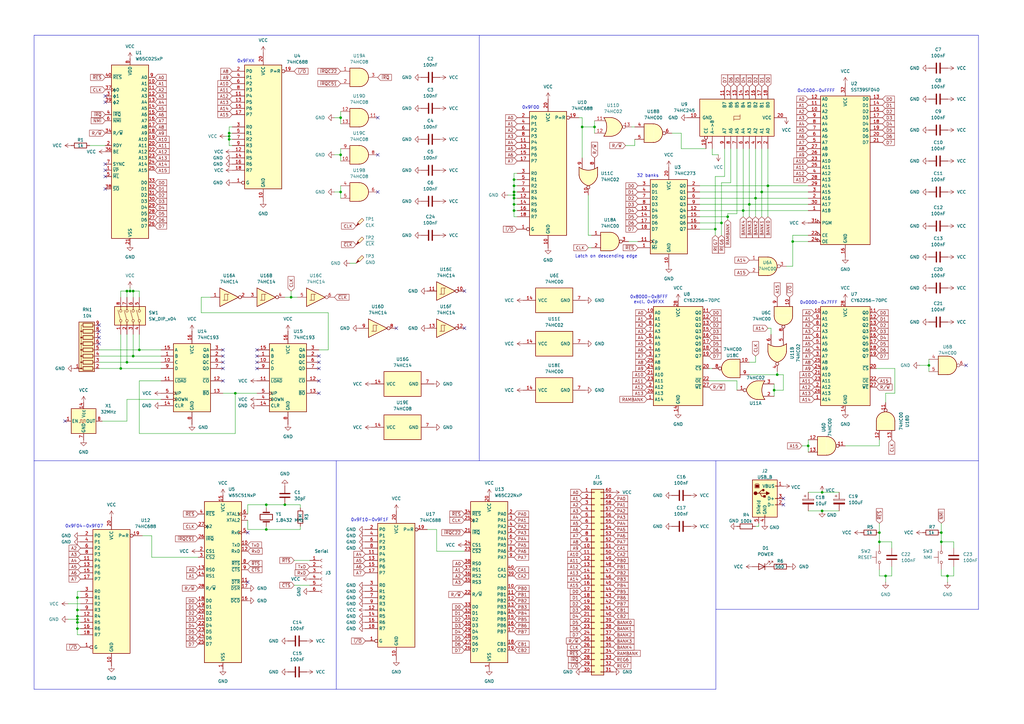
<source format=kicad_sch>
(kicad_sch (version 20231120) (generator "eeschema") (generator_version "8.0")
  (paper "A3")
  (lib_symbols
    (symbol "65xx-library:W65C02SxP"
      (property "Reference" "U" (at 2.54 40.64 0))
      (property "Value" "W65C02SxP" (at 2.54 38.1 0))
      (symbol "W65C02SxP_1_1"
        (pin output line (at -10.16 -7.62 0) (length 2.54) (name "~{VP}") (number "1"))
        (pin tri_state line (at 10.16 27.94 180) (length 2.54) (name "A1") (number "10"))
        (pin tri_state line (at 10.16 25.4 180) (length 2.54) (name "A2") (number "11"))
        (pin tri_state line (at 10.16 22.86 180) (length 2.54) (name "A3") (number "12"))
        (pin tri_state line (at 10.16 20.32 180) (length 2.54) (name "A4") (number "13"))
        (pin tri_state line (at 10.16 17.78 180) (length 2.54) (name "A5") (number "14"))
        (pin tri_state line (at 10.16 15.24 180) (length 2.54) (name "A6") (number "15"))
        (pin tri_state line (at 10.16 12.7 180) (length 2.54) (name "A7") (number "16"))
        (pin tri_state line (at 10.16 10.16 180) (length 2.54) (name "A8") (number "17"))
        (pin tri_state line (at 10.16 7.62 180) (length 2.54) (name "A9") (number "18"))
        (pin tri_state line (at 10.16 5.08 180) (length 2.54) (name "A10") (number "19"))
        (pin open_collector line (at -10.16 2.54 0) (length 2.54) (name "RDY") (number "2"))
        (pin tri_state line (at 10.16 2.54 180) (length 2.54) (name "A11") (number "20"))
        (pin power_in line (at 0 -38.1 90) (length 2.54) (name "VSS") (number "21"))
        (pin tri_state line (at 10.16 0 180) (length 2.54) (name "A12") (number "22"))
        (pin tri_state line (at 10.16 -2.54 180) (length 2.54) (name "A13") (number "23"))
        (pin tri_state line (at 10.16 -5.08 180) (length 2.54) (name "A14") (number "24"))
        (pin tri_state line (at 10.16 -7.62 180) (length 2.54) (name "A15") (number "25"))
        (pin bidirectional line (at 10.16 -30.48 180) (length 2.54) (name "D7") (number "26"))
        (pin bidirectional line (at 10.16 -27.94 180) (length 2.54) (name "D6") (number "27"))
        (pin bidirectional line (at 10.16 -25.4 180) (length 2.54) (name "D5") (number "28"))
        (pin bidirectional line (at 10.16 -22.86 180) (length 2.54) (name "D4") (number "29"))
        (pin output line (at -10.16 22.86 0) (length 2.54) (name "ϕ1") (number "3"))
        (pin bidirectional line (at 10.16 -20.32 180) (length 2.54) (name "D3") (number "30"))
        (pin bidirectional line (at 10.16 -17.78 180) (length 2.54) (name "D2") (number "31"))
        (pin bidirectional line (at 10.16 -15.24 180) (length 2.54) (name "D1") (number "32"))
        (pin bidirectional line (at 10.16 -12.7 180) (length 2.54) (name "D0") (number "33"))
        (pin tri_state line (at -10.16 7.62 0) (length 2.54) (name "R/~{W}") (number "34"))
        (pin no_connect non_logic (at -7.62 -30.48 0) (length 2.54) hide (name "nc") (number "35"))
        (pin input line (at -10.16 0 0) (length 2.54) (name "BE") (number "36"))
        (pin input clock (at -10.16 25.4 0) (length 2.54) (name "ϕ0") (number "37"))
        (pin input line (at -10.16 -15.24 0) (length 2.54) (name "~{SO}") (number "38"))
        (pin output line (at -10.16 20.32 0) (length 2.54) (name "ϕ2") (number "39"))
        (pin input line (at -10.16 15.24 0) (length 2.54) (name "~{IRQ}") (number "4"))
        (pin input line (at -10.16 30.48 0) (length 2.54) (name "~{RES}") (number "40"))
        (pin output line (at -10.16 -10.16 0) (length 2.54) (name "~{ML}") (number "5"))
        (pin input line (at -10.16 12.7 0) (length 2.54) (name "~{NMI}") (number "6"))
        (pin output line (at -10.16 -5.08 0) (length 2.54) (name "SYNC") (number "7"))
        (pin power_in line (at 0 38.1 270) (length 2.54) (name "VDD") (number "8"))
        (pin tri_state line (at 10.16 30.48 180) (length 2.54) (name "A0") (number "9"))
      )
    )
    (symbol "65xx-library:W65C22NxP"
      (property "Reference" "U" (at 2.54 38.1 0))
      (property "Value" "W65C22NxP" (at 2.54 35.56 0))
      (symbol "W65C22NxP_1_1"
        (pin power_in line (at 0 -35.56 90) (length 2.54) (name "VSS") (number "1"))
        (pin bidirectional line (at 10.16 -2.54 180) (length 2.54) (name "PB0") (number "10"))
        (pin bidirectional line (at 10.16 -5.08 180) (length 2.54) (name "PB1") (number "11"))
        (pin bidirectional line (at 10.16 -7.62 180) (length 2.54) (name "PB2") (number "12"))
        (pin bidirectional line (at 10.16 -10.16 180) (length 2.54) (name "PB3") (number "13"))
        (pin bidirectional line (at 10.16 -12.7 180) (length 2.54) (name "PB4") (number "14"))
        (pin bidirectional line (at 10.16 -15.24 180) (length 2.54) (name "PB5") (number "15"))
        (pin bidirectional line (at 10.16 -17.78 180) (length 2.54) (name "PB6") (number "16"))
        (pin bidirectional line (at 10.16 -20.32 180) (length 2.54) (name "PB7") (number "17"))
        (pin input line (at 10.16 -25.4 180) (length 2.54) (name "CB1") (number "18"))
        (pin bidirectional line (at 10.16 -27.94 180) (length 2.54) (name "CB2") (number "19"))
        (pin bidirectional line (at 10.16 27.94 180) (length 2.54) (name "PA0") (number "2"))
        (pin power_in line (at 0 35.56 270) (length 2.54) (name "VCC") (number "20"))
        (pin open_collector line (at -10.16 20.32 0) (length 2.54) (name "~{IRQ}") (number "21"))
        (pin input line (at -10.16 -5.08 0) (length 2.54) (name "R/~{W}") (number "22"))
        (pin input line (at -10.16 12.7 0) (length 2.54) (name "~{CS2}") (number "23"))
        (pin input line (at -10.16 15.24 0) (length 2.54) (name "CS1") (number "24"))
        (pin input clock (at -10.16 25.4 0) (length 2.54) (name "ϕ2") (number "25"))
        (pin bidirectional line (at -10.16 -27.94 0) (length 2.54) (name "D7") (number "26"))
        (pin bidirectional line (at -10.16 -25.4 0) (length 2.54) (name "D6") (number "27"))
        (pin bidirectional line (at -10.16 -22.86 0) (length 2.54) (name "D5") (number "28"))
        (pin bidirectional line (at -10.16 -20.32 0) (length 2.54) (name "D4") (number "29"))
        (pin bidirectional line (at 10.16 25.4 180) (length 2.54) (name "PA1") (number "3"))
        (pin bidirectional line (at -10.16 -17.78 0) (length 2.54) (name "D3") (number "30"))
        (pin bidirectional line (at -10.16 -15.24 0) (length 2.54) (name "D2") (number "31"))
        (pin bidirectional line (at -10.16 -12.7 0) (length 2.54) (name "D1") (number "32"))
        (pin bidirectional line (at -10.16 -10.16 0) (length 2.54) (name "D0") (number "33"))
        (pin input line (at -10.16 27.94 0) (length 2.54) (name "~{RES}") (number "34"))
        (pin input line (at -10.16 0 0) (length 2.54) (name "RS3") (number "35"))
        (pin input line (at -10.16 2.54 0) (length 2.54) (name "RS2") (number "36"))
        (pin input line (at -10.16 5.08 0) (length 2.54) (name "RS1") (number "37"))
        (pin input line (at -10.16 7.62 0) (length 2.54) (name "RS0") (number "38"))
        (pin bidirectional line (at 10.16 2.54 180) (length 2.54) (name "CA2") (number "39"))
        (pin bidirectional line (at 10.16 22.86 180) (length 2.54) (name "PA2") (number "4"))
        (pin input line (at 10.16 5.08 180) (length 2.54) (name "CA1") (number "40"))
        (pin bidirectional line (at 10.16 20.32 180) (length 2.54) (name "PA3") (number "5"))
        (pin bidirectional line (at 10.16 17.78 180) (length 2.54) (name "PA4") (number "6"))
        (pin bidirectional line (at 10.16 15.24 180) (length 2.54) (name "PA5") (number "7"))
        (pin bidirectional line (at 10.16 12.7 180) (length 2.54) (name "PA6") (number "8"))
        (pin bidirectional line (at 10.16 10.16 180) (length 2.54) (name "PA7") (number "9"))
      )
    )
    (symbol "65xx-library:W65C51NxP"
      (property "Reference" "U" (at 2.54 38.1 0))
      (property "Value" "W65C51NxP" (at 2.54 35.56 0))
      (symbol "W65C51NxP_1_1"
        (pin power_in line (at 0 -35.56 90) (length 2.54) (name "VSS") (number "1"))
        (pin output line (at 10.16 15.24 180) (length 2.54) (name "TxD") (number "10"))
        (pin output line (at 10.16 0 180) (length 2.54) (name "~{DTR}") (number "11"))
        (pin input line (at 10.16 12.7 180) (length 2.54) (name "RxD") (number "12"))
        (pin input line (at -10.16 5.08 0) (length 2.54) (name "RS0") (number "13"))
        (pin input line (at -10.16 2.54 0) (length 2.54) (name "RS1") (number "14"))
        (pin power_in line (at 0 35.56 270) (length 2.54) (name "VCC") (number "15"))
        (pin input line (at 10.16 -7.62 180) (length 2.54) (name "~{DCD}") (number "16"))
        (pin input line (at 10.16 -2.54 180) (length 2.54) (name "~{DSR}") (number "17"))
        (pin bidirectional line (at -10.16 -7.62 0) (length 2.54) (name "D0") (number "18"))
        (pin bidirectional line (at -10.16 -10.16 0) (length 2.54) (name "D1") (number "19"))
        (pin input line (at -10.16 12.7 0) (length 2.54) (name "CS1") (number "2"))
        (pin bidirectional line (at -10.16 -12.7 0) (length 2.54) (name "D2") (number "20"))
        (pin bidirectional line (at -10.16 -15.24 0) (length 2.54) (name "D3") (number "21"))
        (pin bidirectional line (at -10.16 -17.78 0) (length 2.54) (name "D4") (number "22"))
        (pin bidirectional line (at -10.16 -20.32 0) (length 2.54) (name "D5") (number "23"))
        (pin bidirectional line (at -10.16 -22.86 0) (length 2.54) (name "D6") (number "24"))
        (pin bidirectional line (at -10.16 -25.4 0) (length 2.54) (name "D7") (number "25"))
        (pin open_collector line (at -10.16 17.78 0) (length 2.54) (name "~{IRQ}") (number "26"))
        (pin input clock (at -10.16 22.86 0) (length 2.54) (name "ϕ2") (number "27"))
        (pin input line (at -10.16 -2.54 0) (length 2.54) (name "R/~{W}") (number "28"))
        (pin input line (at -10.16 10.16 0) (length 2.54) (name "~{CS2}") (number "3"))
        (pin input line (at -10.16 27.94 0) (length 2.54) (name "~{RES}") (number "4"))
        (pin bidirectional clock (at 10.16 20.32 180) (length 2.54) (name "RxC") (number "5"))
        (pin input clock (at 10.16 27.94 180) (length 2.54) (name "XTAL1") (number "6"))
        (pin output line (at 10.16 25.4 180) (length 2.54) (name "XTAL2") (number "7"))
        (pin output line (at 10.16 7.62 180) (length 2.54) (name "~{RTS}") (number "8"))
        (pin input line (at 10.16 5.08 180) (length 2.54) (name "~{CTS}") (number "9"))
      )
    )
    (symbol "74xx:74AHC273"
      (property "Reference" "U" (at -7.62 16.51 0))
      (property "Value" "74AHC273" (at -7.62 -16.51 0))
      (symbol "74AHC273_1_0"
        (pin input line (at -12.7 -12.7 0) (length 5.08) (name "~{Mr}") (number "1"))
        (pin power_in line (at 0 -20.32 90) (length 5.08) (name "GND") (number "10"))
        (pin input clock (at -12.7 -10.16 0) (length 5.08) (name "Cp") (number "11"))
        (pin output line (at 12.7 2.54 180) (length 5.08) (name "Q4") (number "12"))
        (pin input line (at -12.7 2.54 0) (length 5.08) (name "D4") (number "13"))
        (pin input line (at -12.7 0 0) (length 5.08) (name "D5") (number "14"))
        (pin output line (at 12.7 0 180) (length 5.08) (name "Q5") (number "15"))
        (pin output line (at 12.7 -2.54 180) (length 5.08) (name "Q6") (number "16"))
        (pin input line (at -12.7 -2.54 0) (length 5.08) (name "D6") (number "17"))
        (pin input line (at -12.7 -5.08 0) (length 5.08) (name "D7") (number "18"))
        (pin output line (at 12.7 -5.08 180) (length 5.08) (name "Q7") (number "19"))
        (pin output line (at 12.7 12.7 180) (length 5.08) (name "Q0") (number "2"))
        (pin power_in line (at 0 20.32 270) (length 5.08) (name "VCC") (number "20"))
        (pin input line (at -12.7 12.7 0) (length 5.08) (name "D0") (number "3"))
        (pin input line (at -12.7 10.16 0) (length 5.08) (name "D1") (number "4"))
        (pin output line (at 12.7 10.16 180) (length 5.08) (name "Q1") (number "5"))
        (pin output line (at 12.7 7.62 180) (length 5.08) (name "Q2") (number "6"))
        (pin input line (at -12.7 7.62 0) (length 5.08) (name "D2") (number "7"))
        (pin input line (at -12.7 5.08 0) (length 5.08) (name "D3") (number "8"))
        (pin output line (at 12.7 5.08 180) (length 5.08) (name "Q3") (number "9"))
      )
    )
    (symbol "74xx:74HC00" (pin_names (offset 1.016))
      (property "Reference" "U" (at 0 1.27 0))
      (property "Value" "74HC00" (at 0 -1.27 0))
      (symbol "74HC00_1_1"
        (pin input line (at -7.62 2.54 0) (length 3.81) (name "~") (number "1"))
        (pin input line (at -7.62 -2.54 0) (length 3.81) (name "~") (number "2"))
        (pin output inverted (at 7.62 0 180) (length 3.81) (name "~") (number "3"))
      )
      (symbol "74HC00_1_2"
        (pin input inverted (at -7.62 2.54 0) (length 4.318) (name "~") (number "1"))
        (pin input inverted (at -7.62 -2.54 0) (length 4.318) (name "~") (number "2"))
        (pin output line (at 7.62 0 180) (length 3.81) (name "~") (number "3"))
      )
      (symbol "74HC00_2_1"
        (pin input line (at -7.62 2.54 0) (length 3.81) (name "~") (number "4"))
        (pin input line (at -7.62 -2.54 0) (length 3.81) (name "~") (number "5"))
        (pin output inverted (at 7.62 0 180) (length 3.81) (name "~") (number "6"))
      )
      (symbol "74HC00_2_2"
        (pin input inverted (at -7.62 2.54 0) (length 4.318) (name "~") (number "4"))
        (pin input inverted (at -7.62 -2.54 0) (length 4.318) (name "~") (number "5"))
        (pin output line (at 7.62 0 180) (length 3.81) (name "~") (number "6"))
      )
      (symbol "74HC00_3_1"
        (pin input line (at -7.62 -2.54 0) (length 3.81) (name "~") (number "10"))
        (pin output inverted (at 7.62 0 180) (length 3.81) (name "~") (number "8"))
        (pin input line (at -7.62 2.54 0) (length 3.81) (name "~") (number "9"))
      )
      (symbol "74HC00_3_2"
        (pin input inverted (at -7.62 -2.54 0) (length 4.318) (name "~") (number "10"))
        (pin output line (at 7.62 0 180) (length 3.81) (name "~") (number "8"))
        (pin input inverted (at -7.62 2.54 0) (length 4.318) (name "~") (number "9"))
      )
      (symbol "74HC00_4_1"
        (pin output inverted (at 7.62 0 180) (length 3.81) (name "~") (number "11"))
        (pin input line (at -7.62 2.54 0) (length 3.81) (name "~") (number "12"))
        (pin input line (at -7.62 -2.54 0) (length 3.81) (name "~") (number "13"))
      )
      (symbol "74HC00_4_2"
        (pin output line (at 7.62 0 180) (length 3.81) (name "~") (number "11"))
        (pin input inverted (at -7.62 2.54 0) (length 4.318) (name "~") (number "12"))
        (pin input inverted (at -7.62 -2.54 0) (length 4.318) (name "~") (number "13"))
      )
      (symbol "74HC00_5_0"
        (pin power_in line (at 0 12.7 270) (length 5.08) (name "VCC") (number "14"))
        (pin power_in line (at 0 -12.7 90) (length 5.08) (name "GND") (number "7"))
      )
    )
    (symbol "74xx:74HC02" (pin_names (offset 1.016))
      (property "Reference" "U" (at 0 1.27 0))
      (property "Value" "74HC02" (at 0 -1.27 0))
      (symbol "74HC02_1_1"
        (pin output inverted (at 7.62 0 180) (length 3.81) (name "~") (number "1"))
        (pin input line (at -7.62 2.54 0) (length 4.318) (name "~") (number "2"))
        (pin input line (at -7.62 -2.54 0) (length 4.318) (name "~") (number "3"))
      )
      (symbol "74HC02_1_2"
        (pin output line (at 7.62 0 180) (length 3.81) (name "~") (number "1"))
        (pin input inverted (at -7.62 2.54 0) (length 3.81) (name "~") (number "2"))
        (pin input inverted (at -7.62 -2.54 0) (length 3.81) (name "~") (number "3"))
      )
      (symbol "74HC02_2_1"
        (pin output inverted (at 7.62 0 180) (length 3.81) (name "~") (number "4"))
        (pin input line (at -7.62 2.54 0) (length 4.318) (name "~") (number "5"))
        (pin input line (at -7.62 -2.54 0) (length 4.318) (name "~") (number "6"))
      )
      (symbol "74HC02_2_2"
        (pin output line (at 7.62 0 180) (length 3.81) (name "~") (number "4"))
        (pin input inverted (at -7.62 2.54 0) (length 3.81) (name "~") (number "5"))
        (pin input inverted (at -7.62 -2.54 0) (length 3.81) (name "~") (number "6"))
      )
      (symbol "74HC02_3_1"
        (pin output inverted (at 7.62 0 180) (length 3.81) (name "~") (number "10"))
        (pin input line (at -7.62 2.54 0) (length 4.318) (name "~") (number "8"))
        (pin input line (at -7.62 -2.54 0) (length 4.318) (name "~") (number "9"))
      )
      (symbol "74HC02_3_2"
        (pin output line (at 7.62 0 180) (length 3.81) (name "~") (number "10"))
        (pin input inverted (at -7.62 2.54 0) (length 3.81) (name "~") (number "8"))
        (pin input inverted (at -7.62 -2.54 0) (length 3.81) (name "~") (number "9"))
      )
      (symbol "74HC02_4_1"
        (pin input line (at -7.62 2.54 0) (length 4.318) (name "~") (number "11"))
        (pin input line (at -7.62 -2.54 0) (length 4.318) (name "~") (number "12"))
        (pin output inverted (at 7.62 0 180) (length 3.81) (name "~") (number "13"))
      )
      (symbol "74HC02_4_2"
        (pin input inverted (at -7.62 2.54 0) (length 3.81) (name "~") (number "11"))
        (pin input inverted (at -7.62 -2.54 0) (length 3.81) (name "~") (number "12"))
        (pin output line (at 7.62 0 180) (length 3.81) (name "~") (number "13"))
      )
      (symbol "74HC02_5_0"
        (pin power_in line (at 0 12.7 270) (length 5.08) (name "VCC") (number "14"))
        (pin power_in line (at 0 -12.7 90) (length 5.08) (name "GND") (number "7"))
      )
    )
    (symbol "74xx:74HC14" (pin_names (offset 1.016))
      (property "Reference" "U" (at 0 1.27 0))
      (property "Value" "74HC14" (at 0 -1.27 0))
      (symbol "74HC14_1_0"
        (pin input line (at -7.62 0 0) (length 3.81) (name "~") (number "1"))
        (pin output inverted (at 7.62 0 180) (length 3.81) (name "~") (number "2"))
      )
      (symbol "74HC14_2_0"
        (pin input line (at -7.62 0 0) (length 3.81) (name "~") (number "3"))
        (pin output inverted (at 7.62 0 180) (length 3.81) (name "~") (number "4"))
      )
      (symbol "74HC14_3_0"
        (pin input line (at -7.62 0 0) (length 3.81) (name "~") (number "5"))
        (pin output inverted (at 7.62 0 180) (length 3.81) (name "~") (number "6"))
      )
      (symbol "74HC14_4_0"
        (pin output inverted (at 7.62 0 180) (length 3.81) (name "~") (number "8"))
        (pin input line (at -7.62 0 0) (length 3.81) (name "~") (number "9"))
      )
      (symbol "74HC14_5_0"
        (pin output inverted (at 7.62 0 180) (length 3.81) (name "~") (number "10"))
        (pin input line (at -7.62 0 0) (length 3.81) (name "~") (number "11"))
      )
      (symbol "74HC14_6_0"
        (pin output inverted (at 7.62 0 180) (length 3.81) (name "~") (number "12"))
        (pin input line (at -7.62 0 0) (length 3.81) (name "~") (number "13"))
      )
      (symbol "74HC14_7_0"
        (pin power_in line (at 0 12.7 270) (length 5.08) (name "VCC") (number "14"))
        (pin power_in line (at 0 -12.7 90) (length 5.08) (name "GND") (number "7"))
      )
    )
    (symbol "74xx:74HC245" (pin_names (offset 1.016))
      (property "Reference" "U" (at -7.62 16.51 0))
      (property "Value" "74HC245" (at -7.62 -16.51 0))
      (symbol "74HC245_1_0"
        (pin input line (at -12.7 -10.16 0) (length 5.08) (name "A->B") (number "1"))
        (pin power_in line (at 0 -20.32 90) (length 5.08) (name "GND") (number "10"))
        (pin tri_state line (at 12.7 -5.08 180) (length 5.08) (name "B7") (number "11"))
        (pin tri_state line (at 12.7 -2.54 180) (length 5.08) (name "B6") (number "12"))
        (pin tri_state line (at 12.7 0 180) (length 5.08) (name "B5") (number "13"))
        (pin tri_state line (at 12.7 2.54 180) (length 5.08) (name "B4") (number "14"))
        (pin tri_state line (at 12.7 5.08 180) (length 5.08) (name "B3") (number "15"))
        (pin tri_state line (at 12.7 7.62 180) (length 5.08) (name "B2") (number "16"))
        (pin tri_state line (at 12.7 10.16 180) (length 5.08) (name "B1") (number "17"))
        (pin tri_state line (at 12.7 12.7 180) (length 5.08) (name "B0") (number "18"))
        (pin input inverted (at -12.7 -12.7 0) (length 5.08) (name "CE") (number "19"))
        (pin tri_state line (at -12.7 12.7 0) (length 5.08) (name "A0") (number "2"))
        (pin power_in line (at 0 20.32 270) (length 5.08) (name "VCC") (number "20"))
        (pin tri_state line (at -12.7 10.16 0) (length 5.08) (name "A1") (number "3"))
        (pin tri_state line (at -12.7 7.62 0) (length 5.08) (name "A2") (number "4"))
        (pin tri_state line (at -12.7 5.08 0) (length 5.08) (name "A3") (number "5"))
        (pin tri_state line (at -12.7 2.54 0) (length 5.08) (name "A4") (number "6"))
        (pin tri_state line (at -12.7 0 0) (length 5.08) (name "A5") (number "7"))
        (pin tri_state line (at -12.7 -2.54 0) (length 5.08) (name "A6") (number "8"))
        (pin tri_state line (at -12.7 -5.08 0) (length 5.08) (name "A7") (number "9"))
      )
    )
    (symbol "74xx:74HC688"
      (property "Reference" "U" (at -7.62 26.67 0))
      (property "Value" "74HC688" (at -7.62 -26.67 0))
      (symbol "74HC688_1_0"
        (pin input inverted (at -12.7 -22.86 0) (length 5.08) (name "G") (number "1"))
        (pin power_in line (at 0 -30.48 90) (length 5.08) (name "GND") (number "10"))
        (pin input line (at -12.7 12.7 0) (length 5.08) (name "P4") (number "11"))
        (pin input line (at -12.7 -10.16 0) (length 5.08) (name "R4") (number "12"))
        (pin input line (at -12.7 10.16 0) (length 5.08) (name "P5") (number "13"))
        (pin input line (at -12.7 -12.7 0) (length 5.08) (name "R5") (number "14"))
        (pin input line (at -12.7 7.62 0) (length 5.08) (name "P6") (number "15"))
        (pin input line (at -12.7 -15.24 0) (length 5.08) (name "R6") (number "16"))
        (pin input line (at -12.7 5.08 0) (length 5.08) (name "P7") (number "17"))
        (pin input line (at -12.7 -17.78 0) (length 5.08) (name "R7") (number "18"))
        (pin output inverted (at 12.7 22.86 180) (length 5.08) (name "P=R") (number "19"))
        (pin input line (at -12.7 22.86 0) (length 5.08) (name "P0") (number "2"))
        (pin power_in line (at 0 30.48 270) (length 5.08) (name "VCC") (number "20"))
        (pin input line (at -12.7 0 0) (length 5.08) (name "R0") (number "3"))
        (pin input line (at -12.7 20.32 0) (length 5.08) (name "P1") (number "4"))
        (pin input line (at -12.7 -2.54 0) (length 5.08) (name "R1") (number "5"))
        (pin input line (at -12.7 17.78 0) (length 5.08) (name "P2") (number "6"))
        (pin input line (at -12.7 -5.08 0) (length 5.08) (name "R2") (number "7"))
        (pin input line (at -12.7 15.24 0) (length 5.08) (name "P3") (number "8"))
        (pin input line (at -12.7 -7.62 0) (length 5.08) (name "R3") (number "9"))
      )
    )
    (symbol "74xx:74LS08" (pin_names (offset 1.016))
      (property "Reference" "U" (at 0 1.27 0))
      (property "Value" "74LS08" (at 0 -1.27 0))
      (symbol "74LS08_1_1"
        (pin input line (at -7.62 2.54 0) (length 3.81) (name "~") (number "1"))
        (pin input line (at -7.62 -2.54 0) (length 3.81) (name "~") (number "2"))
        (pin output line (at 7.62 0 180) (length 3.81) (name "~") (number "3"))
      )
      (symbol "74LS08_1_2"
        (pin input inverted (at -7.62 2.54 0) (length 4.318) (name "~") (number "1"))
        (pin input inverted (at -7.62 -2.54 0) (length 4.318) (name "~") (number "2"))
        (pin output inverted (at 7.62 0 180) (length 3.81) (name "~") (number "3"))
      )
      (symbol "74LS08_2_1"
        (pin input line (at -7.62 2.54 0) (length 3.81) (name "~") (number "4"))
        (pin input line (at -7.62 -2.54 0) (length 3.81) (name "~") (number "5"))
        (pin output line (at 7.62 0 180) (length 3.81) (name "~") (number "6"))
      )
      (symbol "74LS08_2_2"
        (pin input inverted (at -7.62 2.54 0) (length 4.318) (name "~") (number "4"))
        (pin input inverted (at -7.62 -2.54 0) (length 4.318) (name "~") (number "5"))
        (pin output inverted (at 7.62 0 180) (length 3.81) (name "~") (number "6"))
      )
      (symbol "74LS08_3_1"
        (pin input line (at -7.62 -2.54 0) (length 3.81) (name "~") (number "10"))
        (pin output line (at 7.62 0 180) (length 3.81) (name "~") (number "8"))
        (pin input line (at -7.62 2.54 0) (length 3.81) (name "~") (number "9"))
      )
      (symbol "74LS08_3_2"
        (pin input inverted (at -7.62 -2.54 0) (length 4.318) (name "~") (number "10"))
        (pin output inverted (at 7.62 0 180) (length 3.81) (name "~") (number "8"))
        (pin input inverted (at -7.62 2.54 0) (length 4.318) (name "~") (number "9"))
      )
      (symbol "74LS08_4_1"
        (pin output line (at 7.62 0 180) (length 3.81) (name "~") (number "11"))
        (pin input line (at -7.62 2.54 0) (length 3.81) (name "~") (number "12"))
        (pin input line (at -7.62 -2.54 0) (length 3.81) (name "~") (number "13"))
      )
      (symbol "74LS08_4_2"
        (pin output inverted (at 7.62 0 180) (length 3.81) (name "~") (number "11"))
        (pin input inverted (at -7.62 2.54 0) (length 4.318) (name "~") (number "12"))
        (pin input inverted (at -7.62 -2.54 0) (length 4.318) (name "~") (number "13"))
      )
      (symbol "74LS08_5_0"
        (pin power_in line (at 0 12.7 270) (length 5.08) (name "VCC") (number "14"))
        (pin power_in line (at 0 -12.7 90) (length 5.08) (name "GND") (number "7"))
      )
    )
    (symbol "74xx:74LS193"
      (property "Reference" "U" (at -7.62 13.97 0))
      (property "Value" "74LS193" (at 5.08 13.97 0))
      (symbol "74LS193_1_0"
        (pin input line (at -12.7 7.62 0) (length 5.08) (name "B") (number "1"))
        (pin input line (at -12.7 5.08 0) (length 5.08) (name "C") (number "10"))
        (pin input line (at -12.7 -2.54 0) (length 5.08) (name "~{LOAD}") (number "11"))
        (pin output line (at 12.7 -2.54 180) (length 5.08) (name "~{CO}") (number "12"))
        (pin output line (at 12.7 -7.62 180) (length 5.08) (name "~{BO}") (number "13"))
        (pin input line (at -12.7 -12.7 0) (length 5.08) (name "CLR") (number "14"))
        (pin input line (at -12.7 10.16 0) (length 5.08) (name "A") (number "15"))
        (pin power_in line (at 0 17.78 270) (length 5.08) (name "VCC") (number "16"))
        (pin output line (at 12.7 7.62 180) (length 5.08) (name "QB") (number "2"))
        (pin output line (at 12.7 10.16 180) (length 5.08) (name "QA") (number "3"))
        (pin input clock (at -12.7 -10.16 0) (length 5.08) (name "DOWN") (number "4"))
        (pin input clock (at -12.7 -7.62 0) (length 5.08) (name "UP") (number "5"))
        (pin output line (at 12.7 5.08 180) (length 5.08) (name "QC") (number "6"))
        (pin output line (at 12.7 2.54 180) (length 5.08) (name "QD") (number "7"))
        (pin power_in line (at 0 -20.32 90) (length 5.08) (name "GND") (number "8"))
        (pin input line (at -12.7 2.54 0) (length 5.08) (name "D") (number "9"))
      )
    )
    (symbol "Connector:Conn_01x06_Socket" (pin_names (offset 1.016) hide)
      (property "Reference" "J" (at 0 7.62 0))
      (property "Value" "Conn_01x06_Socket" (at 0 -10.16 0))
      (symbol "Conn_01x06_Socket_1_1"
        (pin passive line (at -5.08 5.08 0) (length 3.81) (name "Pin_1") (number "1"))
        (pin passive line (at -5.08 2.54 0) (length 3.81) (name "Pin_2") (number "2"))
        (pin passive line (at -5.08 0 0) (length 3.81) (name "Pin_3") (number "3"))
        (pin passive line (at -5.08 -2.54 0) (length 3.81) (name "Pin_4") (number "4"))
        (pin passive line (at -5.08 -5.08 0) (length 3.81) (name "Pin_5") (number "5"))
        (pin passive line (at -5.08 -7.62 0) (length 3.81) (name "Pin_6") (number "6"))
      )
    )
    (symbol "Connector:TestPoint_Probe" (pin_numbers hide) (pin_names (offset 0.762) hide)
      (property "Reference" "TP" (at 1.651 5.842 0))
      (property "Value" "TestPoint_Probe" (at 1.651 4.064 0))
      (symbol "TestPoint_Probe_1_1"
        (pin passive line (at 0 0 90) (length 0) (name "1") (number "1"))
      )
    )
    (symbol "Connector:USB_B" (pin_names (offset 1.016))
      (property "Reference" "J" (at -5.08 11.43 0))
      (property "Value" "USB_B" (at -5.08 8.89 0))
      (symbol "USB_B_1_1"
        (pin power_out line (at 7.62 5.08 180) (length 2.54) (name "VBUS") (number "1"))
        (pin bidirectional line (at 7.62 -2.54 180) (length 2.54) (name "D-") (number "2"))
        (pin bidirectional line (at 7.62 0 180) (length 2.54) (name "D+") (number "3"))
        (pin power_out line (at 0 -10.16 90) (length 2.54) (name "GND") (number "4"))
        (pin passive line (at -2.54 -10.16 90) (length 2.54) (name "Shield") (number "5"))
      )
    )
    (symbol "Connector_Generic:Conn_02x30_Counter_Clockwise" (pin_names (offset 1.016) hide)
      (property "Reference" "J" (at 1.27 38.1 0))
      (property "Value" "Conn_02x30_Counter_Clockwise" (at 1.27 -40.64 0))
      (symbol "Conn_02x30_Counter_Clockwise_1_1"
        (pin passive line (at -5.08 35.56 0) (length 3.81) (name "Pin_1") (number "1"))
        (pin passive line (at -5.08 12.7 0) (length 3.81) (name "Pin_10") (number "10"))
        (pin passive line (at -5.08 10.16 0) (length 3.81) (name "Pin_11") (number "11"))
        (pin passive line (at -5.08 7.62 0) (length 3.81) (name "Pin_12") (number "12"))
        (pin passive line (at -5.08 5.08 0) (length 3.81) (name "Pin_13") (number "13"))
        (pin passive line (at -5.08 2.54 0) (length 3.81) (name "Pin_14") (number "14"))
        (pin passive line (at -5.08 0 0) (length 3.81) (name "Pin_15") (number "15"))
        (pin passive line (at -5.08 -2.54 0) (length 3.81) (name "Pin_16") (number "16"))
        (pin passive line (at -5.08 -5.08 0) (length 3.81) (name "Pin_17") (number "17"))
        (pin passive line (at -5.08 -7.62 0) (length 3.81) (name "Pin_18") (number "18"))
        (pin passive line (at -5.08 -10.16 0) (length 3.81) (name "Pin_19") (number "19"))
        (pin passive line (at -5.08 33.02 0) (length 3.81) (name "Pin_2") (number "2"))
        (pin passive line (at -5.08 -12.7 0) (length 3.81) (name "Pin_20") (number "20"))
        (pin passive line (at -5.08 -15.24 0) (length 3.81) (name "Pin_21") (number "21"))
        (pin passive line (at -5.08 -17.78 0) (length 3.81) (name "Pin_22") (number "22"))
        (pin passive line (at -5.08 -20.32 0) (length 3.81) (name "Pin_23") (number "23"))
        (pin passive line (at -5.08 -22.86 0) (length 3.81) (name "Pin_24") (number "24"))
        (pin passive line (at -5.08 -25.4 0) (length 3.81) (name "Pin_25") (number "25"))
        (pin passive line (at -5.08 -27.94 0) (length 3.81) (name "Pin_26") (number "26"))
        (pin passive line (at -5.08 -30.48 0) (length 3.81) (name "Pin_27") (number "27"))
        (pin passive line (at -5.08 -33.02 0) (length 3.81) (name "Pin_28") (number "28"))
        (pin passive line (at -5.08 -35.56 0) (length 3.81) (name "Pin_29") (number "29"))
        (pin passive line (at -5.08 30.48 0) (length 3.81) (name "Pin_3") (number "3"))
        (pin passive line (at -5.08 -38.1 0) (length 3.81) (name "Pin_30") (number "30"))
        (pin passive line (at 7.62 -38.1 180) (length 3.81) (name "Pin_31") (number "31"))
        (pin passive line (at 7.62 -35.56 180) (length 3.81) (name "Pin_32") (number "32"))
        (pin passive line (at 7.62 -33.02 180) (length 3.81) (name "Pin_33") (number "33"))
        (pin passive line (at 7.62 -30.48 180) (length 3.81) (name "Pin_34") (number "34"))
        (pin passive line (at 7.62 -27.94 180) (length 3.81) (name "Pin_35") (number "35"))
        (pin passive line (at 7.62 -25.4 180) (length 3.81) (name "Pin_36") (number "36"))
        (pin passive line (at 7.62 -22.86 180) (length 3.81) (name "Pin_37") (number "37"))
        (pin passive line (at 7.62 -20.32 180) (length 3.81) (name "Pin_38") (number "38"))
        (pin passive line (at 7.62 -17.78 180) (length 3.81) (name "Pin_39") (number "39"))
        (pin passive line (at -5.08 27.94 0) (length 3.81) (name "Pin_4") (number "4"))
        (pin passive line (at 7.62 -15.24 180) (length 3.81) (name "Pin_40") (number "40"))
        (pin passive line (at 7.62 -12.7 180) (length 3.81) (name "Pin_41") (number "41"))
        (pin passive line (at 7.62 -10.16 180) (length 3.81) (name "Pin_42") (number "42"))
        (pin passive line (at 7.62 -7.62 180) (length 3.81) (name "Pin_43") (number "43"))
        (pin passive line (at 7.62 -5.08 180) (length 3.81) (name "Pin_44") (number "44"))
        (pin passive line (at 7.62 -2.54 180) (length 3.81) (name "Pin_45") (number "45"))
        (pin passive line (at 7.62 0 180) (length 3.81) (name "Pin_46") (number "46"))
        (pin passive line (at 7.62 2.54 180) (length 3.81) (name "Pin_47") (number "47"))
        (pin passive line (at 7.62 5.08 180) (length 3.81) (name "Pin_48") (number "48"))
        (pin passive line (at 7.62 7.62 180) (length 3.81) (name "Pin_49") (number "49"))
        (pin passive line (at -5.08 25.4 0) (length 3.81) (name "Pin_5") (number "5"))
        (pin passive line (at 7.62 10.16 180) (length 3.81) (name "Pin_50") (number "50"))
        (pin passive line (at 7.62 12.7 180) (length 3.81) (name "Pin_51") (number "51"))
        (pin passive line (at 7.62 15.24 180) (length 3.81) (name "Pin_52") (number "52"))
        (pin passive line (at 7.62 17.78 180) (length 3.81) (name "Pin_53") (number "53"))
        (pin passive line (at 7.62 20.32 180) (length 3.81) (name "Pin_54") (number "54"))
        (pin passive line (at 7.62 22.86 180) (length 3.81) (name "Pin_55") (number "55"))
        (pin passive line (at 7.62 25.4 180) (length 3.81) (name "Pin_56") (number "56"))
        (pin passive line (at 7.62 27.94 180) (length 3.81) (name "Pin_57") (number "57"))
        (pin passive line (at 7.62 30.48 180) (length 3.81) (name "Pin_58") (number "58"))
        (pin passive line (at 7.62 33.02 180) (length 3.81) (name "Pin_59") (number "59"))
        (pin passive line (at -5.08 22.86 0) (length 3.81) (name "Pin_6") (number "6"))
        (pin passive line (at 7.62 35.56 180) (length 3.81) (name "Pin_60") (number "60"))
        (pin passive line (at -5.08 20.32 0) (length 3.81) (name "Pin_7") (number "7"))
        (pin passive line (at -5.08 17.78 0) (length 3.81) (name "Pin_8") (number "8"))
        (pin passive line (at -5.08 15.24 0) (length 3.81) (name "Pin_9") (number "9"))
      )
    )
    (symbol "Device:C" (pin_numbers hide) (pin_names (offset 0.254))
      (property "Reference" "C" (at 0.635 2.54 0))
      (property "Value" "C" (at 0.635 -2.54 0))
      (symbol "C_1_1"
        (pin passive line (at 0 3.81 270) (length 2.794) (name "~") (number "1"))
        (pin passive line (at 0 -3.81 90) (length 2.794) (name "~") (number "2"))
      )
    )
    (symbol "Device:C_Polarized" (pin_numbers hide) (pin_names (offset 0.254))
      (property "Reference" "C" (at 0.635 2.54 0))
      (property "Value" "C_Polarized" (at 0.635 -2.54 0))
      (symbol "C_Polarized_1_1"
        (pin passive line (at 0 3.81 270) (length 2.794) (name "~") (number "1"))
        (pin passive line (at 0 -3.81 90) (length 2.794) (name "~") (number "2"))
      )
    )
    (symbol "Device:Crystal" (pin_numbers hide) (pin_names (offset 1.016) hide)
      (property "Reference" "Y" (at 0 3.81 0))
      (property "Value" "Crystal" (at 0 -3.81 0))
      (symbol "Crystal_1_1"
        (pin passive line (at -3.81 0 0) (length 1.27) (name "1") (number "1"))
        (pin passive line (at 3.81 0 180) (length 1.27) (name "2") (number "2"))
      )
    )
    (symbol "Device:LED" (pin_numbers hide) (pin_names (offset 1.016) hide)
      (property "Reference" "D" (at 0 2.54 0))
      (property "Value" "LED" (at 0 -2.54 0))
      (symbol "LED_1_1"
        (pin passive line (at -3.81 0 0) (length 2.54) (name "K") (number "1"))
        (pin passive line (at 3.81 0 180) (length 2.54) (name "A") (number "2"))
      )
    )
    (symbol "Device:R" (pin_numbers hide) (pin_names (offset 0))
      (property "Reference" "R" (at 2.032 0 90))
      (property "Value" "R" (at 0 0 90))
      (symbol "R_1_1"
        (pin passive line (at 0 3.81 270) (length 1.27) (name "~") (number "1"))
        (pin passive line (at 0 -3.81 90) (length 1.27) (name "~") (number "2"))
      )
    )
    (symbol "Device:R_Network08" (pin_names (offset 0) hide)
      (property "Reference" "RN" (at -12.7 0 90))
      (property "Value" "R_Network08" (at 10.16 0 90))
      (symbol "R_Network08_1_1"
        (pin passive line (at -10.16 5.08 270) (length 2.54) (name "common") (number "1"))
        (pin passive line (at -10.16 -5.08 90) (length 1.27) (name "R1") (number "2"))
        (pin passive line (at -7.62 -5.08 90) (length 1.27) (name "R2") (number "3"))
        (pin passive line (at -5.08 -5.08 90) (length 1.27) (name "R3") (number "4"))
        (pin passive line (at -2.54 -5.08 90) (length 1.27) (name "R4") (number "5"))
        (pin passive line (at 0 -5.08 90) (length 1.27) (name "R5") (number "6"))
        (pin passive line (at 2.54 -5.08 90) (length 1.27) (name "R6") (number "7"))
        (pin passive line (at 5.08 -5.08 90) (length 1.27) (name "R7") (number "8"))
        (pin passive line (at 7.62 -5.08 90) (length 1.27) (name "R8") (number "9"))
      )
    )
    (symbol "Memory_Flash:SST39SF040"
      (property "Reference" "U" (at 2.54 33.02 0))
      (property "Value" "SST39SF040" (at 0 -30.48 0))
      (symbol "SST39SF040_0_0"
        (pin power_in line (at 0 -34.29 90) (length 5.08) (name "GND") (number "16"))
        (pin power_in line (at 0 36.83 270) (length 5.08) (name "VCC") (number "32"))
      )
      (symbol "SST39SF040_1_1"
        (pin input line (at -15.24 -15.24 0) (length 5.08) (name "A18") (number "1"))
        (pin input line (at -15.24 25.4 0) (length 5.08) (name "A2") (number "10"))
        (pin input line (at -15.24 27.94 0) (length 5.08) (name "A1") (number "11"))
        (pin input line (at -15.24 30.48 0) (length 5.08) (name "A0") (number "12"))
        (pin tri_state line (at 15.24 30.48 180) (length 5.08) (name "D0") (number "13"))
        (pin tri_state line (at 15.24 27.94 180) (length 5.08) (name "D1") (number "14"))
        (pin tri_state line (at 15.24 25.4 180) (length 5.08) (name "D2") (number "15"))
        (pin tri_state line (at 15.24 22.86 180) (length 5.08) (name "D3") (number "17"))
        (pin tri_state line (at 15.24 20.32 180) (length 5.08) (name "D4") (number "18"))
        (pin tri_state line (at 15.24 17.78 180) (length 5.08) (name "D5") (number "19"))
        (pin input line (at -15.24 -10.16 0) (length 5.08) (name "A16") (number "2"))
        (pin tri_state line (at 15.24 15.24 180) (length 5.08) (name "D6") (number "20"))
        (pin tri_state line (at 15.24 12.7 180) (length 5.08) (name "D7") (number "21"))
        (pin input input_low (at -15.24 -25.4 0) (length 5.08) (name "CE") (number "22"))
        (pin input line (at -15.24 5.08 0) (length 5.08) (name "A10") (number "23"))
        (pin input input_low (at -15.24 -27.94 0) (length 5.08) (name "OE") (number "24"))
        (pin input line (at -15.24 2.54 0) (length 5.08) (name "A11") (number "25"))
        (pin input line (at -15.24 7.62 0) (length 5.08) (name "A9") (number "26"))
        (pin input line (at -15.24 10.16 0) (length 5.08) (name "A8") (number "27"))
        (pin input line (at -15.24 -2.54 0) (length 5.08) (name "A13") (number "28"))
        (pin input line (at -15.24 -5.08 0) (length 5.08) (name "A14") (number "29"))
        (pin input line (at -15.24 -7.62 0) (length 5.08) (name "A15") (number "3"))
        (pin input line (at -15.24 -12.7 0) (length 5.08) (name "A17") (number "30"))
        (pin input input_low (at -15.24 -20.32 0) (length 5.08) (name "PGM") (number "31"))
        (pin input line (at -15.24 0 0) (length 5.08) (name "A12") (number "4"))
        (pin input line (at -15.24 12.7 0) (length 5.08) (name "A7") (number "5"))
        (pin input line (at -15.24 15.24 0) (length 5.08) (name "A6") (number "6"))
        (pin input line (at -15.24 17.78 0) (length 5.08) (name "A5") (number "7"))
        (pin input line (at -15.24 20.32 0) (length 5.08) (name "A4") (number "8"))
        (pin input line (at -15.24 22.86 0) (length 5.08) (name "A3") (number "9"))
      )
    )
    (symbol "Memory_RAM:CY62256-70PC"
      (property "Reference" "U" (at -10.16 20.955 0))
      (property "Value" "CY62256-70PC" (at 2.54 20.955 0))
      (symbol "CY62256-70PC_0_0"
        (pin power_in line (at 0 -22.86 90) (length 2.54) (name "GND") (number "14"))
        (pin power_in line (at 0 22.86 270) (length 2.54) (name "VCC") (number "28"))
      )
      (symbol "CY62256-70PC_1_1"
        (pin input line (at -12.7 -17.78 0) (length 2.54) (name "A14") (number "1"))
        (pin input line (at -12.7 17.78 0) (length 2.54) (name "A0") (number "10"))
        (pin tri_state line (at 12.7 17.78 180) (length 2.54) (name "Q0") (number "11"))
        (pin tri_state line (at 12.7 15.24 180) (length 2.54) (name "Q1") (number "12"))
        (pin tri_state line (at 12.7 12.7 180) (length 2.54) (name "Q2") (number "13"))
        (pin tri_state line (at 12.7 10.16 180) (length 2.54) (name "Q3") (number "15"))
        (pin tri_state line (at 12.7 7.62 180) (length 2.54) (name "Q4") (number "16"))
        (pin tri_state line (at 12.7 5.08 180) (length 2.54) (name "Q5") (number "17"))
        (pin tri_state line (at 12.7 2.54 180) (length 2.54) (name "Q6") (number "18"))
        (pin tri_state line (at 12.7 0 180) (length 2.54) (name "Q7") (number "19"))
        (pin input line (at -12.7 -12.7 0) (length 2.54) (name "A12") (number "2"))
        (pin input line (at 12.7 -5.08 180) (length 2.54) (name "~{CS}") (number "20"))
        (pin input line (at -12.7 -7.62 0) (length 2.54) (name "A10") (number "21"))
        (pin input line (at 12.7 -10.16 180) (length 2.54) (name "~{OE}") (number "22"))
        (pin input line (at -12.7 -10.16 0) (length 2.54) (name "A11") (number "23"))
        (pin input line (at -12.7 -5.08 0) (length 2.54) (name "A9") (number "24"))
        (pin input line (at -12.7 -2.54 0) (length 2.54) (name "A8") (number "25"))
        (pin input line (at -12.7 -15.24 0) (length 2.54) (name "A13") (number "26"))
        (pin input line (at 12.7 -12.7 180) (length 2.54) (name "~{WE}") (number "27"))
        (pin input line (at -12.7 0 0) (length 2.54) (name "A7") (number "3"))
        (pin input line (at -12.7 2.54 0) (length 2.54) (name "A6") (number "4"))
        (pin input line (at -12.7 5.08 0) (length 2.54) (name "A5") (number "5"))
        (pin input line (at -12.7 7.62 0) (length 2.54) (name "A4") (number "6"))
        (pin input line (at -12.7 10.16 0) (length 2.54) (name "A3") (number "7"))
        (pin input line (at -12.7 12.7 0) (length 2.54) (name "A2") (number "8"))
        (pin input line (at -12.7 15.24 0) (length 2.54) (name "A1") (number "9"))
      )
    )
    (symbol "Oscillator:CXO_DIP14" (pin_names (offset 0.254))
      (property "Reference" "X" (at -5.08 6.35 0))
      (property "Value" "CXO_DIP14" (at 1.27 -6.35 0))
      (symbol "CXO_DIP14_1_1"
        (pin input line (at -7.62 0 0) (length 2.54) (name "EN") (number "1"))
        (pin power_in line (at 0 7.62 270) (length 2.54) (name "Vcc") (number "14"))
        (pin power_in line (at 0 -7.62 90) (length 2.54) (name "GND") (number "7"))
        (pin output line (at 7.62 0 180) (length 2.54) (name "OUT") (number "8"))
      )
    )
    (symbol "Switch:SW_DIP_x04" (pin_names (offset 0) hide)
      (property "Reference" "SW" (at 0 8.89 0))
      (property "Value" "SW_DIP_x04" (at 0 -6.35 0))
      (symbol "SW_DIP_x04_1_1"
        (pin passive line (at -7.62 5.08 0) (length 5.08) (name "~") (number "1"))
        (pin passive line (at -7.62 2.54 0) (length 5.08) (name "~") (number "2"))
        (pin passive line (at -7.62 0 0) (length 5.08) (name "~") (number "3"))
        (pin passive line (at -7.62 -2.54 0) (length 5.08) (name "~") (number "4"))
        (pin passive line (at 7.62 -2.54 180) (length 5.08) (name "~") (number "5"))
        (pin passive line (at 7.62 0 180) (length 5.08) (name "~") (number "6"))
        (pin passive line (at 7.62 2.54 180) (length 5.08) (name "~") (number "7"))
        (pin passive line (at 7.62 5.08 180) (length 5.08) (name "~") (number "8"))
      )
    )
    (symbol "Switch:SW_Push" (pin_numbers hide) (pin_names (offset 1.016) hide)
      (property "Reference" "SW" (at 1.27 2.54 0))
      (property "Value" "SW_Push" (at 0 -1.524 0))
      (symbol "SW_Push_0_1"
        (pin passive line (at -5.08 0 0) (length 2.54) (name "1") (number "1"))
        (pin passive line (at 5.08 0 180) (length 2.54) (name "2") (number "2"))
      )
    )
    (symbol "power:GND" (power) (pin_numbers hide) (pin_names (offset 0) hide)
      (property "Value" "GND" (at 0 -3.81 0))
      (symbol "GND_1_1"
        (pin power_in line (at 0 0 270) (length 0) (name "~") (number "1"))
      )
    )
    (symbol "power:VCC" (power) (pin_numbers hide) (pin_names (offset 0) hide)
      (property "Value" "VCC" (at 0 3.556 0))
      (symbol "VCC_1_1"
        (pin power_in line (at 0 0 90) (length 0) (name "~") (number "1"))
      )
    )
  )
  (junction (at 93.98 55.88))
  (junction (at 312.42 78.74))
  (junction (at 52.07 148.59))
  (junction (at 54.61 119.38))
  (junction (at 238.76 52.07))
  (junction (at 109.22 217.17))
  (junction (at 139.7 78.74))
  (junction (at 243.84 52.07))
  (junction (at 53.34 119.38))
  (junction (at 31.75 245.11))
  (junction (at 360.68 222.25))
  (junction (at 386.08 218.44))
  (junction (at 337.185 201.93))
  (junction (at 31.75 257.81))
  (junction (at 210.82 73.66))
  (junction (at 31.75 252.73))
  (junction (at 325.12 99.06))
  (junction (at 210.82 80.01))
  (junction (at 386.08 222.25))
  (junction (at 210.82 76.2))
  (junction (at 57.15 143.51))
  (junction (at 337.185 209.55))
  (junction (at 109.22 207.01))
  (junction (at 210.82 81.28))
  (junction (at 331.47 182.88))
  (junction (at 309.88 81.28))
  (junction (at 304.8 86.36))
  (junction (at 318.77 153.67))
  (junction (at 31.75 250.19))
  (junction (at 210.82 86.36))
  (junction (at 210.82 78.74))
  (junction (at 139.7 48.26))
  (junction (at 54.61 146.05))
  (junction (at 295.91 91.44))
  (junction (at 293.37 93.98))
  (junction (at 314.96 76.2))
  (junction (at 119.38 121.92))
  (junction (at 116.84 207.01))
  (junction (at 210.82 83.82))
  (junction (at 388.62 236.22))
  (junction (at 360.68 218.44))
  (junction (at 307.34 83.82))
  (junction (at 317.5 160.02))
  (junction (at 363.22 236.22))
  (junction (at 93.98 57.15))
  (junction (at 381 149.86))
  (junction (at 298.45 88.9))
  (junction (at 139.7 63.5))
  (junction (at 52.07 119.38))
  (junction (at 96.52 161.29))
  (junction (at 49.53 151.13))
  (junction (at 93.98 54.61))
  (junction (at 31.75 255.27))
  (junction (at 31.75 254))
  (no_connect (at 40.64 140.97))
  (no_connect (at 43.18 41.91))
  (no_connect (at 43.18 77.47))
  (no_connect (at 105.41 146.05))
  (no_connect (at 91.44 143.51))
  (no_connect (at 101.6 238.76))
  (no_connect (at 26.67 172.72))
  (no_connect (at 190.5 119.38))
  (no_connect (at 154.94 63.5))
  (no_connect (at 154.94 48.26))
  (no_connect (at 162.56 134.62))
  (no_connect (at 91.44 156.21))
  (no_connect (at 91.44 148.59))
  (no_connect (at 396.24 149.86))
  (no_connect (at 105.41 148.59))
  (no_connect (at 43.18 39.37))
  (no_connect (at 130.81 151.13))
  (no_connect (at 43.18 69.85))
  (no_connect (at 40.64 133.35))
  (no_connect (at 91.44 146.05))
  (no_connect (at 101.6 218.44))
  (no_connect (at 130.81 146.05))
  (no_connect (at 190.5 134.62))
  (no_connect (at 40.64 138.43))
  (no_connect (at 43.18 67.31))
  (no_connect (at 321.31 207.01))
  (no_connect (at 130.81 161.29))
  (no_connect (at 105.41 143.51))
  (no_connect (at 130.81 156.21))
  (no_connect (at 130.81 148.59))
  (no_connect (at 321.31 204.47))
  (no_connect (at 105.41 151.13))
  (no_connect (at 91.44 151.13))
  (no_connect (at 154.94 78.74))
  (no_connect (at 40.64 135.89))
  (no_connect (at 43.18 72.39))
  (wire (pts (xy 139.7 78.74) (xy 139.7 81.28)))
  (wire (pts (xy 311.15 215.9) (xy 311.15 214.63)))
  (wire (pts (xy 325.12 96.52) (xy 331.47 96.52)))
  (wire (pts (xy 27.94 254) (xy 31.75 254)))
  (wire (pts (xy 331.47 182.88) (xy 331.47 180.34)))
  (wire (pts (xy 287.02 78.74) (xy 312.42 78.74)))
  (wire (pts (xy 360.68 233.68) (xy 360.68 236.22)))
  (wire (pts (xy 331.47 182.88) (xy 331.47 185.42)))
  (wire (pts (xy 210.82 71.12) (xy 212.09 71.12)))
  (wire (pts (xy 52.07 172.72) (xy 52.07 163.83)))
  (wire (pts (xy 298.45 87.63) (xy 302.26 87.63)))
  (wire (pts (xy 325.12 99.06) (xy 325.12 96.52)))
  (wire (pts (xy 346.71 182.88) (xy 360.68 182.88)))
  (wire (pts (xy 309.88 60.96) (xy 309.88 81.28)))
  (wire (pts (xy 137.16 63.5) (xy 139.7 63.5)))
  (polyline (pts (xy 13.97 188.976) (xy 13.97 282.702)))
  (polyline (pts (xy 401.32 249.936) (xy 293.624 249.936)))
  (wire (pts (xy 331.47 201.93) (xy 337.185 201.93)))
  (wire (pts (xy 317.5 160.02) (xy 317.5 157.48)))
  (polyline (pts (xy 13.97 188.976) (xy 196.596 188.976)))
  (wire (pts (xy 377.19 149.86) (xy 381 149.86)))
  (wire (pts (xy 304.8 86.36) (xy 331.47 86.36)))
  (wire (pts (xy 93.98 55.88) (xy 93.98 54.61)))
  (polyline (pts (xy 196.596 188.976) (xy 401.32 188.976)))
  (wire (pts (xy 210.82 81.28) (xy 210.82 83.82)))
  (wire (pts (xy 82.55 128.27) (xy 82.55 121.92)))
  (wire (pts (xy 290.83 151.13) (xy 292.1 151.13)))
  (wire (pts (xy 295.91 91.44) (xy 295.91 96.52)))
  (wire (pts (xy 302.26 160.02) (xy 302.26 156.21)))
  (wire (pts (xy 41.91 172.72) (xy 52.07 172.72)))
  (wire (pts (xy 93.98 55.88) (xy 93.98 57.15)))
  (wire (pts (xy 386.08 214.63) (xy 386.08 218.44)))
  (wire (pts (xy 363.22 161.29) (xy 367.03 161.29)))
  (wire (pts (xy 337.185 201.93) (xy 344.17 201.93)))
  (polyline (pts (xy 196.596 188.976) (xy 196.596 14.478)))
  (wire (pts (xy 31.75 255.27) (xy 31.75 257.81)))
  (wire (pts (xy 331.47 209.55) (xy 337.185 209.55)))
  (wire (pts (xy 386.08 218.44) (xy 386.08 222.25)))
  (wire (pts (xy 321.31 153.67) (xy 321.31 160.02)))
  (wire (pts (xy 52.07 119.38) (xy 49.53 119.38)))
  (wire (pts (xy 360.68 214.63) (xy 360.68 218.44)))
  (wire (pts (xy 294.64 63.5) (xy 292.1 63.5)))
  (wire (pts (xy 309.88 148.59) (xy 307.34 148.59)))
  (wire (pts (xy 365.76 222.25) (xy 365.76 224.79)))
  (wire (pts (xy 31.75 255.27) (xy 33.02 255.27)))
  (wire (pts (xy 139.7 63.5) (xy 139.7 60.96)))
  (wire (pts (xy 58.42 219.71) (xy 62.23 219.71)))
  (wire (pts (xy 287.02 93.98) (xy 293.37 93.98)))
  (wire (pts (xy 309.88 81.28) (xy 309.88 88.9)))
  (wire (pts (xy 82.55 121.92) (xy 86.36 121.92)))
  (wire (pts (xy 93.98 54.61) (xy 93.98 52.07)))
  (wire (pts (xy 293.37 72.39) (xy 297.18 72.39)))
  (wire (pts (xy 54.61 119.38) (xy 54.61 121.92)))
  (wire (pts (xy 57.15 119.38) (xy 57.15 121.92)))
  (wire (pts (xy 317.5 160.02) (xy 317.5 162.56)))
  (wire (pts (xy 365.76 236.22) (xy 365.76 232.41)))
  (wire (pts (xy 302.26 156.21) (xy 290.83 156.21)))
  (wire (pts (xy 210.82 78.74) (xy 210.82 76.2)))
  (wire (pts (xy 256.54 59.69) (xy 260.35 59.69)))
  (wire (pts (xy 210.82 80.01) (xy 210.82 78.74)))
  (wire (pts (xy 40.64 148.59) (xy 52.07 148.59)))
  (polyline (pts (xy 13.97 14.478) (xy 13.97 188.976)))
  (wire (pts (xy 93.98 57.15) (xy 93.98 59.69)))
  (wire (pts (xy 119.38 119.38) (xy 119.38 121.92)))
  (wire (pts (xy 31.75 252.73) (xy 33.02 252.73)))
  (wire (pts (xy 137.16 48.26) (xy 139.7 48.26)))
  (polyline (pts (xy 401.32 188.976) (xy 401.32 14.478)))
  (wire (pts (xy 238.76 52.07) (xy 238.76 64.77)))
  (wire (pts (xy 386.08 222.25) (xy 391.16 222.25)))
  (wire (pts (xy 57.15 156.21) (xy 66.04 156.21)))
  (wire (pts (xy 295.91 74.93) (xy 299.72 74.93)))
  (wire (pts (xy 279.4 54.61) (xy 279.4 60.96)))
  (wire (pts (xy 386.08 236.22) (xy 388.62 236.22)))
  (wire (pts (xy 31.75 260.35) (xy 33.02 260.35)))
  (wire (pts (xy 318.77 153.67) (xy 321.31 153.67)))
  (wire (pts (xy 101.6 217.17) (xy 109.22 217.17)))
  (wire (pts (xy 57.15 156.21) (xy 57.15 177.8)))
  (wire (pts (xy 293.37 93.98) (xy 293.37 96.52)))
  (wire (pts (xy 57.15 137.16) (xy 57.15 143.51)))
  (wire (pts (xy 210.82 81.28) (xy 212.09 81.28)))
  (wire (pts (xy 123.19 207.01) (xy 123.19 208.28)))
  (wire (pts (xy 134.62 143.51) (xy 134.62 128.27)))
  (wire (pts (xy 62.23 219.71) (xy 62.23 228.6)))
  (wire (pts (xy 210.82 80.01) (xy 210.82 81.28)))
  (wire (pts (xy 316.23 134.62) (xy 316.23 137.16)))
  (wire (pts (xy 109.22 217.17) (xy 123.19 217.17)))
  (wire (pts (xy 54.61 137.16) (xy 54.61 146.05)))
  (wire (pts (xy 314.96 76.2) (xy 314.96 88.9)))
  (wire (pts (xy 210.82 88.9) (xy 212.09 88.9)))
  (wire (pts (xy 31.75 245.11) (xy 33.02 245.11)))
  (wire (pts (xy 260.35 52.07) (xy 259.08 52.07)))
  (wire (pts (xy 116.84 207.01) (xy 123.19 207.01)))
  (wire (pts (xy 93.98 57.15) (xy 95.25 57.15)))
  (wire (pts (xy 116.84 121.92) (xy 119.38 121.92)))
  (wire (pts (xy 210.82 78.74) (xy 212.09 78.74)))
  (wire (pts (xy 287.02 81.28) (xy 309.88 81.28)))
  (wire (pts (xy 49.53 119.38) (xy 49.53 121.92)))
  (wire (pts (xy 31.75 250.19) (xy 33.02 250.19)))
  (wire (pts (xy 314.96 134.62) (xy 316.23 134.62)))
  (wire (pts (xy 360.68 222.25) (xy 360.68 223.52)))
  (wire (pts (xy 299.72 74.93) (xy 299.72 60.96)))
  (wire (pts (xy 386.08 233.68) (xy 386.08 236.22)))
  (wire (pts (xy 360.68 182.88) (xy 360.68 180.34)))
  (wire (pts (xy 287.02 76.2) (xy 314.96 76.2)))
  (wire (pts (xy 93.98 54.61) (xy 95.25 54.61)))
  (wire (pts (xy 386.08 222.25) (xy 386.08 223.52)))
  (wire (pts (xy 40.64 151.13) (xy 49.53 151.13)))
  (wire (pts (xy 52.07 148.59) (xy 66.04 148.59)))
  (wire (pts (xy 109.22 207.01) (xy 109.22 208.28)))
  (wire (pts (xy 96.52 161.29) (xy 96.52 177.8)))
  (wire (pts (xy 241.3 80.01) (xy 241.3 96.52)))
  (wire (pts (xy 292.1 63.5) (xy 292.1 60.96)))
  (wire (pts (xy 210.82 86.36) (xy 212.09 86.36)))
  (wire (pts (xy 381 149.86) (xy 381 147.32)))
  (wire (pts (xy 210.82 73.66) (xy 212.09 73.66)))
  (wire (pts (xy 53.34 119.38) (xy 52.07 119.38)))
  (wire (pts (xy 40.64 146.05) (xy 54.61 146.05)))
  (wire (pts (xy 139.7 48.26) (xy 139.7 50.8)))
  (wire (pts (xy 242.57 101.6) (xy 241.3 101.6)))
  (wire (pts (xy 210.82 86.36) (xy 210.82 88.9)))
  (wire (pts (xy 238.76 52.07) (xy 243.84 52.07)))
  (wire (pts (xy 279.4 60.96) (xy 289.56 60.96)))
  (wire (pts (xy 54.61 119.38) (xy 57.15 119.38)))
  (wire (pts (xy 388.62 236.22) (xy 391.16 236.22)))
  (wire (pts (xy 96.52 161.29) (xy 91.44 161.29)))
  (wire (pts (xy 210.82 83.82) (xy 210.82 86.36)))
  (wire (pts (xy 31.75 257.81) (xy 33.02 257.81)))
  (wire (pts (xy 31.75 254) (xy 31.75 255.27)))
  (wire (pts (xy 27.94 247.65) (xy 33.02 247.65)))
  (wire (pts (xy 53.34 118.11) (xy 53.34 119.38)))
  (wire (pts (xy 109.22 207.01) (xy 116.84 207.01)))
  (polyline (pts (xy 13.97 282.702) (xy 137.922 282.702)))
  (wire (pts (xy 31.75 250.19) (xy 31.75 245.11)))
  (wire (pts (xy 391.16 222.25) (xy 391.16 224.79)))
  (wire (pts (xy 307.34 83.82) (xy 331.47 83.82)))
  (wire (pts (xy 309.88 81.28) (xy 331.47 81.28)))
  (polyline (pts (xy 137.922 282.702) (xy 137.922 188.976)))
  (wire (pts (xy 31.75 250.19) (xy 31.75 252.73)))
  (wire (pts (xy 321.31 160.02) (xy 317.5 160.02)))
  (wire (pts (xy 241.3 96.52) (xy 242.57 96.52)))
  (wire (pts (xy 96.52 161.29) (xy 105.41 161.29)))
  (wire (pts (xy 312.42 78.74) (xy 312.42 88.9)))
  (wire (pts (xy 57.15 143.51) (xy 66.04 143.51)))
  (wire (pts (xy 93.98 52.07) (xy 95.25 52.07)))
  (wire (pts (xy 137.16 78.74) (xy 139.7 78.74)))
  (wire (pts (xy 175.26 217.17) (xy 179.07 217.17)))
  (wire (pts (xy 49.53 137.16) (xy 49.53 151.13)))
  (wire (pts (xy 139.7 78.74) (xy 139.7 76.2)))
  (wire (pts (xy 139.7 48.26) (xy 139.7 45.72)))
  (wire (pts (xy 243.84 52.07) (xy 243.84 54.61)))
  (wire (pts (xy 260.35 59.69) (xy 260.35 57.15)))
  (wire (pts (xy 127 229.87) (xy 120.65 229.87)))
  (wire (pts (xy 287.02 88.9) (xy 298.45 88.9)))
  (wire (pts (xy 360.68 222.25) (xy 365.76 222.25)))
  (wire (pts (xy 297.18 72.39) (xy 297.18 60.96)))
  (wire (pts (xy 49.53 151.13) (xy 66.04 151.13)))
  (wire (pts (xy 101.6 213.36) (xy 101.6 217.17)))
  (wire (pts (xy 53.34 119.38) (xy 54.61 119.38)))
  (wire (pts (xy 40.64 143.51) (xy 57.15 143.51)))
  (wire (pts (xy 238.76 48.26) (xy 238.76 52.07)))
  (wire (pts (xy 363.22 236.22) (xy 363.22 238.76)))
  (polyline (pts (xy 293.624 282.702) (xy 293.624 188.976)))
  (wire (pts (xy 31.75 257.81) (xy 31.75 260.35)))
  (wire (pts (xy 52.07 119.38) (xy 52.07 121.92)))
  (wire (pts (xy 287.02 91.44) (xy 295.91 91.44)))
  (wire (pts (xy 208.28 80.01) (xy 210.82 80.01)))
  (wire (pts (xy 391.16 236.22) (xy 391.16 232.41)))
  (wire (pts (xy 210.82 73.66) (xy 210.82 71.12)))
  (wire (pts (xy 54.61 146.05) (xy 66.04 146.05)))
  (wire (pts (xy 52.07 137.16) (xy 52.07 148.59)))
  (wire (pts (xy 298.45 88.9) (xy 298.45 90.17)))
  (polyline (pts (xy 13.97 14.478) (xy 196.596 14.478)))
  (wire (pts (xy 134.62 128.27) (xy 82.55 128.27)))
  (wire (pts (xy 127 240.03) (xy 120.65 240.03)))
  (wire (pts (xy 309.88 215.9) (xy 311.15 215.9)))
  (wire (pts (xy 62.23 228.6) (xy 81.28 228.6)))
  (wire (pts (xy 143.51 107.95) (xy 146.05 107.95)))
  (wire (pts (xy 309.88 146.05) (xy 309.88 148.59)))
  (wire (pts (xy 307.34 83.82) (xy 307.34 88.9)))
  (wire (pts (xy 363.22 165.1) (xy 363.22 161.29)))
  (wire (pts (xy 325.12 109.22) (xy 325.12 99.06)))
  (wire (pts (xy 257.81 99.06) (xy 261.62 99.06)))
  (wire (pts (xy 363.22 236.22) (xy 365.76 236.22)))
  (wire (pts (xy 92.71 55.88) (xy 93.98 55.88)))
  (wire (pts (xy 328.93 182.88) (xy 331.47 182.88)))
  (wire (pts (xy 179.07 217.17) (xy 179.07 226.06)))
  (wire (pts (xy 237.49 48.26) (xy 238.76 48.26)))
  (wire (pts (xy 295.91 91.44) (xy 295.91 74.93)))
  (polyline (pts (xy 401.32 14.478) (xy 196.596 14.478)))
  (wire (pts (xy 318.77 153.67) (xy 307.34 153.67)))
  (wire (pts (xy 304.8 86.36) (xy 304.8 88.9)))
  (wire (pts (xy 130.81 143.51) (xy 134.62 143.51)))
  (wire (pts (xy 36.83 59.69) (xy 43.18 59.69)))
  (polyline (pts (xy 137.922 282.702) (xy 293.624 282.702)))
  (wire (pts (xy 210.82 83.82) (xy 212.09 83.82)))
  (wire (pts (xy 304.8 60.96) (xy 304.8 86.36)))
  (wire (pts (xy 302.26 87.63) (xy 302.26 60.96)))
  (wire (pts (xy 31.75 245.11) (xy 31.75 242.57)))
  (wire (pts (xy 93.98 59.69) (xy 95.25 59.69)))
  (wire (pts (xy 96.52 177.8) (xy 57.15 177.8)))
  (wire (pts (xy 123.19 217.17) (xy 123.19 215.9)))
  (wire (pts (xy 275.59 54.61) (xy 279.4 54.61)))
  (wire (pts (xy 179.07 226.06) (xy 190.5 226.06)))
  (wire (pts (xy 101.6 207.01) (xy 101.6 210.82)))
  (wire (pts (xy 314.96 60.96) (xy 314.96 76.2)))
  (wire (pts (xy 307.34 60.96) (xy 307.34 83.82)))
  (wire (pts (xy 293.37 93.98) (xy 293.37 72.39)))
  (wire (pts (xy 31.75 242.57) (xy 33.02 242.57)))
  (wire (pts (xy 119.38 121.92) (xy 121.92 121.92)))
  (wire (pts (xy 367.03 161.29) (xy 367.03 151.13)))
  (wire (pts (xy 312.42 60.96) (xy 312.42 78.74)))
  (wire (pts (xy 325.12 99.06) (xy 331.47 99.06)))
  (wire (pts (xy 314.96 76.2) (xy 331.47 76.2)))
  (wire (pts (xy 322.58 109.22) (xy 325.12 109.22)))
  (wire (pts (xy 312.42 78.74) (xy 331.47 78.74)))
  (wire (pts (xy 210.82 76.2) (xy 212.09 76.2)))
  (wire (pts (xy 298.45 87.63) (xy 298.45 88.9)))
  (wire (pts (xy 287.02 83.82) (xy 307.34 83.82)))
  (wire (pts (xy 381 149.86) (xy 381 152.4)))
  (wire (pts (xy 318.77 152.4) (xy 318.77 153.67)))
  (wire (pts (xy 243.84 52.07) (xy 243.84 49.53)))
  (wire (pts (xy 337.185 209.55) (xy 344.17 209.55)))
  (wire (pts (xy 388.62 236.22) (xy 388.62 238.76)))
  (wire (pts (xy 287.02 86.36) (xy 304.8 86.36)))
  (wire (pts (xy 109.22 217.17) (xy 109.22 215.9)))
  (wire (pts (xy 360.68 218.44) (xy 360.68 222.25)))
  (wire (pts (xy 31.75 252.73) (xy 31.75 254)))
  (polyline (pts (xy 401.32 188.976) (xy 401.32 249.936)))
  (wire (pts (xy 367.03 151.13) (xy 359.41 151.13)))
  (wire (pts (xy 52.07 163.83) (xy 66.04 163.83)))
  (wire (pts (xy 210.82 76.2) (xy 210.82 73.66)))
  (wire (pts (xy 360.68 236.22) (xy 363.22 236.22)))
  (wire (pts (xy 109.22 207.01) (xy 101.6 207.01)))
  (wire (pts (xy 139.7 63.5) (xy 139.7 66.04)))
  (text "32 banks" (at 265.684 72.136 0) (effects (font (size 1.27 1.27))))
  (text "0x9F00" (at 217.678 44.196 0) (effects (font (size 1.27 1.27))))
  (text "0x0000-0x7FFF" (at 335.788 124.206 0) (effects (font (size 1.27 1.27))))
  (text "0x9F10-0x9F1F" (at 151.638 213.36 0) (effects (font (size 1.27 1.27))))
  (text "0x8000-0xBFFF\nexcl. 0x9FXX" (at 266.192 122.936 0) (effects (font (size 1.27 1.27))))
  (text "0x9F04-0x9F07" (at 34.544 215.9 0) (effects (font (size 1.27 1.27))))
  (text "0x9FXX" (at 100.838 25.146 0) (effects (font (size 1.27 1.27))))
  (text "0xC000-0xFFFF" (at 334.772 37.338 0) (effects (font (size 1.27 1.27))))
  (text "Latch on descending edge" (at 248.666 105.156 0) (effects (font (size 1.27 1.27))))
  (global_label "CLK" (shape input) (at 365.76 180.34 270) (property "Intersheetrefs" "${INTERSHEET_REFS}" (effects (hide yes))))
  (global_label "~{RES}" (shape input) (at 81.28 210.82 180) (property "Intersheetrefs" "${INTERSHEET_REFS}" (effects (hide yes))))
  (global_label "A8" (shape input) (at 265.43 148.59 180) (property "Intersheetrefs" "${INTERSHEET_REFS}" (effects (hide yes))))
  (global_label "RAMBANK" (shape input) (at 265.43 163.83 180) (property "Intersheetrefs" "${INTERSHEET_REFS}" (effects (hide yes))))
  (global_label "PB0" (shape input) (at 251.46 229.87 0) (property "Intersheetrefs" "${INTERSHEET_REFS}" (effects (hide yes))))
  (global_label "D3" (shape input) (at 190.5 256.54 180) (property "Intersheetrefs" "${INTERSHEET_REFS}" (effects (hide yes))))
  (global_label "A7" (shape input) (at 331.47 58.42 180) (property "Intersheetrefs" "${INTERSHEET_REFS}" (effects (hide yes))))
  (global_label "A10" (shape input) (at 334.01 153.67 180) (property "Intersheetrefs" "${INTERSHEET_REFS}" (effects (hide yes))))
  (global_label "~{I{slash}O}" (shape input) (at 238.76 273.05 180) (property "Intersheetrefs" "${INTERSHEET_REFS}" (effects (hide yes))))
  (global_label "A1" (shape input) (at 63.5 34.29 0) (property "Intersheetrefs" "${INTERSHEET_REFS}" (effects (hide yes))))
  (global_label "TxD" (shape input) (at 127 232.41 180) (property "Intersheetrefs" "${INTERSHEET_REFS}" (effects (hide yes))))
  (global_label "D6" (shape input) (at 63.5 90.17 0) (property "Intersheetrefs" "${INTERSHEET_REFS}" (effects (hide yes))))
  (global_label "BANK0" (shape input) (at 251.46 255.27 0) (property "Intersheetrefs" "${INTERSHEET_REFS}" (effects (hide yes))))
  (global_label "A7" (shape input) (at 265.43 146.05 180) (property "Intersheetrefs" "${INTERSHEET_REFS}" (effects (hide yes))))
  (global_label "PA0" (shape input) (at 210.82 210.82 0) (property "Intersheetrefs" "${INTERSHEET_REFS}" (effects (hide yes))))
  (global_label "D0" (shape input) (at 238.76 242.57 180) (property "Intersheetrefs" "${INTERSHEET_REFS}" (effects (hide yes))))
  (global_label "D6" (shape input) (at 361.95 55.88 0) (property "Intersheetrefs" "${INTERSHEET_REFS}" (effects (hide yes))))
  (global_label "PA6" (shape input) (at 251.46 219.71 0) (property "Intersheetrefs" "${INTERSHEET_REFS}" (effects (hide yes))))
  (global_label "D4" (shape input) (at 361.95 50.8 0) (property "Intersheetrefs" "${INTERSHEET_REFS}" (effects (hide yes))))
  (global_label "A12" (shape input) (at 238.76 232.41 180) (property "Intersheetrefs" "${INTERSHEET_REFS}" (effects (hide yes))))
  (global_label "A7" (shape input) (at 334.01 146.05 180) (property "Intersheetrefs" "${INTERSHEET_REFS}" (effects (hide yes))))
  (global_label "A8" (shape input) (at 63.5 52.07 0) (property "Intersheetrefs" "${INTERSHEET_REFS}" (effects (hide yes))))
  (global_label "CB1" (shape input) (at 210.82 264.16 0) (property "Intersheetrefs" "${INTERSHEET_REFS}" (effects (hide yes))))
  (global_label "A6" (shape input) (at 265.43 143.51 180) (property "Intersheetrefs" "${INTERSHEET_REFS}" (effects (hide yes))))
  (global_label "A15" (shape input) (at 63.5 69.85 0) (property "Intersheetrefs" "${INTERSHEET_REFS}" (effects (hide yes))))
  (global_label "REG7" (shape input) (at 293.37 96.52 270) (property "Intersheetrefs" "${INTERSHEET_REFS}" (effects (hide yes))))
  (global_label "CLK" (shape input) (at 309.88 146.05 90) (property "Intersheetrefs" "${INTERSHEET_REFS}" (effects (hide yes))))
  (global_label "CLK" (shape input) (at 241.3 101.6 180) (property "Intersheetrefs" "${INTERSHEET_REFS}" (effects (hide yes))))
  (global_label "A11" (shape input) (at 63.5 59.69 0) (property "Intersheetrefs" "${INTERSHEET_REFS}" (effects (hide yes))))
  (global_label "D1" (shape input) (at 81.28 248.92 180) (property "Intersheetrefs" "${INTERSHEET_REFS}" (effects (hide yes))))
  (global_label "D5" (shape input) (at 81.28 259.08 180) (property "Intersheetrefs" "${INTERSHEET_REFS}" (effects (hide yes))))
  (global_label "~{RES}" (shape input) (at 261.62 101.6 180) (property "Intersheetrefs" "${INTERSHEET_REFS}" (effects (hide yes))))
  (global_label "D4" (shape input) (at 359.41 138.43 0) (property "Intersheetrefs" "${INTERSHEET_REFS}" (effects (hide yes))))
  (global_label "~{I{slash}O}" (shape input) (at 149.86 262.89 180) (property "Intersheetrefs" "${INTERSHEET_REFS}" (effects (hide yes))))
  (global_label "A1" (shape input) (at 334.01 130.81 180) (property "Intersheetrefs" "${INTERSHEET_REFS}" (effects (hide yes))))
  (global_label "D0" (shape input) (at 359.41 128.27 0) (property "Intersheetrefs" "${INTERSHEET_REFS}" (effects (hide yes))))
  (global_label "A7" (shape input) (at 63.5 49.53 0) (property "Intersheetrefs" "${INTERSHEET_REFS}" (effects (hide yes))))
  (global_label "PA6" (shape input) (at 210.82 226.06 0) (property "Intersheetrefs" "${INTERSHEET_REFS}" (effects (hide yes))))
  (global_label "A15" (shape input) (at 328.93 182.88 180) (property "Intersheetrefs" "${INTERSHEET_REFS}" (effects (hide yes))))
  (global_label "A1" (shape input) (at 265.43 130.81 180) (property "Intersheetrefs" "${INTERSHEET_REFS}" (effects (hide yes))))
  (global_label "D6" (shape input) (at 190.5 264.16 180) (property "Intersheetrefs" "${INTERSHEET_REFS}" (effects (hide yes))))
  (global_label "BANK1" (shape input) (at 312.42 88.9 270) (property "Intersheetrefs" "${INTERSHEET_REFS}" (effects (hide yes))))
  (global_label "A6" (shape input) (at 63.5 46.99 0) (property "Intersheetrefs" "${INTERSHEET_REFS}" (effects (hide yes))))
  (global_label "A6" (shape input) (at 331.47 55.88 180) (property "Intersheetrefs" "${INTERSHEET_REFS}" (effects (hide yes))))
  (global_label "~{I{slash}O}" (shape input) (at 120.65 29.21 0) (property "Intersheetrefs" "${INTERSHEET_REFS}" (effects (hide yes))))
  (global_label "D5" (shape input) (at 238.76 255.27 180) (property "Intersheetrefs" "${INTERSHEET_REFS}" (effects (hide yes))))
  (global_label "PA2" (shape input) (at 210.82 215.9 0) (property "Intersheetrefs" "${INTERSHEET_REFS}" (effects (hide yes))))
  (global_label "A14" (shape input) (at 63.5 67.31 0) (property "Intersheetrefs" "${INTERSHEET_REFS}" (effects (hide yes))))
  (global_label "D4" (shape input) (at 304.8 35.56 90) (property "Intersheetrefs" "${INTERSHEET_REFS}" (effects (hide yes))))
  (global_label "D3" (shape input) (at 81.28 254 180) (property "Intersheetrefs" "${INTERSHEET_REFS}" (effects (hide yes))))
  (global_label "D1" (shape input) (at 63.5 77.47 0) (property "Intersheetrefs" "${INTERSHEET_REFS}" (effects (hide yes))))
  (global_label "A10" (shape input) (at 238.76 227.33 180) (property "Intersheetrefs" "${INTERSHEET_REFS}" (effects (hide yes))))
  (global_label "A2" (shape input) (at 33.02 224.79 180) (property "Intersheetrefs" "${INTERSHEET_REFS}" (effects (hide yes))))
  (global_label "R{slash}~{W}" (shape input) (at 243.84 64.77 90) (property "Intersheetrefs" "${INTERSHEET_REFS}" (effects (hide yes))))
  (global_label "D4" (shape input) (at 63.5 85.09 0) (property "Intersheetrefs" "${INTERSHEET_REFS}" (effects (hide yes))))
  (global_label "A13" (shape input) (at 331.47 73.66 180) (property "Intersheetrefs" "${INTERSHEET_REFS}" (effects (hide yes))))
  (global_label "D5" (shape input) (at 359.41 140.97 0) (property "Intersheetrefs" "${INTERSHEET_REFS}" (effects (hide yes))))
  (global_label "D3" (shape input) (at 361.95 48.26 0) (property "Intersheetrefs" "${INTERSHEET_REFS}" (effects (hide yes))))
  (global_label "CA2" (shape input) (at 251.46 227.33 0) (property "Intersheetrefs" "${INTERSHEET_REFS}" (effects (hide yes))))
  (global_label "A9" (shape input) (at 238.76 224.79 180) (property "Intersheetrefs" "${INTERSHEET_REFS}" (effects (hide yes))))
  (global_label "CA1" (shape input) (at 251.46 224.79 0) (property "Intersheetrefs" "${INTERSHEET_REFS}" (effects (hide yes))))
  (global_label "RxD" (shape input) (at 101.6 226.06 0) (property "Intersheetrefs" "${INTERSHEET_REFS}" (effects (hide yes))))
  (global_label "A2" (shape input) (at 334.01 133.35 180) (property "Intersheetrefs" "${INTERSHEET_REFS}" (effects (hide yes))))
  (global_label "CLK" (shape input) (at 43.18 36.83 180) (property "Intersheetrefs" "${INTERSHEET_REFS}" (effects (hide yes))))
  (global_label "A4" (shape input) (at 33.02 229.87 180) (property "Intersheetrefs" "${INTERSHEET_REFS}" (effects (hide yes))))
  (global_label "A14" (shape input) (at 238.76 237.49 180) (property "Intersheetrefs" "${INTERSHEET_REFS}" (effects (hide yes))))
  (global_label "D3" (shape input) (at 63.5 82.55 0) (property "Intersheetrefs" "${INTERSHEET_REFS}" (effects (hide yes))))
  (global_label "D0" (shape input) (at 63.5 74.93 0) (property "Intersheetrefs" "${INTERSHEET_REFS}" (effects (hide yes))))
  (global_label "A5" (shape input) (at 63.5 44.45 0) (property "Intersheetrefs" "${INTERSHEET_REFS}" (effects (hide yes))))
  (global_label "PB7" (shape input) (at 210.82 259.08 0) (property "Intersheetrefs" "${INTERSHEET_REFS}" (effects (hide yes))))
  (global_label "A14" (shape input) (at 314.96 134.62 180) (property "Intersheetrefs" "${INTERSHEET_REFS}" (effects (hide yes))))
  (global_label "~{IRQC51}" (shape input) (at 139.7 34.29 180) (property "Intersheetrefs" "${INTERSHEET_REFS}" (effects (hide yes))))
  (global_label "A8" (shape input) (at 95.25 29.21 180) (property "Intersheetrefs" "${INTERSHEET_REFS}" (effects (hide yes))))
  (global_label "~{IRQ}" (shape input) (at 43.18 46.99 180) (property "Intersheetrefs" "${INTERSHEET_REFS}" (effects (hide yes))))
  (global_label "A8" (shape input) (at 334.01 148.59 180) (property "Intersheetrefs" "${INTERSHEET_REFS}" (effects (hide yes))))
  (global_label "BANK1" (shape input) (at 251.46 257.81 0) (property "Intersheetrefs" "${INTERSHEET_REFS}" (effects (hide yes))))
  (global_label "PA2" (shape input) (at 251.46 209.55 0) (property "Intersheetrefs" "${INTERSHEET_REFS}" (effects (hide yes))))
  (global_label "D0" (shape input) (at 361.95 40.64 0) (property "Intersheetrefs" "${INTERSHEET_REFS}" (effects (hide yes))))
  (global_label "A14" (shape input) (at 307.34 106.68 180) (property "Intersheetrefs" "${INTERSHEET_REFS}" (effects (hide yes))))
  (global_label "PA0" (shape input) (at 251.46 204.47 0) (property "Intersheetrefs" "${INTERSHEET_REFS}" (effects (hide yes))))
  (global_label "A10" (shape input) (at 331.47 66.04 180) (property "Intersheetrefs" "${INTERSHEET_REFS}" (effects (hide yes))))
  (global_label "A11" (shape input) (at 238.76 229.87 180) (property "Intersheetrefs" "${INTERSHEET_REFS}" (effects (hide yes))))
  (global_label "D2" (shape input) (at 261.62 81.28 180) (property "Intersheetrefs" "${INTERSHEET_REFS}" (effects (hide yes))))
  (global_label "D6" (shape input) (at 299.72 35.56 90) (property "Intersheetrefs" "${INTERSHEET_REFS}" (effects (hide yes))))
  (global_label "D6" (shape input) (at 359.41 143.51 0) (property "Intersheetrefs" "${INTERSHEET_REFS}" (effects (hide yes))))
  (global_label "D2" (shape input) (at 81.28 251.46 180) (property "Intersheetrefs" "${INTERSHEET_REFS}" (effects (hide yes))))
  (global_label "A3" (shape input) (at 212.09 55.88 180) (property "Intersheetrefs" "${INTERSHEET_REFS}" (effects (hide yes))))
  (global_label "A3" (shape input) (at 190.5 238.76 180) (property "Intersheetrefs" "${INTERSHEET_REFS}" (effects (hide yes))))
  (global_label "A3" (shape input) (at 63.5 39.37 0) (property "Intersheetrefs" "${INTERSHEET_REFS}" (effects (hide yes))))
  (global_label "D2" (shape input) (at 190.5 254 180) (property "Intersheetrefs" "${INTERSHEET_REFS}" (effects (hide yes))))
  (global_label "D5" (shape input) (at 63.5 87.63 0) (property "Intersheetrefs" "${INTERSHEET_REFS}" (effects (hide yes))))
  (global_label "D2" (shape input) (at 309.88 35.56 90) (property "Intersheetrefs" "${INTERSHEET_REFS}" (effects (hide yes))))
  (global_label "~{NMI}" (shape input) (at 43.18 49.53 180) (property "Intersheetrefs" "${INTERSHEET_REFS}" (effects (hide yes))))
  (global_label "D6" (shape input) (at 81.28 261.62 180) (property "Intersheetrefs" "${INTERSHEET_REFS}" (effects (hide yes))))
  (global_label "A13" (shape input) (at 63.5 64.77 0) (property "Intersheetrefs" "${INTERSHEET_REFS}" (effects (hide yes))))
  (global_label "PB2" (shape input) (at 251.46 234.95 0) (property "Intersheetrefs" "${INTERSHEET_REFS}" (effects (hide yes))))
  (global_label "BANK2" (shape input) (at 309.88 88.9 270) (property "Intersheetrefs" "${INTERSHEET_REFS}" (effects (hide yes))))
  (global_label "~{CTS}" (shape input) (at 120.65 240.03 180) (property "Intersheetrefs" "${INTERSHEET_REFS}" (effects (hide yes))))
  (global_label "A4" (shape input) (at 265.43 138.43 180) (property "Intersheetrefs" "${INTERSHEET_REFS}" (effects (hide yes))))
  (global_label "BANK0" (shape input) (at 314.96 88.9 270) (property "Intersheetrefs" "${INTERSHEET_REFS}" (effects (hide yes))))
  (global_label "A3" (shape input) (at 331.47 48.26 180) (property "Intersheetrefs" "${INTERSHEET_REFS}" (effects (hide yes))))
  (global_label "A4" (shape input) (at 149.86 227.33 180) (property "Intersheetrefs" "${INTERSHEET_REFS}" (effects (hide yes))))
  (global_label "A9" (shape input) (at 63.5 54.61 0) (property "Intersheetrefs" "${INTERSHEET_REFS}" (effects (hide yes))))
  (global_label "CB2" (shape input) (at 210.82 266.7 0) (property "Intersheetrefs" "${INTERSHEET_REFS}" (effects (hide yes))))
  (global_label "PB1" (shape input) (at 251.46 232.41 0) (property "Intersheetrefs" "${INTERSHEET_REFS}" (effects (hide yes))))
  (global_label "D1" (shape input) (at 359.41 130.81 0) (property "Intersheetrefs" "${INTERSHEET_REFS}" (effects (hide yes))))
  (global_label "A10" (shape input) (at 63.5 57.15 0) (property "Intersheetrefs" "${INTERSHEET_REFS}" (effects (hide yes))))
  (global_label "A9" (shape input) (at 265.43 151.13 180) (property "Intersheetrefs" "${INTERSHEET_REFS}" (effects (hide yes))))
  (global_label "CA1" (shape input) (at 210.82 233.68 0) (property "Intersheetrefs" "${INTERSHEET_REFS}" (effects (hide yes))))
  (global_label "~{IRQ}" (shape input) (at 238.76 270.51 180) (property "Intersheetrefs" "${INTERSHEET_REFS}" (effects (hide yes))))
  (global_label "A7" (shape input) (at 149.86 234.95 180) (property "Intersheetrefs" "${INTERSHEET_REFS}" (effects (hide yes))))
  (global_label "A5" (shape input) (at 265.43 140.97 180) (property "Intersheetrefs" "${INTERSHEET_REFS}" (effects (hide yes))))
  (global_label "A15" (shape input) (at 95.25 46.99 180) (property "Intersheetrefs" "${INTERSHEET_REFS}" (effects (hide yes))))
  (global_label "D1" (shape input) (at 361.95 43.18 0) (property "Intersheetrefs" "${INTERSHEET_REFS}" (effects (hide yes))))
  (global_label "A11" (shape input) (at 95.25 36.83 180) (property "Intersheetrefs" "${INTERSHEET_REFS}" (effects (hide yes))))
  (global_label "D5" (shape input) (at 290.83 140.97 0) (property "Intersheetrefs" "${INTERSHEET_REFS}" (effects (hide yes))))
  (global_label "CLK" (shape input) (at 238.76 265.43 180) (property "Intersheetrefs" "${INTERSHEET_REFS}" (effects (hide yes))))
  (global_label "A15" (shape input) (at 318.77 121.92 90) (property "Intersheetrefs" "${INTERSHEET_REFS}" (effects (hide yes))))
  (global_label "A9" (shape input) (at 95.25 31.75 180) (property "Intersheetrefs" "${INTERSHEET_REFS}" (effects (hide yes))))
  (global_label "D6" (shape input) (at 238.76 257.81 180) (property "Intersheetrefs" "${INTERSHEET_REFS}" (effects (hide yes))))
  (global_label "CB2" (shape input) (at 251.46 252.73 0) (property "Intersheetrefs" "${INTERSHEET_REFS}" (effects (hide yes))))
  (global_label "D7" (shape input) (at 81.28 264.16 180) (property "Intersheetrefs" "${INTERSHEET_REFS}" (effects (hide yes))))
  (global_label "A0" (shape input) (at 212.09 48.26 180) (property "Intersheetrefs" "${INTERSHEET_REFS}" (effects (hide yes))))
  (global_label "D5" (shape input) (at 361.95 53.34 0) (property "Intersheetrefs" "${INTERSHEET_REFS}" (effects (hide yes))))
  (global_label "D6" (shape input) (at 261.62 91.44 180) (property "Intersheetrefs" "${INTERSHEET_REFS}" (effects (hide yes))))
  (global_label "A1" (shape input) (at 331.47 43.18 180) (property "Intersheetrefs" "${INTERSHEET_REFS}" (effects (hide yes))))
  (global_label "D2" (shape input) (at 63.5 80.01 0) (property "Intersheetrefs" "${INTERSHEET_REFS}" (effects (hide yes))))
  (global_label "PA4" (shape input) (at 210.82 220.98 0) (property "Intersheetrefs" "${INTERSHEET_REFS}" (effects (hide yes))))
  (global_label "PB0" (shape input) (at 210.82 241.3 0) (property "Intersheetrefs" "${INTERSHEET_REFS}" (effects (hide yes))))
  (global_label "CLK" (shape input) (at 190.5 213.36 180) (property "Intersheetrefs" "${INTERSHEET_REFS}" (effects (hide yes))))
  (global_label "PB6" (shape input) (at 210.82 256.54 0) (property "Intersheetrefs" "${INTERSHEET_REFS}" (effects (hide yes))))
  (global_label "RAMBANK" (shape input) (at 251.46 267.97 0) (property "Intersheetrefs" "${INTERSHEET_REFS}" (effects (hide yes))))
  (global_label "D0" (shape input) (at 81.28 246.38 180) (property "Intersheetrefs" "${INTERSHEET_REFS}" (effects (hide yes))))
  (global_label "D0" (shape input) (at 290.83 128.27 0) (property "Intersheetrefs" "${INTERSHEET_REFS}" (effects (hide yes))))
  (global_label "A3" (shape input) (at 33.02 227.33 180) (property "Intersheetrefs" "${INTERSHEET_REFS}" (effects (hide yes))))
  (global_label "A2" (shape input) (at 265.43 133.35 180) (property "Intersheetrefs" "${INTERSHEET_REFS}" (effects (hide yes))))
  (global_label "A6" (shape input) (at 212.09 63.5 180) (property "Intersheetrefs" "${INTERSHEET_REFS}" (effects (hide yes))))
  (global_label "PB7" (shape input) (at 251.46 247.65 0) (property "Intersheetrefs" "${INTERSHEET_REFS}" (effects (hide yes))))
  (global_label "D3" (shape input) (at 307.34 35.56 90) (property "Intersheetrefs" "${INTERSHEET_REFS}" (effects (hide yes))))
  (global_label "A5" (shape input) (at 238.76 214.63 180) (property "Intersheetrefs" "${INTERSHEET_REFS}" (effects (hide yes))))
  (global_label "REG7" (shape input) (at 251.46 273.05 0) (property "Intersheetrefs" "${INTERSHEET_REFS}" (effects (hide yes))))
  (global_label "D7" (shape input) (at 238.76 260.35 180) (property "Intersheetrefs" "${INTERSHEET_REFS}" (effects (hide yes))))
  (global_label "A13" (shape input) (at 95.25 41.91 180) (property "Intersheetrefs" "${INTERSHEET_REFS}" (effects (hide yes))))
  (global_label "~{IRQC51}" (shape input) (at 81.28 220.98 180) (property "Intersheetrefs" "${INTERSHEET_REFS}" (effects (hide yes))))
  (global_label "D3" (shape input) (at 238.76 250.19 180) (property "Intersheetrefs" "${INTERSHEET_REFS}" (effects (hide yes))))
  (global_label "A2" (shape input) (at 212.09 53.34 180) (property "Intersheetrefs" "${INTERSHEET_REFS}" (effects (hide yes))))
  (global_label "CA2" (shape input) (at 210.82 236.22 0) (property "Intersheetrefs" "${INTERSHEET_REFS}" (effects (hide yes))))
  (global_label "D0" (shape input) (at 314.96 35.56 90) (property "Intersheetrefs" "${INTERSHEET_REFS}" (effects (hide yes))))
  (global_label "REG6" (shape input) (at 251.46 270.51 0) (property "Intersheetrefs" "${INTERSHEET_REFS}" (effects (hide yes))))
  (global_label "BANK4" (shape input) (at 304.8 88.9 270) (property "Intersheetrefs" "${INTERSHEET_REFS}" (effects (hide yes))))
  (global_label "R{slash}~{W}" (shape input) (at 359.41 158.75 0) (property "Intersheetrefs" "${INTERSHEET_REFS}" (effects (hide yes))))
  (global_label "PB5" (shape input) (at 210.82 254 0) (property "Intersheetrefs" "${INTERSHEET_REFS}" (effects (hide yes))))
  (global_label "BANK2" (shape input) (at 251.46 260.35 0) (property "Intersheetrefs" "${INTERSHEET_REFS}" (effects (hide yes))))
  (global_label "A13" (shape input) (at 238.76 234.95 180) (property "Intersheetrefs" "${INTERSHEET_REFS}" (effects (hide yes))))
  (global_label "A4" (shape input) (at 334.01 138.43 180) (property "Intersheetrefs" "${INTERSHEET_REFS}" (effects (hide yes))))
  (global_label "~{CLK}" (shape input) (at 137.16 121.92 0) (property "Intersheetrefs" "${INTERSHEET_REFS}" (effects (hide yes))))
  (global_label "A0" (shape input) (at 265.43 128.27 180) (property "Intersheetrefs" "${INTERSHEET_REFS}" (effects (hide yes))))
  (global_label "REG6" (shape input) (at 295.91 96.52 270) (property "Intersheetrefs" "${INTERSHEET_REFS}" (effects (hide yes))))
  (global_label "A2" (shape input) (at 238.76 207.01 180) (property "Intersheetrefs" "${INTERSHEET_REFS}" (effects (hide yes))))
  (global_label "PA7" (shape input) (at 210.82 228.6 0) (property "Intersheetrefs" "${INTERSHEET_REFS}" (effects (hide yes))))
  (global_label "A4" (shape input) (at 331.47 50.8 180) (property "Intersheetrefs" "${INTERSHEET_REFS}" (effects (hide yes))))
  (global_label "A4" (shape input) (at 63.5 41.91 0) (property "Intersheetrefs" "${INTERSHEET_REFS}" (effects (hide yes))))
  (global_label "PA4" (shape input) (at 251.46 214.63 0) (property "Intersheetrefs" "${INTERSHEET_REFS}" (effects (hide yes))))
  (global_label "PB3" (shape input) (at 210.82 248.92 0) (property "Intersheetrefs" "${INTERSHEET_REFS}" (effects (hide yes))))
  (global_label "A9" (shape input) (at 334.01 151.13 180) (property "Intersheetrefs" "${INTERSHEET_REFS}" (effects (hide yes))))
  (global_label "A10" (shape input) (at 265.43 153.67 180) (property "Intersheetrefs" "${INTERSHEET_REFS}" (effects (hide yes))))
  (global_label "PA1" (shape input) (at 210.82 213.36 0) (property "Intersheetrefs" "${INTERSHEET_REFS}" (effects (hide yes))))
  (global_label "D7" (shape input) (at 361.95 58.42 0) (property "Intersheetrefs" "${INTERSHEET_REFS}" (effects (hide yes))))
  (global_label "A6" (shape input) (at 149.86 232.41 180) (property "Intersheetrefs" "${INTERSHEET_REFS}" (effects (hide yes))))
  (global_label "A14" (shape input) (at 334.01 163.83 180) (property "Intersheetrefs" "${INTERSHEET_REFS}" (effects (hide yes))))
  (global_label "D2" (shape input) (at 290.83 133.35 0) (property "Intersheetrefs" "${INTERSHEET_REFS}" (effects (hide yes))))
  (global_label "A6" (shape input) (at 33.02 234.95 180) (property "Intersheetrefs" "${INTERSHEET_REFS}" (effects (hide yes))))
  (global_label "D2" (shape input) (at 361.95 45.72 0) (property "Intersheetrefs" "${INTERSHEET_REFS}" (effects (hide yes))))
  (global_label "RAMBANK" (shape input) (at 298.45 90.17 270) (property "Intersheetrefs" "${INTERSHEET_REFS}" (effects (hide yes))))
  (global_label "A4" (shape input) (at 212.09 58.42 180) (property "Intersheetrefs" "${INTERSHEET_REFS}" (effects (hide yes))))
  (global_label "A10" (shape input) (at 95.25 34.29 180) (property "Intersheetrefs" "${INTERSHEET_REFS}" (effects (hide yes))))
  (global_label "~{I{slash}O}" (shape input) (at 33.02 265.43 180) (property "Intersheetrefs" "${INTERSHEET_REFS}" (effects (hide yes))))
  (global_label "~{RTS}" (shape input) (at 120.65 229.87 180) (property "Intersheetrefs" "${INTERSHEET_REFS}" (effects (hide yes))))
  (global_label "A9" (shape input) (at 331.47 63.5 180) (property "Intersheetrefs" "${INTERSHEET_REFS}" (effects (hide yes))))
  (global_label "D1" (shape input) (at 190.5 251.46 180) (property "Intersheetrefs" "${INTERSHEET_REFS}" (effects (hide yes))))
  (global_label "A7" (shape input) (at 33.02 237.49 180) (property "Intersheetrefs" "${INTERSHEET_REFS}" (effects (hide yes))))
  (global_label "PB2" (shape input) (at 210.82 246.38 0) (property "Intersheetrefs" "${INTERSHEET_REFS}" (effects (hide yes))))
  (global_label "CLK" (shape input) (at 81.28 215.9 180) (property "Intersheetrefs" "${INTERSHEET_REFS}" (effects (hide yes))))
  (global_label "A3" (shape input) (at 334.01 135.89 180) (property "Intersheetrefs" "${INTERSHEET_REFS}" (effects (hide yes))))
  (global_label "A2" (shape input) (at 331.47 45.72 180) (property "Intersheetrefs" "${INTERSHEET_REFS}" (effects (hide yes))))
  (global_label "D4" (shape input) (at 81.28 256.54 180) (property "Intersheetrefs" "${INTERSHEET_REFS}" (effects (hide yes))))
  (global_label "A13" (shape input) (at 265.43 161.29 180) (property "Intersheetrefs" "${INTERSHEET_REFS}" (effects (hide yes))))
  (global_label "A4" (shape input) (at 238.76 212.09 180) (property "Intersheetrefs" "${INTERSHEET_REFS}" (effects (hide yes))))
  (global_label "PA1" (shape input) (at 251.46 207.01 0) (property "Intersheetrefs" "${INTERSHEET_REFS}" (effects (hide yes))))
  (global_label "~{CLK}" (shape input) (at 146.05 100.33 180) (property "Intersheetrefs" "${INTERSHEET_REFS}" (effects (hide yes))))
  (global_label "D0" (shape input) (at 261.62 76.2 180) (property "Intersheetrefs" "${INTERSHEET_REFS}" (effects (hide yes))))
  (global_label "R{slash}~{W}" (shape input) (at 238.76 262.89 180) (property "Intersheetrefs" "${INTERSHEET_REFS}" (effects (hide yes))))
  (global_label "~{I{slash}O}" (shape input) (at 212.09 93.98 180) (property "Intersheetrefs" "${INTERSHEET_REFS}" (effects (hide yes))))
  (global_label "A2" (shape input) (at 190.5 236.22 180) (property "Intersheetrefs" "${INTERSHEET_REFS}" (effects (hide yes))))
  (global_label "A15" (shape input) (at 238.76 240.03 180) (property "Intersheetrefs" "${INTERSHEET_REFS}" (effects (hide yes))))
  (global_label "A8" (shape input) (at 331.47 60.96 180) (property "Intersheetrefs" "${INTERSHEET_REFS}" (effects (hide yes))))
  (global_label "A1" (shape input) (at 81.28 236.22 180) (property "Intersheetrefs" "${INTERSHEET_REFS}" (effects (hide yes))))
  (global_label "D3" (shape input) (at 261.62 83.82 180) (property "Intersheetrefs" "${INTERSHEET_REFS}" (effects (hide yes))))
  (global_label "RxD" (shape input) (at 127 234.95 180) (property "Intersheetrefs" "${INTERSHEET_REFS}" (effects (hide yes))))
  (global_label "~{RES}" (shape input) (at 43.18 31.75 180) (property "Intersheetrefs" "${INTERSHEET_REFS}" (effects (hide yes))))
  (global_label "A12" (shape input) (at 331.47 71.12 180) (property "Intersheetrefs" "${INTERSHEET_REFS}" (effects (hide yes))))
  (global_label "R{slash}~{W}" (shape input) (at 81.28 241.3 180) (property "Intersheetrefs" "${INTERSHEET_REFS}" (effects (hide yes))))
  (global_label "PB4" (shape input) (at 210.82 251.46 0) (property "Intersheetrefs" "${INTERSHEET_REFS}" (effects (hide yes))))
  (global_label "A12" (shape input) (at 334.01 158.75 180) (property "Intersheetrefs" "${INTERSHEET_REFS}" (effects (hide yes))))
  (global_label "TxD" (shape input) (at 101.6 223.52 0) (property "Intersheetrefs" "${INTERSHEET_REFS}" (effects (hide yes))))
  (global_label "A11" (shape input) (at 265.43 156.21 180) (property "Intersheetrefs" "${INTERSHEET_REFS}" (effects (hide yes))))
  (global_label "R{slash}~{W}" (shape input) (at 290.83 158.75 0) (property "Intersheetrefs" "${INTERSHEET_REFS}" (effects (hide yes))))
  (global_label "CLK" (shape input) (at 119.38 119.38 90) (property "Intersheetrefs" "${INTERSHEET_REFS}" (effects (hide yes))))
  (global_label "A11" (shape input) (at 334.01 156.21 180) (property "Intersheetrefs" "${INTERSHEET_REFS}" (effects (hide yes))))
  (global_label "D1" (shape input) (at 261.62 78.74 180) (property "Intersheetrefs" "${INTERSHEET_REFS}" (effects (hide yes))))
  (global_label "A12" (shape input) (at 265.43 158.75 180) (property "Intersheetrefs" "${INTERSHEET_REFS}" (effects (hide yes))))
  (global_label "PA3" (shape input) (at 210.82 218.44 0) (property "Intersheetrefs" "${INTERSHEET_REFS}" (effects (hide yes))))
  (global_label "R{slash}~{W}" (shape input) (at 190.5 243.84 180) (property "Intersheetrefs" "${INTERSHEET_REFS}" (effects (hide yes))))
  (global_label "A3" (shape input) (at 238.76 209.55 180) (property "Intersheetrefs" "${INTERSHEET_REFS}" (effects (hide yes))))
  (global_label "D5" (shape input) (at 261.62 88.9 180) (property "Intersheetrefs" "${INTERSHEET_REFS}" (effects (hide yes))))
  (global_label "PB6" (shape input) (at 251.46 245.11 0) (property "Intersheetrefs" "${INTERSHEET_REFS}" (effects (hide yes))))
  (global_label "A12" (shape input) (at 63.5 62.23 0) (property "Intersheetrefs" "${INTERSHEET_REFS}" (effects (hide yes))))
  (global_label "A6" (shape input) (at 334.01 143.51 180) (property "Intersheetrefs" "${INTERSHEET_REFS}" (effects (hide yes))))
  (global_label "A5" (shape input) (at 33.02 232.41 180) (property "Intersheetrefs" "${INTERSHEET_REFS}" (effects (hide yes))))
  (global_label "A0" (shape input) (at 190.5 231.14 180) (property "Intersheetrefs" "${INTERSHEET_REFS}" (effects (hide yes))))
  (global_label "~{RES}" (shape input) (at 238.76 267.97 180) (property "Intersheetrefs" "${INTERSHEET_REFS}" (effects (hide yes))))
  (global_label "~{I{slash}O}" (shape input) (at 323.85 121.92 90) (property "Intersheetrefs" "${INTERSHEET_REFS}" (effects (hide yes))))
  (global_label "A15" (shape input) (at 307.34 111.76 180) (property "Intersheetrefs" "${INTERSHEET_REFS}" (effects (hide yes))))
  (global_label "A0" (shape input) (at 81.28 233.68 180) (property "Intersheetrefs" "${INTERSHEET_REFS}" (effects (hide yes))))
  (global_label "A5" (shape input) (at 334.01 140.97 180) (property "Intersheetrefs" "${INTERSHEET_REFS}" (effects (hide yes))))
  (global_label "D7" (shape input) (at 190.5 266.7 180) (property "Intersheetrefs" "${INTERSHEET_REFS}" (effects (hide yes))))
  (global_label "D4" (shape input) (at 238.76 252.73 180) (property "Intersheetrefs" "${INTERSHEET_REFS}" (effects (hide yes))))
  (global_label "PA3" (shape input) (at 251.46 212.09 0) (property "Intersheetrefs" "${INTERSHEET_REFS}" (effects (hide yes))))
  (global_label "~{RES}" (shape input) (at 360.68 214.63 90) (property "Intersheetrefs" "${INTERSHEET_REFS}" (effects (hide yes))))
  (global_label "~{NMI}" (shape input) (at 386.08 214.63 90) (property "Intersheetrefs" "${INTERSHEET_REFS}" (effects (hide yes))))
  (global_label "D3" (shape input) (at 359.41 135.89 0) (property "Intersheetrefs" "${INTERSHEET_REFS}" (effects (hide yes))))
  (global_label "A0" (shape input) (at 331.47 40.64 180) (property "Intersheetrefs" "${INTERSHEET_REFS}" (effects (hide yes))))
  (global_label "D7" (shape input) (at 290.83 146.05 0) (property "Intersheetrefs" "${INTERSHEET_REFS}" (effects (hide yes))))
  (global_label "~{RTS}" (shape input) (at 101.6 231.14 0) (property "Intersheetrefs" "${INTERSHEET_REFS}" (effects (hide yes))))
  (global_label "A7" (shape input) (at 238.76 219.71 180) (property "Intersheetrefs" "${INTERSHEET_REFS}" (effects (hide yes))))
  (global_label "PB3" (shape input) (at 251.46 237.49 0) (property "Intersheetrefs" "${INTERSHEET_REFS}" (effects (hide yes))))
  (global_label "A12" (shape input) (at 95.25 39.37 180) (property "Intersheetrefs" "${INTERSHEET_REFS}" (effects (hide yes))))
  (global_label "A5" (shape input) (at 149.86 229.87 180) (property "Intersheetrefs" "${INTERSHEET_REFS}" (effects (hide yes))))
  (global_label "A2" (shape input) (at 63.5 36.83 0) (property "Intersheetrefs" "${INTERSHEET_REFS}" (effects (hide yes))))
  (global_label "D1" (shape input) (at 290.83 130.81 0) (property "Intersheetrefs" "${INTERSHEET_REFS}" (effects (hide yes))))
  (global_label "D4" (shape input) (at 190.5 259.08 180) (property "Intersheetrefs" "${INTERSHEET_REFS}" (effects (hide yes))))
  (global_label "A3" (shape input) (at 265.43 135.89 180) (property "Intersheetrefs" "${INTERSHEET_REFS}" (effects (hide yes))))
  (global_label "A1" (shape input) (at 212.09 50.8 180) (property "Intersheetrefs" "${INTERSHEET_REFS}" (effects (hide yes))))
  (global_label "~{IRQ}" (shape input) (at 154.94 31.75 0) (property "Intersheetrefs" "${INTERSHEET_REFS}" (effects (hide yes))))
  (global_label "R{slash}~{W}" (shape input) (at 256.54 59.69 180) (property "Intersheetrefs" "${INTERSHEET_REFS}" (effects (hide yes))))
  (global_label "A14" (shape input) (at 95.25 44.45 180) (property "Intersheetrefs" "${INTERSHEET_REFS}" (effects (hide yes))))
  (global_label "D2" (shape input) (at 238.76 247.65 180) (property "Intersheetrefs" "${INTERSHEET_REFS}" (effects (hide yes))))
  (global_label "PA7" (shape input) (at 251.46 222.25 0) (property "Intersheetrefs" "${INTERSHEET_REFS}" (effects (hide yes))))
  (global_label "D5" (shape input) (at 302.26 35.56 90) (property "Intersheetrefs" "${INTERSHEET_REFS}" (effects (hide yes))))
  (global_label "PB1" (shape input) (at 210.82 243.84 0) (property "Intersheetrefs" "${INTERSHEET_REFS}" (effects (hide yes))))
  (global_label "A0" (shape input) (at 334.01 128.27 180) (property "Intersheetrefs" "${INTERSHEET_REFS}" (effects (hide yes))))
  (global_label "~{CTS}" (shape input) (at 101.6 233.68 0) (property "Intersheetrefs" "${INTERSHEET_REFS}" (effects (hide yes))))
  (global_label "D7" (shape input) (at 297.18 35.56 90) (property "Intersheetrefs" "${INTERSHEET_REFS}" (effects (hide yes))))
  (global_label "~{RES}" (shape input) (at 190.5 210.82 180) (property "Intersheetrefs" "${INTERSHEET_REFS}" (effects (hide yes))))
  (global_label "~{IRQC22}" (shape input) (at 139.7 29.21 180) (property "Intersheetrefs" "${INTERSHEET_REFS}" (effects (hide yes))))
  (global_label "A0" (shape input) (at 63.5 31.75 0) (property "Intersheetrefs" "${INTERSHEET_REFS}" (effects (hide yes))))
  (global_label "A0" (shape input) (at 238.76 201.93 180) (property "Intersheetrefs" "${INTERSHEET_REFS}" (effects (hide yes))))
  (global_label "R{slash}~{W}" (shape input) (at 43.18 54.61 180) (property "Intersheetrefs" "${INTERSHEET_REFS}" (effects (hide yes))))
  (global_label "D6" (shape input) (at 290.83 143.51 0) (property "Intersheetrefs" "${INTERSHEET_REFS}" (effects (hide yes))))
  (global_label "A1" (shape input) (at 190.5 233.68 180) (property "Intersheetrefs" "${INTERSHEET_REFS}" (effects (hide yes))))
  (global_label "A15" (shape input) (at 359.41 156.21 0) (property "Intersheetrefs" "${INTERSHEET_REFS}" (effects (hide yes))))
  (global_label "D7" (shape input) (at 63.5 92.71 0) (property "Intersheetrefs" "${INTERSHEET_REFS}" (effects (hide yes))))
  (global_label "D4" (shape input) (at 261.62 86.36 180) (property "Intersheetrefs" "${INTERSHEET_REFS}" (effects (hide yes))))
  (global_label "BANK4" (shape input) (at 251.46 265.43 0) (property "Intersheetrefs" "${INTERSHEET_REFS}" (effects (hide yes))))
  (global_label "A7" (shape input) (at 212.09 66.04 180) (property "Intersheetrefs" "${INTERSHEET_REFS}" (effects (hide yes))))
  (global_label "D4" (shape input) (at 290.83 138.43 0) (property "Intersheetrefs" "${INTERSHEET_REFS}" (effects (hide yes))))
  (global_label "~{IRQC22}" (shape input) (at 190.5 218.44 180) (property "Intersheetrefs" "${INTERSHEET_REFS}" (effects (hide yes))))
  (global_label "D2" (shape input) (at 359.41 133.35 0) (property "Intersheetrefs" "${INTERSHEET_REFS}" (effects (hide yes))))
  (global_label "D7" (shape input) (at 261.62 93.98 180) (property "Intersheetrefs" "${INTERSHEET_REFS}" (effects (hide yes))))
  (global_label "A11" (shape input) (at 331.47 68.58 180) (property "Intersheetrefs" "${INTERSHEET_REFS}" (effects (hide yes))))
  (global_label "CB1" (shape input) (at 251.46 250.19 0) (property "Intersheetrefs" "${INTERSHEET_REFS}" (effects (hide yes))))
  (global_label "D1" (shape input) (at 238.76 245.11 180) (property "Intersheetrefs" "${INTERSHEET_REFS}" (effects (hide yes))))
  (global_label "A8" (shape input) (at 238.76 222.25 180) (property "Intersheetrefs" "${INTERSHEET_REFS}" (effects (hide yes))))
  (global_label "BANK3" (shape input) (at 307.34 88.9 270) (property "Intersheetrefs" "${INTERSHEET_REFS}" (effects (hide yes))))
  (global_label "A13" (shape input) (at 334.01 161.29 180) (property "Intersheetrefs" "${INTERSHEET_REFS}" (effects (hide yes))))
  (global_label "CLK" (shape input) (at 146.05 92.71 180) (property "Intersheetrefs" "${INTERSHEET_REFS}" (effects (hide yes))))
  (global_label "D7" (shape input) (at 359.41 146.05 0) (property "Intersheetrefs" "${INTERSHEET_REFS}" (effects (hide yes))))
  (global_label "PB4" (shape input) (at 251.46 240.03 0) (property "Intersheetrefs" "${INTERSHEET_REFS}" (effects (hide yes))))
  (global_label "BANK3" (shape input) (at 251.46 262.89 0) (property "Intersheetrefs" "${INTERSHEET_REFS}" (effects (hide yes))))
  (global_label "A5" (shape input) (at 212.09 60.96 180) (property "Intersheetrefs" "${INTERSHEET_REFS}" (effects (hide yes))))
  (global_label "D1" (shape input) (at 312.42 35.56 90) (property "Intersheetrefs" "${INTERSHEET_REFS}" (effects (hide yes))))
  (global_label "A6" (shape input) (at 238.76 217.17 180) (property "Intersheetrefs" "${INTERSHEET_REFS}" (effects (hide yes))))
  (global_label "D5" (shape input) (at 190.5 261.62 180) (property "Intersheetrefs" "${INTERSHEET_REFS}" (effects (hide yes))))
  (global_label "PB5" (shape input) (at 251.46 242.57 0) (property "Intersheetrefs" "${INTERSHEET_REFS}" (effects (hide yes))))
  (global_label "A1" (shape input) (at 238.76 204.47 180) (property "Intersheetrefs" "${INTERSHEET_REFS}" (effects (hide yes))))
  (global_label "D0" (shape input) (at 190.5 248.92 180) (property "Intersheetrefs" "${INTERSHEET_REFS}" (effects (hide yes))))
  (global_label "D3" (shape input) (at 290.83 135.89 0) (property "Intersheetrefs" "${INTERSHEET_REFS}" (effects (hide yes))))
  (global_label "PA5" (shape input) (at 210.82 223.52 0) (property "Intersheetrefs" "${INTERSHEET_REFS}" (effects (hide yes))))
  (global_label "A5" (shape input) (at 331.47 53.34 180) (property "Intersheetrefs" "${INTERSHEET_REFS}" (effects (hide yes))))
  (global_label "PA5" (shape input) (at 251.46 217.17 0) (property "Intersheetrefs" "${INTERSHEET_REFS}" (effects (hide yes))))
  (symbol (lib_id "74xx:74LS193") (at 78.74 153.67 0) (unit 1)
    (property "Reference" "U14" (at 80.9341 135.89 0) (effects (justify left)))
    (property "Value" "74HC193" (at 80.9341 138.43 0) (effects (justify left)))
    (property "Footprint" "Package_DIP:DIP-16_W7.62mm_Socket" (effects (hide yes)))
    (property "Datasheet" "http://www.ti.com/lit/ds/symlink/sn74ls193.pdf" (effects (hide yes)))
    (property "Description" "Synchronous 4-bit Up/Down (2 clk) counter" (effects (hide yes)))
  )
  (symbol (lib_id "power:GND") (at 149.86 222.25 270) (unit 1)
    (property "Reference" "#PWR073" (effects (hide yes)))
    (property "Value" "GND" (at 146.05 222.2499 90) (effects (justify right)))
    (property "Description" "Power symbol creates a global label with name \"GND\" , ground" (effects (hide yes)))
  )
  (symbol (lib_id "74xx:74HC14") (at 165.1 157.48 90) (unit 7)
    (property "Reference" "U16" (at 165.1 147.32 90))
    (property "Value" "74HC14" (at 165.1 149.86 90))
    (property "Footprint" "Package_DIP:DIP-14_W7.62mm_Socket" (effects (hide yes)))
    (property "Datasheet" "http://www.ti.com/lit/gpn/sn74HC14" (effects (hide yes)))
    (property "Description" "Hex inverter schmitt trigger" (effects (hide yes)))
  )
  (symbol (lib_id "Connector:Conn_01x06_Socket") (at 132.08 234.95 0) (unit 1)
    (property "Reference" "J3" (at 133.35 234.9499 0) (effects (justify left)))
    (property "Value" "Serial" (at 129.032 226.06 0) (effects (justify left)))
    (property "Footprint" "Connector_PinSocket_2.54mm:PinSocket_1x06_P2.54mm_Vertical" (effects (hide yes)))
    (property "Description" "Generic connector, single row, 01x06, script generated" (effects (hide yes)))
  )
  (symbol (lib_id "power:GND") (at 172.72 69.85 270) (unit 1)
    (property "Reference" "#PWR090" (effects (hide yes)))
    (property "Value" "GND" (at 168.91 69.8499 90) (effects (justify right)))
    (property "Description" "Power symbol creates a global label with name \"GND\" , ground" (effects (hide yes)))
  )
  (symbol (lib_id "power:GND") (at 177.8 175.26 90) (unit 1)
    (property "Reference" "#PWR039" (effects (hide yes)))
    (property "Value" "GND" (at 181.61 175.2599 90) (effects (justify right)))
    (property "Description" "Power symbol creates a global label with name \"GND\" , ground" (effects (hide yes)))
  )
  (symbol (lib_id "power:GND") (at 346.71 168.91 0) (unit 1)
    (property "Reference" "#PWR018" (effects (hide yes)))
    (property "Value" "GND" (at 346.71 173.99 0))
    (property "Description" "Power symbol creates a global label with name \"GND\" , ground" (effects (hide yes)))
  )
  (symbol (lib_id "74xx:74AHC273") (at 274.32 88.9 0) (unit 1)
    (property "Reference" "U3" (at 276.5141 68.58 0) (effects (justify left)))
    (property "Value" "74HC273" (at 276.5141 71.12 0) (effects (justify left)))
    (property "Footprint" "Package_DIP:DIP-20_W7.62mm_Socket" (effects (hide yes)))
    (property "Datasheet" "https://assets.nexperia.com/documents/data-sheet/74AHC_AHCT273.pdf" (effects (hide yes)))
    (property "Description" "8-bit D Flip-Flop, reset" (effects (hide yes)))
  )
  (symbol (lib_id "power:GND") (at 381 27.94 270) (unit 1)
    (property "Reference" "#PWR094" (effects (hide yes)))
    (property "Value" "GND" (at 377.19 27.9399 90) (effects (justify right)))
    (property "Description" "Power symbol creates a global label with name \"GND\" , ground" (effects (hide yes)))
  )
  (symbol (lib_id "power:VCC") (at 180.34 96.52 270) (unit 1)
    (property "Reference" "#PWR0141" (effects (hide yes)))
    (property "Value" "VCC" (at 184.15 96.5199 90) (effects (justify left)))
    (property "Description" "Power symbol creates a global label with name \"VCC\"" (effects (hide yes)))
  )
  (symbol (lib_id "power:VCC") (at 53.34 118.11 0) (unit 1)
    (property "Reference" "#PWR056" (effects (hide yes)))
    (property "Value" "VCC" (at 53.34 113.03 0))
    (property "Description" "Power symbol creates a global label with name \"VCC\"" (effects (hide yes)))
  )
  (symbol (lib_id "power:VCC") (at 27.94 247.65 90) (unit 1)
    (property "Reference" "#PWR034" (effects (hide yes)))
    (property "Value" "VCC" (at 24.13 247.6499 90) (effects (justify left)))
    (property "Description" "Power symbol creates a global label with name \"VCC\"" (effects (hide yes)))
  )
  (symbol (lib_id "Device:C_Polarized") (at 344.17 205.74 0) (unit 1)
    (property "Reference" "C19" (at 347.98 203.5809 0) (effects (justify left)))
    (property "Value" "100uF" (at 347.98 206.1209 0) (effects (justify left)))
    (property "Footprint" "Capacitor_THT:CP_Radial_D6.3mm_P2.50mm" (effects (hide yes)))
    (property "Description" "Polarized capacitor" (effects (hide yes)))
  )
  (symbol (lib_id "power:GND") (at 101.6 246.38 90) (unit 1)
    (property "Reference" "#PWR029" (effects (hide yes)))
    (property "Value" "GND" (at 105.41 246.3799 90) (effects (justify right)))
    (property "Description" "Power symbol creates a global label with name \"GND\" , ground" (effects (hide yes)))
  )
  (symbol (lib_id "power:GND") (at 177.8 157.48 90) (unit 1)
    (property "Reference" "#PWR063" (effects (hide yes)))
    (property "Value" "GND" (at 181.61 157.4799 90) (effects (justify right)))
    (property "Description" "Power symbol creates a global label with name \"GND\" , ground" (effects (hide yes)))
  )
  (symbol (lib_id "74xx:74LS08") (at 147.32 63.5 0) (unit 3)
    (property "Reference" "U19" (at 147.3117 54.61 0))
    (property "Value" "74HC08" (at 147.3117 57.15 0))
    (property "Footprint" "Package_DIP:DIP-14_W7.62mm_Socket" (effects (hide yes)))
    (property "Datasheet" "http://www.ti.com/lit/gpn/sn74LS08" (effects (hide yes)))
    (property "Description" "Quad And2" (effects (hide yes)))
  )
  (symbol (lib_id "74xx:74HC02") (at 227.33 140.97 90) (unit 5)
    (property "Reference" "U11" (at 227.33 130.81 90))
    (property "Value" "74HC02" (at 227.33 133.35 90))
    (property "Footprint" "Package_DIP:DIP-14_W7.62mm_Socket" (effects (hide yes)))
    (property "Datasheet" "http://www.ti.com/lit/gpn/sn74hc02" (effects (hide yes)))
    (property "Description" "quad 2-input NOR gate" (effects (hide yes)))
  )
  (symbol (lib_id "power:GND") (at 200.66 274.32 0) (unit 1)
    (property "Reference" "#PWR046" (effects (hide yes)))
    (property "Value" "GND" (at 200.66 279.4 0))
    (property "Description" "Power symbol creates a global label with name \"GND\" , ground" (effects (hide yes)))
  )
  (symbol (lib_id "power:VCC") (at 378.46 218.44 90) (unit 1)
    (property "Reference" "#PWR0128" (effects (hide yes)))
    (property "Value" "VCC" (at 374.65 218.4399 90) (effects (justify left)))
    (property "Description" "Power symbol creates a global label with name \"VCC\"" (effects (hide yes)))
  )
  (symbol (lib_id "power:GND") (at 149.86 240.03 270) (unit 1)
    (property "Reference" "#PWR075" (effects (hide yes)))
    (property "Value" "GND" (at 146.05 240.0299 90) (effects (justify right)))
    (property "Description" "Power symbol creates a global label with name \"GND\" , ground" (effects (hide yes)))
  )
  (symbol (lib_id "74xx:74HC02") (at 309.88 160.02 180) (unit 1)
    (property "Reference" "U11" (at 307.34 165.354 0) (effects (justify right)))
    (property "Value" "74HC02" (at 306.07 154.94 0) (effects (justify right)))
    (property "Footprint" "Package_DIP:DIP-14_W7.62mm_Socket" (effects (hide yes)))
    (property "Datasheet" "http://www.ti.com/lit/gpn/sn74hc02" (effects (hide yes)))
    (property "Description" "quad 2-input NOR gate" (effects (hide yes)))
  )
  (symbol (lib_id "power:GND") (at 91.44 274.32 0) (unit 1)
    (property "Reference" "#PWR026" (effects (hide yes)))
    (property "Value" "GND" (at 91.44 279.4 0))
    (property "Description" "Power symbol creates a global label with name \"GND\" , ground" (effects (hide yes)))
  )
  (symbol (lib_id "power:VCC") (at 190.5 223.52 90) (unit 1)
    (property "Reference" "#PWR069" (effects (hide yes)))
    (property "Value" "VCC" (at 186.69 223.5199 90) (effects (justify left)))
    (property "Description" "Power symbol creates a global label with name \"VCC\"" (effects (hide yes)))
  )
  (symbol (lib_id "Device:C") (at 176.53 69.85 270) (unit 1)
    (property "Reference" "C5" (at 176.53 62.23 90))
    (property "Value" "100nF" (at 176.53 64.77 90))
    (property "Footprint" "Capacitor_THT:C_Disc_D5.0mm_W2.5mm_P5.00mm" (effects (hide yes)))
    (property "Description" "Unpolarized capacitor" (effects (hide yes)))
  )
  (symbol (lib_id "Device:C") (at 384.81 27.94 270) (unit 1)
    (property "Reference" "C7" (at 384.81 20.32 90))
    (property "Value" "100nF" (at 384.81 22.86 90))
    (property "Footprint" "Capacitor_THT:C_Disc_D5.0mm_W2.5mm_P5.00mm" (effects (hide yes)))
    (property "Description" "Unpolarized capacitor" (effects (hide yes)))
  )
  (symbol (lib_id "power:GND") (at 95.25 64.77 270) (unit 1)
    (property "Reference" "#PWR017" (effects (hide yes)))
    (property "Value" "GND" (at 91.44 64.7699 90) (effects (justify right)))
    (property "Description" "Power symbol creates a global label with name \"GND\" , ground" (effects (hide yes)))
  )
  (symbol (lib_id "power:GND") (at 137.16 48.26 270) (unit 1)
    (property "Reference" "#PWR0139" (effects (hide yes)))
    (property "Value" "GND" (at 133.35 48.2599 90) (effects (justify right)))
    (property "Description" "Power symbol creates a global label with name \"GND\" , ground" (effects (hide yes)))
  )
  (symbol (lib_id "power:VCC") (at 388.62 132.08 270) (unit 1)
    (property "Reference" "#PWR0137" (effects (hide yes)))
    (property "Value" "VCC" (at 392.43 132.0799 90) (effects (justify left)))
    (property "Description" "Power symbol creates a global label with name \"VCC\"" (effects (hide yes)))
  )
  (symbol (lib_id "Device:R") (at 356.87 218.44 270) (unit 1)
    (property "Reference" "R5" (at 356.87 216.154 90))
    (property "Value" "1k" (at 356.616 218.44 90))
    (property "Footprint" "Resistor_THT:R_Axial_DIN0207_L6.3mm_D2.5mm_P7.62mm_Horizontal" (effects (hide yes)))
    (property "Description" "Resistor" (effects (hide yes)))
  )
  (symbol (lib_id "power:GND") (at 33.02 219.71 270) (unit 1)
    (property "Reference" "#PWR036" (effects (hide yes)))
    (property "Value" "GND" (at 29.21 219.7099 90) (effects (justify right)))
    (property "Description" "Power symbol creates a global label with name \"GND\" , ground" (effects (hide yes)))
  )
  (symbol (lib_id "power:GND") (at 149.86 252.73 270) (unit 1)
    (property "Reference" "#PWR079" (effects (hide yes)))
    (property "Value" "GND" (at 146.05 252.7299 90) (effects (justify right)))
    (property "Description" "Power symbol creates a global label with name \"GND\" , ground" (effects (hide yes)))
  )
  (symbol (lib_id "power:VCC") (at 388.62 78.74 270) (unit 1)
    (property "Reference" "#PWR0103" (effects (hide yes)))
    (property "Value" "VCC" (at 392.43 78.7399 90) (effects (justify left)))
    (property "Description" "Power symbol creates a global label with name \"VCC\"" (effects (hide yes)))
  )
  (symbol (lib_id "Device:C") (at 176.53 57.15 270) (unit 1)
    (property "Reference" "C4" (at 176.53 49.53 90))
    (property "Value" "100nF" (at 176.53 52.07 90))
    (property "Footprint" "Capacitor_THT:C_Disc_D5.0mm_W2.5mm_P5.00mm" (effects (hide yes)))
    (property "Description" "Unpolarized capacitor" (effects (hide yes)))
  )
  (symbol (lib_id "power:GND") (at 240.03 160.02 90) (unit 1)
    (property "Reference" "#PWR0132" (effects (hide yes)))
    (property "Value" "GND" (at 243.84 160.0199 90) (effects (justify right)))
    (property "Description" "Power symbol creates a global label with name \"GND\" , ground" (effects (hide yes)))
  )
  (symbol (lib_id "power:GND") (at 346.71 105.41 0) (unit 1)
    (property "Reference" "#PWR06" (effects (hide yes)))
    (property "Value" "GND" (at 346.71 110.49 0))
    (property "Description" "Power symbol creates a global label with name \"GND\" , ground" (effects (hide yes)))
  )
  (symbol (lib_id "power:VCC") (at 45.72 212.09 0) (unit 1)
    (property "Reference" "#PWR030" (effects (hide yes)))
    (property "Value" "VCC" (at 45.72 207.01 0))
    (property "Description" "Power symbol creates a global label with name \"VCC\"" (effects (hide yes)))
  )
  (symbol (lib_id "power:GND") (at 381 92.71 270) (unit 1)
    (property "Reference" "#PWR0104" (effects (hide yes)))
    (property "Value" "GND" (at 377.19 92.7099 90) (effects (justify right)))
    (property "Description" "Power symbol creates a global label with name \"GND\" , ground" (effects (hide yes)))
  )
  (symbol (lib_id "power:VCC") (at 294.64 63.5 180) (unit 1)
    (property "Reference" "#PWR024" (effects (hide yes)))
    (property "Value" "VCC" (at 294.64 68.58 0))
    (property "Description" "Power symbol creates a global label with name \"VCC\"" (effects (hide yes)))
  )
  (symbol (lib_id "74xx:74HC00") (at 267.97 54.61 0) (unit 2)
    (property "Reference" "U18" (at 267.9617 45.72 0))
    (property "Value" "74HC00" (at 267.9617 48.26 0))
    (property "Footprint" "Package_DIP:DIP-14_W7.62mm_Socket" (effects (hide yes)))
    (property "Datasheet" "http://www.ti.com/lit/gpn/sn74hc00" (effects (hide yes)))
    (property "Description" "quad 2-input NAND gate" (effects (hide yes)))
  )
  (symbol (lib_id "74xx:74HC14") (at 93.98 121.92 0) (unit 1)
    (property "Reference" "U16" (at 93.98 113.03 0))
    (property "Value" "74HC14" (at 93.98 115.57 0))
    (property "Footprint" "Package_DIP:DIP-14_W7.62mm_Socket" (effects (hide yes)))
    (property "Datasheet" "http://www.ti.com/lit/gpn/sn74HC14" (effects (hide yes)))
    (property "Description" "Hex inverter schmitt trigger" (effects (hide yes)))
  )
  (symbol (lib_id "power:VCC") (at 346.71 34.29 0) (unit 1)
    (property "Reference" "#PWR05" (effects (hide yes)))
    (property "Value" "VCC" (at 346.71 29.21 0))
    (property "Description" "Power symbol creates a global label with name \"VCC\"" (effects (hide yes)))
  )
  (symbol (lib_id "power:GND") (at 274.32 109.22 0) (unit 1)
    (property "Reference" "#PWR08" (effects (hide yes)))
    (property "Value" "GND" (at 274.32 114.3 0))
    (property "Description" "Power symbol creates a global label with name \"GND\" , ground" (effects (hide yes)))
  )
  (symbol (lib_id "74xx:74HC245") (at 302.26 48.26 270) (mirror x) (unit 1)
    (property "Reference" "U9" (at 280.67 42.7638 90))
    (property "Value" "74HC245" (at 280.67 45.3038 90))
    (property "Footprint" "Package_DIP:DIP-20_W7.62mm_Socket" (effects (hide yes)))
    (property "Datasheet" "http://www.ti.com/lit/gpn/sn74HC245" (effects (hide yes)))
    (property "Description" "Octal BUS Transceivers, 3-State outputs" (effects (hide yes)))
  )
  (symbol (lib_id "Device:C") (at 176.53 31.75 270) (unit 1)
    (property "Reference" "C2" (at 176.53 24.13 90))
    (property "Value" "100nF" (at 176.53 26.67 90))
    (property "Footprint" "Capacitor_THT:C_Disc_D5.0mm_W2.5mm_P5.00mm" (effects (hide yes)))
    (property "Description" "Unpolarized capacitor" (effects (hide yes)))
  )
  (symbol (lib_id "Switch:SW_Push") (at 386.08 228.6 90) (unit 1)
    (property "Reference" "SW3" (at 378.46 226.06 90) (effects (justify right)))
    (property "Value" "NMI" (at 378.714 228.6 90) (effects (justify right)))
    (property "Footprint" "Button_Switch_THT:SW_PUSH_6mm" (effects (hide yes)))
    (property "Description" "Push button switch, generic, two pins" (effects (hide yes)))
  )
  (symbol (lib_id "power:VCC") (at 214.63 123.19 90) (unit 1)
    (property "Reference" "#PWR042" (effects (hide yes)))
    (property "Value" "VCC" (at 210.82 123.1899 90) (effects (justify left)))
    (property "Description" "Power symbol creates a global label with name \"VCC\"" (effects (hide yes)))
  )
  (symbol (lib_id "power:VCC") (at 274.32 68.58 0) (unit 1)
    (property "Reference" "#PWR09" (effects (hide yes)))
    (property "Value" "VCC" (at 274.32 63.5 0))
    (property "Description" "Power symbol creates a global label with name \"VCC\"" (effects (hide yes)))
  )
  (symbol (lib_id "power:VCC") (at 331.47 91.44 90) (unit 1)
    (property "Reference" "#PWR07" (effects (hide yes)))
    (property "Value" "VCC" (at 327.66 91.4399 90) (effects (justify left)))
    (property "Description" "Power symbol creates a global label with name \"VCC\"" (effects (hide yes)))
  )
  (symbol (lib_id "power:VCC") (at 107.95 21.59 0) (unit 1)
    (property "Reference" "#PWR010" (effects (hide yes)))
    (property "Value" "VCC" (at 107.95 16.51 0))
    (property "Description" "Power symbol creates a global label with name \"VCC\"" (effects (hide yes)))
  )
  (symbol (lib_id "Oscillator:CXO_DIP14") (at 34.29 172.72 0) (unit 1)
    (property "Reference" "X1" (at 44.45 166.4014 0))
    (property "Value" "32MHz" (at 44.45 168.9414 0))
    (property "Footprint" "Oscillator:Oscillator_DIP-14" (effects (hide yes)))
    (property "Datasheet" "http://cdn-reichelt.de/documents/datenblatt/B400/OSZI.pdf" (effects (hide yes)))
    (property "Description" "Crystal Clock Oscillator, DIP14-style metal package" (effects (hide yes)))
  )
  (symbol (lib_id "74xx:74HC00") (at 227.33 123.19 90) (unit 5)
    (property "Reference" "U6" (at 227.33 113.03 90))
    (property "Value" "74HC00" (at 227.33 115.57 90))
    (property "Footprint" "Package_DIP:DIP-14_W7.62mm_Socket" (effects (hide yes)))
    (property "Datasheet" "http://www.ti.com/lit/gpn/sn74hc00" (effects (hide yes)))
    (property "Description" "quad 2-input NAND gate" (effects (hide yes)))
  )
  (symbol (lib_id "power:VCC") (at 214.63 160.02 90) (unit 1)
    (property "Reference" "#PWR0133" (effects (hide yes)))
    (property "Value" "VCC" (at 210.82 160.0199 90) (effects (justify left)))
    (property "Description" "Power symbol creates a global label with name \"VCC\"" (effects (hide yes)))
  )
  (symbol (lib_id "power:VCC") (at 95.25 69.85 90) (unit 1)
    (property "Reference" "#PWR013" (effects (hide yes)))
    (property "Value" "VCC" (at 91.6855 69.8499 90) (effects (justify left)))
    (property "Description" "Power symbol creates a global label with name \"VCC\"" (effects (hide yes)))
  )
  (symbol (lib_id "Device:R") (at 320.04 232.41 270) (unit 1)
    (property "Reference" "R6" (at 320.04 230.124 90))
    (property "Value" "560" (at 319.786 232.41 90))
    (property "Footprint" "Resistor_THT:R_Axial_DIN0207_L6.3mm_D2.5mm_P7.62mm_Horizontal" (effects (hide yes)))
    (property "Description" "Resistor" (effects (hide yes)))
  )
  (symbol (lib_id "power:GND") (at 381 105.41 270) (unit 1)
    (property "Reference" "#PWR0105" (effects (hide yes)))
    (property "Value" "GND" (at 377.19 105.4099 90) (effects (justify right)))
    (property "Description" "Power symbol creates a global label with name \"GND\" , ground" (effects (hide yes)))
  )
  (symbol (lib_id "power:GND") (at 381 132.08 270) (unit 1)
    (property "Reference" "#PWR0134" (effects (hide yes)))
    (property "Value" "GND" (at 377.19 132.0799 90) (effects (justify right)))
    (property "Description" "Power symbol creates a global label with name \"GND\" , ground" (effects (hide yes)))
  )
  (symbol (lib_id "74xx:74LS08") (at 147.32 48.26 0) (unit 4)
    (property "Reference" "U19" (at 147.3117 39.37 0))
    (property "Value" "74HC08" (at 147.3117 41.91 0))
    (property "Footprint" "Package_DIP:DIP-14_W7.62mm_Socket" (effects (hide yes)))
    (property "Datasheet" "http://www.ti.com/lit/gpn/sn74LS08" (effects (hide yes)))
    (property "Description" "Quad And2" (effects (hide yes)))
  )
  (symbol (lib_id "power:GND") (at 116.84 199.39 180) (unit 1)
    (property "Reference" "#PWR045" (effects (hide yes)))
    (property "Value" "GND" (at 116.84 194.31 0))
    (property "Description" "Power symbol creates a global label with name \"GND\" , ground" (effects (hide yes)))
  )
  (symbol (lib_id "power:VCC") (at 105.41 156.21 90) (unit 1)
    (property "Reference" "#PWR062" (effects (hide yes)))
    (property "Value" "VCC" (at 101.6 156.2099 90) (effects (justify left)))
    (property "Description" "Power symbol creates a global label with name \"VCC\"" (effects (hide yes)))
  )
  (symbol (lib_id "power:GND") (at 149.86 224.79 270) (unit 1)
    (property "Reference" "#PWR074" (effects (hide yes)))
    (property "Value" "GND" (at 146.05 224.7899 90) (effects (justify right)))
    (property "Description" "Power symbol creates a global label with name \"GND\" , ground" (effects (hide yes)))
  )
  (symbol (lib_id "74xx:74HC02") (at 241.3 72.39 270) (unit 3)
    (property "Reference" "U11" (at 246.38 71.1199 90) (effects (justify left)))
    (property "Value" "74HC02" (at 246.38 73.6599 90) (effects (justify left)))
    (property "Footprint" "Package_DIP:DIP-14_W7.62mm_Socket" (effects (hide yes)))
    (property "Datasheet" "http://www.ti.com/lit/gpn/sn74hc02" (effects (hide yes)))
    (property "Description" "quad 2-input NOR gate" (effects (hide yes)))
  )
  (symbol (lib_id "65xx-library:W65C51NxP") (at 91.44 238.76 0) (unit 1)
    (property "Reference" "U5" (at 93.6341 200.66 0) (effects (justify left)))
    (property "Value" "W65C51NxP" (at 93.6341 203.2 0) (effects (justify left)))
    (property "Footprint" "Package_DIP:DIP-28_W15.24mm_Socket" (effects (hide yes)))
    (property "Datasheet" "http://www.westerndesigncenter.com/wdc/documentation/w65c51n.pdf" (effects (hide yes)))
    (property "Description" "CMOS Asynchronous Communication Interface Adapter (ACIA), Serial UART, DIP-28" (effects (hide yes)))
  )
  (symbol (lib_id "74xx:74HC00") (at 314.96 109.22 0) (unit 1)
    (property "Reference" "U6" (at 314.706 107.696 0))
    (property "Value" "74HC00" (at 314.706 110.236 0))
    (property "Footprint" "Package_DIP:DIP-14_W7.62mm_Socket" (effects (hide yes)))
    (property "Datasheet" "http://www.ti.com/lit/gpn/sn74hc00" (effects (hide yes)))
    (property "Description" "quad 2-input NAND gate" (effects (hide yes)))
  )
  (symbol (lib_id "power:VCC") (at 388.62 27.94 270) (unit 1)
    (property "Reference" "#PWR099" (effects (hide yes)))
    (property "Value" "VCC" (at 392.43 27.9399 90) (effects (justify left)))
    (property "Description" "Power symbol creates a global label with name \"VCC\"" (effects (hide yes)))
  )
  (symbol (lib_id "power:GND") (at 281.94 48.26 270) (unit 1)
    (property "Reference" "#PWR022" (effects (hide yes)))
    (property "Value" "GND" (at 278.13 48.2599 90) (effects (justify right)))
    (property "Description" "Power symbol creates a global label with name \"GND\" , ground" (effects (hide yes)))
  )
  (symbol (lib_id "Device:C") (at 384.81 53.34 270) (unit 1)
    (property "Reference" "C9" (at 384.81 45.72 90))
    (property "Value" "100nF" (at 384.81 48.26 90))
    (property "Footprint" "Capacitor_THT:C_Disc_D5.0mm_W2.5mm_P5.00mm" (effects (hide yes)))
    (property "Description" "Unpolarized capacitor" (effects (hide yes)))
  )
  (symbol (lib_id "power:VCC") (at 34.29 165.1 0) (unit 1)
    (property "Reference" "#PWR050" (effects (hide yes)))
    (property "Value" "VCC" (at 34.29 160.02 0))
    (property "Description" "Power symbol creates a global label with name \"VCC\"" (effects (hide yes)))
  )
  (symbol (lib_id "power:VCC") (at 66.04 161.29 90) (unit 1)
    (property "Reference" "#PWR054" (effects (hide yes)))
    (property "Value" "VCC" (at 62.23 161.2899 90) (effects (justify left)))
    (property "Description" "Power symbol creates a global label with name \"VCC\"" (effects (hide yes)))
  )
  (symbol (lib_id "power:GND") (at 149.86 217.17 270) (unit 1)
    (property "Reference" "#PWR071" (effects (hide yes)))
    (property "Value" "GND" (at 146.05 217.1699 90) (effects (justify right)))
    (property "Description" "Power symbol creates a global label with name \"GND\" , ground" (effects (hide yes)))
  )
  (symbol (lib_id "power:GND") (at 363.22 238.76 0) (unit 1)
    (property "Reference" "#PWR0123" (effects (hide yes)))
    (property "Value" "GND" (at 363.22 243.84 0))
    (property "Description" "Power symbol creates a global label with name \"GND\" , ground" (effects (hide yes)))
  )
  (symbol (lib_id "power:VCC") (at 29.21 59.69 90) (unit 1)
    (property "Reference" "#PWR03" (effects (hide yes)))
    (property "Value" "VCC" (at 25.4 59.6899 90) (effects (justify left)))
    (property "Description" "Power symbol creates a global label with name \"VCC\"" (effects (hide yes)))
  )
  (symbol (lib_id "Device:C") (at 365.76 228.6 0) (unit 1)
    (property "Reference" "C22" (at 369.57 227.3299 0) (effects (justify left)))
    (property "Value" "100nF" (at 369.57 229.8699 0) (effects (justify left)))
    (property "Footprint" "Capacitor_THT:C_Disc_D5.0mm_W2.5mm_P5.00mm" (effects (hide yes)))
    (property "Description" "Unpolarized capacitor" (effects (hide yes)))
  )
  (symbol (lib_id "power:GND") (at 381 53.34 270) (unit 1)
    (property "Reference" "#PWR096" (effects (hide yes)))
    (property "Value" "GND" (at 377.19 53.3399 90) (effects (justify right)))
    (property "Description" "Power symbol creates a global label with name \"GND\" , ground" (effects (hide yes)))
  )
  (symbol (lib_id "power:VCC") (at 180.34 69.85 270) (unit 1)
    (property "Reference" "#PWR091" (effects (hide yes)))
    (property "Value" "VCC" (at 184.15 69.8499 90) (effects (justify left)))
    (property "Description" "Power symbol creates a global label with name \"VCC\"" (effects (hide yes)))
  )
  (symbol (lib_id "Device:C") (at 279.4 215.9 270) (unit 1)
    (property "Reference" "C17" (at 279.4 208.28 90))
    (property "Value" "100nF" (at 279.4 210.82 90))
    (property "Footprint" "Capacitor_THT:C_Disc_D5.0mm_W2.5mm_P5.00mm" (effects (hide yes)))
    (property "Description" "Unpolarized capacitor" (effects (hide yes)))
  )
  (symbol (lib_id "power:GND") (at 278.13 168.91 0) (unit 1)
    (property "Reference" "#PWR021" (effects (hide yes)))
    (property "Value" "GND" (at 278.13 173.99 0))
    (property "Description" "Power symbol creates a global label with name \"GND\" , ground" (effects (hide yes)))
  )
  (symbol (lib_id "power:GND") (at 149.86 245.11 270) (unit 1)
    (property "Reference" "#PWR077" (effects (hide yes)))
    (property "Value" "GND" (at 146.05 245.1099 90) (effects (justify right)))
    (property "Description" "Power symbol creates a global label with name \"GND\" , ground" (effects (hide yes)))
  )
  (symbol (lib_id "Device:C") (at 384.81 92.71 270) (unit 1)
    (property "Reference" "C12" (at 384.81 85.09 90))
    (property "Value" "100nF" (at 384.81 87.63 90))
    (property "Footprint" "Capacitor_THT:C_Disc_D5.0mm_W2.5mm_P5.00mm" (effects (hide yes)))
    (property "Description" "Unpolarized capacitor" (effects (hide yes)))
  )
  (symbol (lib_id "power:VCC") (at 321.31 199.39 270) (unit 1)
    (property "Reference" "#PWR0119" (effects (hide yes)))
    (property "Value" "VCC" (at 324.485 199.8238 90) (effects (justify left)))
    (property "Description" "Power symbol creates a global label with name \"VCC\"" (effects (hide yes)))
  )
  (symbol (lib_id "Memory_RAM:CY62256-70PC") (at 346.71 146.05 0) (unit 1)
    (property "Reference" "U7" (at 348.9041 120.65 0) (effects (justify left)))
    (property "Value" "CY62256-70PC" (at 348.9041 123.19 0) (effects (justify left)))
    (property "Footprint" "Package_DIP:DIP-28_W15.24mm_Socket" (effects (hide yes)))
    (property "Datasheet" "https://ecee.colorado.edu/~mcclurel/Cypress_SRAM_CY62256.pdf" (effects (hide yes)))
    (property "Description" "256K (32K x 8) Static RAM, 70ns, DIP-28" (effects (hide yes)))
  )
  (symbol (lib_id "power:GND") (at 127 242.57 270) (unit 1)
    (property "Reference" "#PWR0125" (effects (hide yes)))
    (property "Value" "GND" (at 122.6058 242.697 0))
    (property "Description" "Power symbol creates a global label with name \"GND\" , ground" (effects (hide yes)))
  )
  (symbol (lib_id "Device:C") (at 176.53 96.52 270) (unit 1)
    (property "Reference" "C24" (at 176.53 88.9 90))
    (property "Value" "100nF" (at 176.53 91.44 90))
    (property "Footprint" "Capacitor_THT:C_Disc_D5.0mm_W2.5mm_P5.00mm" (effects (hide yes)))
    (property "Description" "Unpolarized capacitor" (effects (hide yes)))
  )
  (symbol (lib_id "Connector:TestPoint_Probe") (at 146.05 107.95 0) (unit 1)
    (property "Reference" "TP3" (at 149.86 105.0924 0) (effects (justify left)))
    (property "Value" "GND" (at 149.86 107.6324 0) (effects (justify left)))
    (property "Footprint" "Connector_PinHeader_2.54mm:PinHeader_1x01_P2.54mm_Vertical" (effects (hide yes)))
    (property "Description" "test point (alternative probe-style design)" (effects (hide yes)))
  )
  (symbol (lib_id "Device:C") (at 116.84 203.2 0) (unit 1)
    (property "Reference" "C1" (at 120.65 201.9299 0) (effects (justify left)))
    (property "Value" "30pF" (at 120.65 204.4699 0) (effects (justify left)))
    (property "Footprint" "Capacitor_THT:C_Disc_D5.0mm_W2.5mm_P5.00mm" (effects (hide yes)))
    (property "Description" "Unpolarized capacitor" (effects (hide yes)))
  )
  (symbol (lib_id "power:GND") (at 172.72 96.52 270) (unit 1)
    (property "Reference" "#PWR0140" (effects (hide yes)))
    (property "Value" "GND" (at 168.91 96.5199 90) (effects (justify right)))
    (property "Description" "Power symbol creates a global label with name \"GND\" , ground" (effects (hide yes)))
  )
  (symbol (lib_id "Device:R") (at 306.07 215.9 90) (unit 1)
    (property "Reference" "R4" (at 306.07 211.1842 90))
    (property "Value" "100k" (at 306.07 213.7211 90))
    (property "Footprint" "Resistor_THT:R_Axial_DIN0207_L6.3mm_D2.5mm_P7.62mm_Horizontal" (effects (hide yes)))
    (property "Description" "Resistor" (effects (hide yes)))
  )
  (symbol (lib_id "power:VCC") (at 152.4 175.26 90) (unit 1)
    (property "Reference" "#PWR0129" (effects (hide yes)))
    (property "Value" "VCC" (at 148.59 175.2599 90) (effects (justify left)))
    (property "Description" "Power symbol creates a global label with name \"VCC\"" (effects (hide yes)))
  )
  (symbol (lib_id "power:VCC") (at 152.4 157.48 90) (unit 1)
    (property "Reference" "#PWR064" (effects (hide yes)))
    (property "Value" "VCC" (at 148.59 157.4799 90) (effects (justify left)))
    (property "Description" "Power symbol creates a global label with name \"VCC\"" (effects (hide yes)))
  )
  (symbol (lib_id "power:GND") (at 337.185 209.55 0) (unit 1)
    (property "Reference" "#PWR0121" (effects (hide yes)))
    (property "Value" "GND" (at 339.09 211.2538 0) (effects (justify left)))
    (property "Description" "Power symbol creates a global label with name \"GND\" , ground" (effects (hide yes)))
  )
  (symbol (lib_id "power:GND") (at 302.26 215.9 270) (unit 1)
    (property "Reference" "#PWR0117" (effects (hide yes)))
    (property "Value" "GND" (at 300.99 213.5942 90))
    (property "Description" "Power symbol creates a global label with name \"GND\" , ground" (effects (hide yes)))
  )
  (symbol (lib_id "74xx:74LS08") (at 165.1 175.26 90) (unit 5)
    (property "Reference" "U19" (at 165.1 165.1 90))
    (property "Value" "74HC08" (at 165.1 167.64 90))
    (property "Footprint" "Package_DIP:DIP-14_W7.62mm_Socket" (effects (hide yes)))
    (property "Datasheet" "http://www.ti.com/lit/gpn/sn74LS08" (effects (hide yes)))
    (property "Description" "Quad And2" (effects (hide yes)))
  )
  (symbol (lib_id "74xx:74HC02") (at 251.46 52.07 0) (unit 4)
    (property "Reference" "U11" (at 251.46 43.18 0))
    (property "Value" "74HC02" (at 251.46 45.72 0))
    (property "Footprint" "Package_DIP:DIP-14_W7.62mm_Socket" (effects (hide yes)))
    (property "Datasheet" "http://www.ti.com/lit/gpn/sn74hc02" (effects (hide yes)))
    (property "Description" "quad 2-input NOR gate" (effects (hide yes)))
  )
  (symbol (lib_id "power:VCC") (at 322.58 48.26 180) (unit 1)
    (property "Reference" "#PWR023" (effects (hide yes)))
    (property "Value" "VCC" (at 322.58 53.34 0))
    (property "Description" "Power symbol creates a global label with name \"VCC\"" (effects (hide yes)))
  )
  (symbol (lib_id "74xx:74HC688") (at 107.95 52.07 0) (unit 1)
    (property "Reference" "U4" (at 121.92 22.8914 0))
    (property "Value" "74HC688" (at 121.92 25.4314 0))
    (property "Footprint" "Package_DIP:DIP-20_W7.62mm_Socket" (effects (hide yes)))
    (property "Datasheet" "https://www.ti.com/lit/ds/symlink/cd54hc688.pdf" (effects (hide yes)))
    (property "Description" "8-bit magnitude comparator" (effects (hide yes)))
  )
  (symbol (lib_id "power:VCC") (at 92.71 55.88 90) (unit 1)
    (property "Reference" "#PWR015" (effects (hide yes)))
    (property "Value" "VCC" (at 89.1455 55.8799 90) (effects (justify left)))
    (property "Description" "Power symbol creates a global label with name \"VCC\"" (effects (hide yes)))
  )
  (symbol (lib_id "power:GND") (at 175.26 134.62 270) (unit 1)
    (property "Reference" "#PWR068" (effects (hide yes)))
    (property "Value" "GND" (at 171.45 134.6199 90) (effects (justify right)))
    (property "Description" "Power symbol creates a global label with name \"GND\" , ground" (effects (hide yes)))
  )
  (symbol (lib_id "Device:C") (at 384.81 118.11 270) (unit 1)
    (property "Reference" "C20" (at 384.81 110.49 90))
    (property "Value" "100nF" (at 384.81 113.03 90))
    (property "Footprint" "Capacitor_THT:C_Disc_D5.0mm_W2.5mm_P5.00mm" (effects (hide yes)))
    (property "Description" "Unpolarized capacitor" (effects (hide yes)))
  )
  (symbol (lib_id "power:VCC") (at 81.28 226.06 90) (unit 1)
    (property "Reference" "#PWR038" (effects (hide yes)))
    (property "Value" "VCC" (at 77.47 226.0599 90) (effects (justify left)))
    (property "Description" "Power symbol creates a global label with name \"VCC\"" (effects (hide yes)))
  )
  (symbol (lib_id "65xx-library:W65C22NxP") (at 200.66 238.76 0) (unit 1)
    (property "Reference" "U13" (at 202.8541 200.66 0) (effects (justify left)))
    (property "Value" "W65C22NxP" (at 202.8541 203.2 0) (effects (justify left)))
    (property "Footprint" "Package_DIP:DIP-40_W15.24mm_Socket" (effects (hide yes)))
    (property "Datasheet" "http://www.westerndesigncenter.com/wdc/documentation/w65c22.pdf" (effects (hide yes)))
    (property "Description" "CMOS Versatile Interface Adapter (VIA), 20-pin I/O, 2 Timer/Counters, NMOS-Compatible, DIP-40" (effects (hide yes)))
  )
  (symbol (lib_id "power:VCC") (at 353.06 218.44 90) (unit 1)
    (property "Reference" "#PWR0122" (effects (hide yes)))
    (property "Value" "VCC" (at 349.25 218.4399 90) (effects (justify left)))
    (property "Description" "Power symbol creates a global label with name \"VCC\"" (effects (hide yes)))
  )
  (symbol (lib_id "power:VCC") (at 251.46 201.93 270) (unit 1)
    (property "Reference" "#PWR048" (effects (hide yes)))
    (property "Value" "VCC" (at 255.27 201.9299 90) (effects (justify left)))
    (property "Description" "Power symbol creates a global label with name \"VCC\"" (effects (hide yes)))
  )
  (symbol (lib_id "74xx:74HC14") (at 182.88 119.38 0) (unit 5)
    (property "Reference" "U16" (at 182.88 110.49 0))
    (property "Value" "74HC14" (at 182.88 113.03 0))
    (property "Footprint" "Package_DIP:DIP-14_W7.62mm_Socket" (effects (hide yes)))
    (property "Datasheet" "http://www.ti.com/lit/gpn/sn74HC14" (effects (hide yes)))
    (property "Description" "Hex inverter schmitt trigger" (effects (hide yes)))
  )
  (symbol (lib_id "power:GND") (at 381 40.64 270) (unit 1)
    (property "Reference" "#PWR095" (effects (hide yes)))
    (property "Value" "GND" (at 377.19 40.6399 90) (effects (justify right)))
    (property "Description" "Power symbol creates a global label with name \"GND\" , ground" (effects (hide yes)))
  )
  (symbol (lib_id "Device:C") (at 176.53 82.55 270) (unit 1)
    (property "Reference" "C6" (at 176.53 74.93 90))
    (property "Value" "100nF" (at 176.53 77.47 90))
    (property "Footprint" "Capacitor_THT:C_Disc_D5.0mm_W2.5mm_P5.00mm" (effects (hide yes)))
    (property "Description" "Unpolarized capacitor" (effects (hide yes)))
  )
  (symbol (lib_id "power:GND") (at 149.86 247.65 270) (unit 1)
    (property "Reference" "#PWR078" (effects (hide yes)))
    (property "Value" "GND" (at 146.05 247.6499 90) (effects (justify right)))
    (property "Description" "Power symbol creates a global label with name \"GND\" , ground" (effects (hide yes)))
  )
  (symbol (lib_id "power:GND") (at 275.59 203.2 270) (unit 1)
    (property "Reference" "#PWR0112" (effects (hide yes)))
    (property "Value" "GND" (at 271.78 203.1999 90) (effects (justify right)))
    (property "Description" "Power symbol creates a global label with name \"GND\" , ground" (effects (hide yes)))
  )
  (symbol (lib_id "power:GND") (at 137.16 78.74 270) (unit 1)
    (property "Reference" "#PWR0136" (effects (hide yes)))
    (property "Value" "GND" (at 133.35 78.7399 90) (effects (justify right)))
    (property "Description" "Power symbol creates a global label with name \"GND\" , ground" (effects (hide yes)))
  )
  (symbol (lib_id "74xx:74HC688") (at 162.56 240.03 0) (unit 1)
    (property "Reference" "U17" (at 176.53 210.8514 0))
    (property "Value" "74HC688" (at 176.53 213.3914 0))
    (property "Footprint" "Package_DIP:DIP-20_W7.62mm_Socket" (effects (hide yes)))
    (property "Datasheet" "https://www.ti.com/lit/ds/symlink/cd54hc688.pdf" (effects (hide yes)))
    (property "Description" "8-bit magnitude comparator" (effects (hide yes)))
  )
  (symbol (lib_id "power:GND") (at 275.59 215.9 270) (unit 1)
    (property "Reference" "#PWR0113" (effects (hide yes)))
    (property "Value" "GND" (at 271.78 215.8999 90) (effects (justify right)))
    (property "Description" "Power symbol creates a global label with name \"GND\" , ground" (effects (hide yes)))
  )
  (symbol (lib_id "Memory_Flash:SST39SF040") (at 346.71 71.12 0) (unit 1)
    (property "Reference" "U2" (at 348.9041 34.29 0) (effects (justify left)))
    (property "Value" "SST39SF040" (at 348.9041 36.83 0) (effects (justify left)))
    (property "Footprint" "Socket:DIP_Socket-32_W11.9_W12.7_W15.24_W17.78_W18.5_3M_232-1285-00-0602J" (effects (hide yes)))
    (property "Datasheet" "http://ww1.microchip.com/downloads/en/DeviceDoc/25022B.pdf" (effects (hide yes)))
    (property "Description" "Silicon Storage Technology (SSF) 512k x 8 Flash ROM" (effects (hide yes)))
  )
  (symbol (lib_id "power:GND") (at 53.34 100.33 0) (unit 1)
    (property "Reference" "#PWR02" (effects (hide yes)))
    (property "Value" "GND" (at 53.34 105.41 0))
    (property "Description" "Power symbol creates a global label with name \"GND\" , ground" (effects (hide yes)))
  )
  (symbol (lib_id "Device:R") (at 33.02 59.69 90) (unit 1)
    (property "Reference" "R1" (at 33.02 57.404 90))
    (property "Value" "1k" (at 33.02 59.69 90))
    (property "Footprint" "Resistor_THT:R_Axial_DIN0207_L6.3mm_D2.5mm_P7.62mm_Horizontal" (effects (hide yes)))
    (property "Description" "Resistor" (effects (hide yes)))
  )
  (symbol (lib_id "power:VCC") (at 105.41 163.83 90) (unit 1)
    (property "Reference" "#PWR058" (effects (hide yes)))
    (property "Value" "VCC" (at 101.6 163.8299 90) (effects (justify left)))
    (property "Description" "Power symbol creates a global label with name \"VCC\"" (effects (hide yes)))
  )
  (symbol (lib_id "power:VCC") (at 180.34 31.75 270) (unit 1)
    (property "Reference" "#PWR084" (effects (hide yes)))
    (property "Value" "VCC" (at 184.15 31.7499 90) (effects (justify left)))
    (property "Description" "Power symbol creates a global label with name \"VCC\"" (effects (hide yes)))
  )
  (symbol (lib_id "power:VCC") (at 180.34 57.15 270) (unit 1)
    (property "Reference" "#PWR089" (effects (hide yes)))
    (property "Value" "VCC" (at 184.15 57.1499 90) (effects (justify left)))
    (property "Description" "Power symbol creates a global label with name \"VCC\"" (effects (hide yes)))
  )
  (symbol (lib_id "power:VCC") (at 388.62 118.11 270) (unit 1)
    (property "Reference" "#PWR0131" (effects (hide yes)))
    (property "Value" "VCC" (at 392.43 118.1099 90) (effects (justify left)))
    (property "Description" "Power symbol creates a global label with name \"VCC\"" (effects (hide yes)))
  )
  (symbol (lib_id "power:GND") (at 240.03 123.19 90) (unit 1)
    (property "Reference" "#PWR041" (effects (hide yes)))
    (property "Value" "GND" (at 243.84 123.1899 90) (effects (justify right)))
    (property "Description" "Power symbol creates a global label with name \"GND\" , ground" (effects (hide yes)))
  )
  (symbol (lib_id "74xx:74HC00") (at 339.09 182.88 0) (unit 4)
    (property "Reference" "U6" (at 337.82 175.2683 90))
    (property "Value" "74HC00" (at 340.36 175.2683 90))
    (property "Footprint" "Package_DIP:DIP-14_W7.62mm_Socket" (effects (hide yes)))
    (property "Datasheet" "http://www.ti.com/lit/gpn/sn74hc00" (effects (hide yes)))
    (property "Description" "quad 2-input NAND gate" (effects (hide yes)))
  )
  (symbol (lib_id "power:VCC") (at 91.44 203.2 0) (unit 1)
    (property "Reference" "#PWR027" (effects (hide yes)))
    (property "Value" "VCC" (at 91.44 198.12 0))
    (property "Description" "Power symbol creates a global label with name \"VCC\"" (effects (hide yes)))
  )
  (symbol (lib_id "power:GND") (at 45.72 273.05 0) (unit 1)
    (property "Reference" "#PWR033" (effects (hide yes)))
    (property "Value" "GND" (at 45.72 278.13 0))
    (property "Description" "Power symbol creates a global label with name \"GND\" , ground" (effects (hide yes)))
  )
  (symbol (lib_id "power:GND") (at 377.19 149.86 270) (unit 1)
    (property "Reference" "#PWR044" (effects (hide yes)))
    (property "Value" "GND" (at 373.38 149.8599 90) (effects (justify right)))
    (property "Description" "Power symbol creates a global label with name \"GND\" , ground" (effects (hide yes)))
  )
  (symbol (lib_id "74xx:74HC00") (at 227.33 160.02 90) (unit 5)
    (property "Reference" "U18" (at 227.33 149.86 90))
    (property "Value" "74HC00" (at 227.33 152.4 90))
    (property "Footprint" "Package_DIP:DIP-14_W7.62mm_Socket" (effects (hide yes)))
    (property "Datasheet" "http://www.ti.com/lit/gpn/sn74hc00" (effects (hide yes)))
    (property "Description" "quad 2-input NAND gate" (effects (hide yes)))
  )
  (symbol (lib_id "power:GND") (at 381 118.11 270) (unit 1)
    (property "Reference" "#PWR0130" (effects (hide yes)))
    (property "Value" "GND" (at 377.19 118.1099 90) (effects (justify right)))
    (property "Description" "Power symbol creates a global label with name \"GND\" , ground" (effects (hide yes)))
  )
  (symbol (lib_id "power:GND") (at 149.86 257.81 270) (unit 1)
    (property "Reference" "#PWR081" (effects (hide yes)))
    (property "Value" "GND" (at 146.05 257.8099 90) (effects (justify right)))
    (property "Description" "Power symbol creates a global label with name \"GND\" , ground" (effects (hide yes)))
  )
  (symbol (lib_id "power:GND") (at 388.62 238.76 0) (unit 1)
    (property "Reference" "#PWR0135" (effects (hide yes)))
    (property "Value" "GND" (at 388.62 243.84 0))
    (property "Description" "Power symbol creates a global label with name \"GND\" , ground" (effects (hide yes)))
  )
  (symbol (lib_id "power:GND") (at 172.72 44.45 270) (unit 1)
    (property "Reference" "#PWR086" (effects (hide yes)))
    (property "Value" "GND" (at 168.91 44.4499 90) (effects (justify right)))
    (property "Description" "Power symbol creates a global label with name \"GND\" , ground" (effects (hide yes)))
  )
  (symbol (lib_id "power:VCC") (at 78.74 135.89 0) (unit 1)
    (property "Reference" "#PWR053" (effects (hide yes)))
    (property "Value" "VCC" (at 78.74 130.81 0))
    (property "Description" "Power symbol creates a global label with name \"VCC\"" (effects (hide yes)))
  )
  (symbol (lib_id "power:GND") (at 78.74 173.99 0) (unit 1)
    (property "Reference" "#PWR052" (effects (hide yes)))
    (property "Value" "GND" (at 81.28 175.2599 0) (effects (justify left)))
    (property "Description" "Power symbol creates a global label with name \"GND\" , ground" (effects (hide yes)))
  )
  (symbol (lib_id "power:GND") (at 323.85 232.41 90) (unit 1)
    (property "Reference" "#PWR0127" (effects (hide yes)))
    (property "Value" "GND" (at 327.66 232.4099 90) (effects (justify right)))
    (property "Description" "Power symbol creates a global label with name \"GND\" , ground" (effects (hide yes)))
  )
  (symbol (lib_id "power:GND") (at 27.94 254 270) (unit 1)
    (property "Reference" "#PWR035" (effects (hide yes)))
    (property "Value" "GND" (at 24.13 253.9999 90) (effects (justify right)))
    (property "Description" "Power symbol creates a global label with name \"GND\" , ground" (effects (hide yes)))
  )
  (symbol (lib_id "Memory_RAM:CY62256-70PC") (at 278.13 146.05 0) (unit 1)
    (property "Reference" "U8" (at 280.3241 120.65 0) (effects (justify left)))
    (property "Value" "CY62256-70PC" (at 280.3241 123.19 0) (effects (justify left)))
    (property "Footprint" "Package_DIP:DIP-28_W15.24mm_Socket" (effects (hide yes)))
    (property "Datasheet" "https://ecee.colorado.edu/~mcclurel/Cypress_SRAM_CY62256.pdf" (effects (hide yes)))
    (property "Description" "256K (32K x 8) Static RAM, 70ns, DIP-28" (effects (hide yes)))
  )
  (symbol (lib_id "74xx:74LS08") (at 147.32 31.75 0) (unit 1)
    (property "Reference" "U19" (at 147.3117 22.86 0))
    (property "Value" "74HC08" (at 147.3117 25.4 0))
    (property "Footprint" "Package_DIP:DIP-14_W7.62mm_Socket" (effects (hide yes)))
    (property "Datasheet" "http://www.ti.com/lit/gpn/sn74LS08" (effects (hide yes)))
    (property "Description" "Quad And2" (effects (hide yes)))
  )
  (symbol (lib_id "power:VCC") (at 149.86 250.19 90) (unit 1)
    (property "Reference" "#PWR070" (effects (hide yes)))
    (property "Value" "VCC" (at 146.05 250.1899 90) (effects (justify left)))
    (property "Description" "Power symbol creates a global label with name \"VCC\"" (effects (hide yes)))
  )
  (symbol (lib_id "Switch:SW_DIP_x04") (at 54.61 129.54 90) (unit 1)
    (property "Reference" "SW1" (at 60.96 128.2699 90) (effects (justify right)))
    (property "Value" "SW_DIP_x04" (at 60.96 130.8099 90) (effects (justify right)))
    (property "Footprint" "Button_Switch_THT:SW_DIP_SPSTx04_Slide_9.78x12.34mm_W7.62mm_P2.54mm" (effects (hide yes)))
    (property "Description" "4x DIP Switch, Single Pole Single Throw (SPST) switch, small symbol" (effects (hide yes)))
  )
  (symbol (lib_id "Device:Crystal") (at 109.22 212.09 90) (unit 1)
    (property "Reference" "Y1" (at 113.03 210.8199 90) (effects (justify right)))
    (property "Value" "1.8432 MHz" (at 113.03 213.3599 90) (effects (justify right)))
    (property "Footprint" "Crystal:Crystal_HC50_Vertical" (effects (hide yes)))
    (property "Description" "Two pin crystal" (effects (hide yes)))
  )
  (symbol (lib_id "65xx-library:W65C02SxP") (at 53.34 62.23 0) (unit 1)
    (property "Reference" "U1" (at 55.5341 21.59 0) (effects (justify left)))
    (property "Value" "W65C02SxP" (at 55.5341 24.13 0) (effects (justify left)))
    (property "Footprint" "Package_DIP:DIP-40_W15.24mm_Socket" (effects (hide yes)))
    (property "Datasheet" "http://www.westerndesigncenter.com/wdc/documentation/w65c02s.pdf" (effects (hide yes)))
    (property "Description" "8-bit CMOS General Purpose Microprocessor, DIP-40" (effects (hide yes)))
  )
  (symbol (lib_id "Switch:SW_Push") (at 360.68 228.6 90) (unit 1)
    (property "Reference" "SW2" (at 353.06 226.06 90) (effects (justify right)))
    (property "Value" "RESET" (at 351.79 228.6 90) (effects (justify right)))
    (property "Footprint" "Button_Switch_THT:SW_PUSH_6mm" (effects (hide yes)))
    (property "Description" "Push button switch, generic, two pins" (effects (hide yes)))
  )
  (symbol (lib_id "power:GND") (at 251.46 275.59 90) (unit 1)
    (property "Reference" "#PWR0116" (effects (hide yes)))
    (property "Value" "GND" (at 255.27 275.5899 90) (effects (justify right)))
    (property "Description" "Power symbol creates a global label with name \"GND\" , ground" (effects (hide yes)))
  )
  (symbol (lib_id "Connector:USB_B") (at 313.69 204.47 0) (unit 1)
    (property "Reference" "J2" (at 313.69 193.1502 0))
    (property "Value" "USB_B" (at 313.69 195.6871 0))
    (property "Footprint" "Connector_USB:USB_B_OST_USB-B1HSxx_Horizontal" (effects (hide yes)))
    (property "Datasheet" " ~" (effects (hide yes)))
    (property "Description" "USB Type B connector" (effects (hide yes)))
  )
  (symbol (lib_id "power:GND") (at 95.25 74.93 270) (unit 1)
    (property "Reference" "#PWR012" (effects (hide yes)))
    (property "Value" "GND" (at 91.44 74.9299 90) (effects (justify right)))
    (property "Description" "Power symbol creates a global label with name \"GND\" , ground" (effects (hide yes)))
  )
  (symbol (lib_id "power:GND") (at 240.03 140.97 90) (unit 1)
    (property "Reference" "#PWR040" (effects (hide yes)))
    (property "Value" "GND" (at 243.84 140.9699 90) (effects (justify right)))
    (property "Description" "Power symbol creates a global label with name \"GND\" , ground" (effects (hide yes)))
  )
  (symbol (lib_id "power:GND") (at 107.95 82.55 0) (unit 1)
    (property "Reference" "#PWR011" (effects (hide yes)))
    (property "Value" "GND" (at 107.95 87.63 0))
    (property "Description" "Power symbol creates a global label with name \"GND\" , ground" (effects (hide yes)))
  )
  (symbol (lib_id "power:VCC") (at 388.62 53.34 270) (unit 1)
    (property "Reference" "#PWR0101" (effects (hide yes)))
    (property "Value" "VCC" (at 392.43 53.3399 90) (effects (justify left)))
    (property "Description" "Power symbol creates a global label with name \"VCC\"" (effects (hide yes)))
  )
  (symbol (lib_id "74xx:74HC00") (at 388.62 149.86 0) (unit 2)
    (property "Reference" "U6" (at 388.62 142.24 0))
    (property "Value" "74HC00" (at 388.62 144.78 0))
    (property "Footprint" "Package_DIP:DIP-14_W7.62mm_Socket" (effects (hide yes)))
    (property "Datasheet" "http://www.ti.com/lit/gpn/sn74hc00" (effects (hide yes)))
    (property "Description" "quad 2-input NAND gate" (effects (hide yes)))
  )
  (symbol (lib_id "Device:C") (at 121.92 262.89 270) (unit 1)
    (property "Reference" "C14" (at 121.92 255.27 90))
    (property "Value" "100nF" (at 121.92 257.81 90))
    (property "Footprint" "Capacitor_THT:C_Disc_D5.0mm_W2.5mm_P5.00mm" (effects (hide yes)))
    (property "Description" "Unpolarized capacitor" (effects (hide yes)))
  )
  (symbol (lib_id "power:GND") (at 162.56 270.51 0) (unit 1)
    (property "Reference" "#PWR083" (effects (hide yes)))
    (property "Value" "GND" (at 162.56 275.59 0))
    (property "Description" "Power symbol creates a global label with name \"GND\" , ground" (effects (hide yes)))
  )
  (symbol (lib_id "power:VCC") (at 388.62 92.71 270) (unit 1)
    (property "Reference" "#PWR0106" (effects (hide yes)))
    (property "Value" "VCC" (at 392.43 92.7099 90) (effects (justify left)))
    (property "Description" "Power symbol creates a global label with name \"VCC\"" (effects (hide yes)))
  )
  (symbol (lib_id "Device:C_Polarized") (at 331.47 205.74 0) (unit 1)
    (property "Reference" "C18" (at 334.391 204.0163 0) (effects (justify left)))
    (property "Value" "10uF" (at 334.391 206.5532 0) (effects (justify left)))
    (property "Footprint" "Capacitor_THT:CP_Radial_D6.3mm_P2.50mm" (effects (hide yes)))
    (property "Description" "Polarized capacitor" (effects (hide yes)))
  )
  (symbol (lib_id "Device:C") (at 279.4 203.2 270) (unit 1)
    (property "Reference" "C16" (at 279.4 195.58 90))
    (property "Value" "100nF" (at 279.4 198.12 90))
    (property "Footprint" "Capacitor_THT:C_Disc_D5.0mm_W2.5mm_P5.00mm" (effects (hide yes)))
    (property "Description" "Unpolarized capacitor" (effects (hide yes)))
  )
  (symbol (lib_id "power:GND") (at 381 66.04 270) (unit 1)
    (property "Reference" "#PWR097" (effects (hide yes)))
    (property "Value" "GND" (at 377.19 66.0399 90) (effects (justify right)))
    (property "Description" "Power symbol creates a global label with name \"GND\" , ground" (effects (hide yes)))
  )
  (symbol (lib_id "power:VCC") (at 95.25 62.23 90) (unit 1)
    (property "Reference" "#PWR014" (effects (hide yes)))
    (property "Value" "VCC" (at 91.6855 62.2299 90) (effects (justify left)))
    (property "Description" "Power symbol creates a global label with name \"VCC\"" (effects (hide yes)))
  )
  (symbol (lib_id "power:GND") (at 147.32 134.62 270) (unit 1)
    (property "Reference" "#PWR066" (effects (hide yes)))
    (property "Value" "GND" (at 143.51 134.6199 90) (effects (justify right)))
    (property "Description" "Power symbol creates a global label with name \"GND\" , ground" (effects (hide yes)))
  )
  (symbol (lib_id "power:GND") (at 137.16 63.5 270) (unit 1)
    (property "Reference" "#PWR0138" (effects (hide yes)))
    (property "Value" "GND" (at 133.35 63.4999 90) (effects (justify right)))
    (property "Description" "Power symbol creates a global label with name \"GND\" , ground" (effects (hide yes)))
  )
  (symbol (lib_id "Connector_Generic:Conn_02x30_Counter_Clockwise") (at 243.84 237.49 0) (unit 1)
    (property "Reference" "J1" (at 245.11 195.58 0))
    (property "Value" "BUS" (at 245.11 198.12 0))
    (property "Footprint" "edgeconn:DIP-60_200_ELL" (effects (hide yes)))
    (property "Description" "Generic connector, double row, 02x30, counter clockwise pin numbering scheme (similar to DIP package numbering), script generated (kicad-library-utils/schlib/autogen/connector/)" (effects (hide yes)))
  )
  (symbol (lib_id "power:GND") (at 101.6 241.3 90) (unit 1)
    (property "Reference" "#PWR028" (effects (hide yes)))
    (property "Value" "GND" (at 105.41 241.2999 90) (effects (justify right)))
    (property "Description" "Power symbol creates a global label with name \"GND\" , ground" (effects (hide yes)))
  )
  (symbol (lib_id "power:VCC") (at 388.62 105.41 270) (unit 1)
    (property "Reference" "#PWR0107" (effects (hide yes)))
    (property "Value" "VCC" (at 392.43 105.4099 90) (effects (justify left)))
    (property "Description" "Power symbol creates a global label with name \"VCC\"" (effects (hide yes)))
  )
  (symbol (lib_id "power:GND") (at 118.11 173.99 0) (unit 1)
    (property "Reference" "#PWR060" (effects (hide yes)))
    (property "Value" "GND" (at 118.11 179.07 0))
    (property "Description" "Power symbol creates a global label with name \"GND\" , ground" (effects (hide yes)))
  )
  (symbol (lib_id "power:VCC") (at 43.18 62.23 90) (unit 1)
    (property "Reference" "#PWR04" (effects (hide yes)))
    (property "Value" "VCC" (at 39.37 62.2299 90) (effects (justify left)))
    (property "Description" "Power symbol creates a global label with name \"VCC\"" (effects (hide yes)))
  )
  (symbol (lib_id "power:GND") (at 381 78.74 270) (unit 1)
    (property "Reference" "#PWR098" (effects (hide yes)))
    (property "Value" "GND" (at 377.19 78.7399 90) (effects (justify right)))
    (property "Description" "Power symbol creates a global label with name \"GND\" , ground" (effects (hide yes)))
  )
  (symbol (lib_id "power:VCC") (at 388.62 40.64 270) (unit 1)
    (property "Reference" "#PWR0100" (effects (hide yes)))
    (property "Value" "VCC" (at 392.43 40.6399 90) (effects (justify left)))
    (property "Description" "Power symbol creates a global label with name \"VCC\"" (effects (hide yes)))
  )
  (symbol (lib_id "power:GND") (at 30.48 151.13 270) (unit 1)
    (property "Reference" "#PWR055" (effects (hide yes)))
    (property "Value" "GND" (at 26.67 151.1299 90) (effects (justify right)))
    (property "Description" "Power symbol creates a global label with name \"GND\" , ground" (effects (hide yes)))
  )
  (symbol (lib_id "power:GND") (at 105.41 166.37 270) (unit 1)
    (property "Reference" "#PWR059" (effects (hide yes)))
    (property "Value" "GND" (at 101.6 166.3699 90) (effects (justify right)))
    (property "Description" "Power symbol creates a global label with name \"GND\" , ground" (effects (hide yes)))
  )
  (symbol (lib_id "power:GND") (at 66.04 166.37 270) (unit 1)
    (property "Reference" "#PWR057" (effects (hide yes)))
    (property "Value" "GND" (at 62.23 166.3699 90) (effects (justify right)))
    (property "Description" "Power symbol creates a global label with name \"GND\" , ground" (effects (hide yes)))
  )
  (symbol (lib_id "power:GND") (at 208.28 80.01 270) (unit 1)
    (property "Reference" "#PWR025" (effects (hide yes)))
    (property "Value" "GND" (at 204.47 80.0099 90) (effects (justify right)))
    (property "Description" "Power symbol creates a global label with name \"GND\" , ground" (effects (hide yes)))
  )
  (symbol (lib_id "power:VCC") (at 125.73 275.59 270) (unit 1)
    (property "Reference" "#PWR0111" (effects (hide yes)))
    (property "Value" "VCC" (at 129.54 275.5899 90) (effects (justify left)))
    (property "Description" "Power symbol creates a global label with name \"VCC\"" (effects (hide yes)))
  )
  (symbol (lib_id "power:VCC") (at 214.63 140.97 90) (unit 1)
    (property "Reference" "#PWR043" (effects (hide yes)))
    (property "Value" "VCC" (at 210.82 140.9699 90) (effects (justify left)))
    (property "Description" "Power symbol creates a global label with name \"VCC\"" (effects (hide yes)))
  )
  (symbol (lib_id "power:VCC") (at 224.79 40.64 0) (unit 1)
    (property "Reference" "#PWR031" (effects (hide yes)))
    (property "Value" "VCC" (at 224.79 35.56 0))
    (property "Description" "Power symbol creates a global label with name \"VCC\"" (effects (hide yes)))
  )
  (symbol (lib_id "power:VCC") (at 283.21 215.9 270) (unit 1)
    (property "Reference" "#PWR0115" (effects (hide yes)))
    (property "Value" "VCC" (at 287.02 215.8999 90) (effects (justify left)))
    (property "Description" "Power symbol creates a global label with name \"VCC\"" (effects (hide yes)))
  )
  (symbol (lib_id "power:VCC") (at 346.71 123.19 0) (unit 1)
    (property "Reference" "#PWR019" (effects (hide yes)))
    (property "Value" "VCC" (at 346.71 118.11 0))
    (property "Description" "Power symbol creates a global label with name \"VCC\"" (effects (hide yes)))
  )
  (symbol (lib_id "74xx:74HC14") (at 154.94 134.62 0) (unit 4)
    (property "Reference" "U16" (at 154.94 125.73 0))
    (property "Value" "74HC14" (at 154.94 128.27 0))
    (property "Footprint" "Package_DIP:DIP-14_W7.62mm_Socket" (effects (hide yes)))
    (property "Datasheet" "http://www.ti.com/lit/gpn/sn74HC14" (effects (hide yes)))
    (property "Description" "Hex inverter schmitt trigger" (effects (hide yes)))
  )
  (symbol (lib_id "power:GND") (at 118.11 262.89 270) (unit 1)
    (property "Reference" "#PWR0108" (effects (hide yes)))
    (property "Value" "GND" (at 114.3 262.8899 90) (effects (justify right)))
    (property "Description" "Power symbol creates a global label with name \"GND\" , ground" (effects (hide yes)))
  )
  (symbol (lib_id "Connector:TestPoint_Probe") (at 146.05 100.33 0) (unit 1)
    (property "Reference" "TP2" (at 149.86 97.4724 0) (effects (justify left)))
    (property "Value" "~{CLK}" (at 149.86 100.0124 0) (effects (justify left)))
    (property "Footprint" "Connector_PinHeader_2.54mm:PinHeader_1x01_P2.54mm_Vertical" (effects (hide yes)))
    (property "Description" "test point (alternative probe-style design)" (effects (hide yes)))
  )
  (symbol (lib_id "Device:C") (at 391.16 228.6 0) (unit 1)
    (property "Reference" "C23" (at 394.97 227.3299 0) (effects (justify left)))
    (property "Value" "100nF" (at 394.97 229.8699 0) (effects (justify left)))
    (property "Footprint" "Capacitor_THT:C_Disc_D5.0mm_W2.5mm_P5.00mm" (effects (hide yes)))
    (property "Description" "Unpolarized capacitor" (effects (hide yes)))
  )
  (symbol (lib_id "power:GND") (at 313.69 214.63 0) (unit 1)
    (property "Reference" "#PWR0118" (effects (hide yes)))
    (property "Value" "GND" (at 315.595 216.3338 0) (effects (justify left)))
    (property "Description" "Power symbol creates a global label with name \"GND\" , ground" (effects (hide yes)))
  )
  (symbol (lib_id "Device:C") (at 384.81 78.74 270) (unit 1)
    (property "Reference" "C11" (at 384.81 71.12 90))
    (property "Value" "100nF" (at 384.81 73.66 90))
    (property "Footprint" "Capacitor_THT:C_Disc_D5.0mm_W2.5mm_P5.00mm" (effects (hide yes)))
    (property "Description" "Unpolarized capacitor" (effects (hide yes)))
  )
  (symbol (lib_id "74xx:74HC14") (at 182.88 134.62 0) (unit 6)
    (property "Reference" "U16" (at 182.88 125.73 0))
    (property "Value" "74HC14" (at 182.88 128.27 0))
    (property "Footprint" "Package_DIP:DIP-14_W7.62mm_Socket" (effects (hide yes)))
    (property "Datasheet" "http://www.ti.com/lit/gpn/sn74HC14" (effects (hide yes)))
    (property "Description" "Hex inverter schmitt trigger" (effects (hide yes)))
  )
  (symbol (lib_id "74xx:74HC00") (at 250.19 99.06 0) (unit 1)
    (property "Reference" "U18" (at 250.1817 90.17 0))
    (property "Value" "74HC00" (at 250.1817 92.71 0))
    (property "Footprint" "Package_DIP:DIP-14_W7.62mm_Socket" (effects (hide yes)))
    (property "Datasheet" "http://www.ti.com/lit/gpn/sn74hc00" (effects (hide yes)))
    (property "Description" "quad 2-input NAND gate" (effects (hide yes)))
  )
  (symbol (lib_id "power:GND") (at 34.29 180.34 0) (unit 1)
    (property "Reference" "#PWR051" (effects (hide yes)))
    (property "Value" "GND" (at 34.29 185.42 0))
    (property "Description" "Power symbol creates a global label with name \"GND\" , ground" (effects (hide yes)))
  )
  (symbol (lib_id "Device:C") (at 384.81 66.04 270) (unit 1)
    (property "Reference" "C10" (at 384.81 58.42 90))
    (property "Value" "100nF" (at 384.81 60.96 90))
    (property "Footprint" "Capacitor_THT:C_Disc_D5.0mm_W2.5mm_P5.00mm" (effects (hide yes)))
    (property "Description" "Unpolarized capacitor" (effects (hide yes)))
  )
  (symbol (lib_id "power:VCC") (at 308.61 232.41 90) (unit 1)
    (property "Reference" "#PWR0126" (effects (hide yes)))
    (property "Value" "VCC" (at 304.8 232.4099 90) (effects (justify left)))
    (property "Description" "Power symbol creates a global label with name \"VCC\"" (effects (hide yes)))
  )
  (symbol (lib_id "power:GND") (at 172.72 82.55 270) (unit 1)
    (property "Reference" "#PWR092" (effects (hide yes)))
    (property "Value" "GND" (at 168.91 82.5499 90) (effects (justify right)))
    (property "Description" "Power symbol creates a global label with name \"GND\" , ground" (effects (hide yes)))
  )
  (symbol (lib_id "74xx:74HC00") (at 321.31 129.54 90) (mirror x) (unit 3)
    (property "Reference" "U6" (at 316.23 128.2616 90) (effects (justify left)))
    (property "Value" "74HC00" (at 316.23 130.8016 90) (effects (justify left)))
    (property "Footprint" "Package_DIP:DIP-14_W7.62mm_Socket" (effects (hide yes)))
    (property "Datasheet" "http://www.ti.com/lit/gpn/sn74hc00" (effects (hide yes)))
    (property "Description" "quad 2-input NAND gate" (effects (hide yes)))
  )
  (symbol (lib_id "power:VCC") (at 180.34 44.45 270) (unit 1)
    (property "Reference" "#PWR087" (effects (hide yes)))
    (property "Value" "VCC" (at 184.15 44.4499 90) (effects (justify left)))
    (property "Description" "Power symbol creates a global label with name \"VCC\"" (effects (hide yes)))
  )
  (symbol (lib_id "74xx:74LS193") (at 118.11 153.67 0) (unit 1)
    (property "Reference" "U15" (at 120.3041 135.89 0) (effects (justify left)))
    (property "Value" "74HC193" (at 120.3041 138.43 0) (effects (justify left)))
    (property "Footprint" "Package_DIP:DIP-16_W7.62mm_Socket" (effects (hide yes)))
    (property "Datasheet" "http://www.ti.com/lit/ds/symlink/sn74ls193.pdf" (effects (hide yes)))
    (property "Description" "Synchronous 4-bit Up/Down (2 clk) counter" (effects (hide yes)))
  )
  (symbol (lib_id "Device:LED") (at 312.42 232.41 180) (unit 1)
    (property "Reference" "D1" (at 314.0075 224.79 0))
    (property "Value" "POWER" (at 314.0075 227.33 0))
    (property "Footprint" "LED_THT:LED_D5.0mm" (effects (hide yes)))
    (property "Description" "Light emitting diode" (effects (hide yes)))
  )
  (symbol (lib_id "power:GND") (at 95.25 67.31 270) (unit 1)
    (property "Reference" "#PWR016" (effects (hide yes)))
    (property "Value" "GND" (at 91.44 67.3099 90) (effects (justify right)))
    (property "Description" "Power symbol creates a global label with name \"GND\" , ground" (effects (hide yes)))
  )
  (symbol (lib_id "power:VCC") (at 337.185 201.93 0) (unit 1)
    (property "Reference" "#PWR0120" (effects (hide yes)))
    (property "Value" "VCC" (at 338.582 201.0938 0) (effects (justify left)))
    (property "Description" "Power symbol creates a global label with name \"VCC\"" (effects (hide yes)))
  )
  (symbol (lib_id "Device:R_Network08") (at 35.56 140.97 90) (unit 1)
    (property "Reference" "RN1" (at 35.814 127 90))
    (property "Value" "10k" (at 35.814 129.54 90))
    (property "Footprint" "Resistor_THT:R_Array_SIP9" (effects (hide yes)))
    (property "Datasheet" "http://www.vishay.com/docs/31509/csc.pdf" (effects (hide yes)))
    (property "Description" "8 resistor network, star topology, bussed resistors, small symbol" (effects (hide yes)))
  )
  (symbol (lib_id "power:GND") (at 238.76 275.59 270) (unit 1)
    (property "Reference" "#PWR049" (effects (hide yes)))
    (property "Value" "GND" (at 234.95 275.5899 90) (effects (justify right)))
    (property "Description" "Power symbol creates a global label with name \"GND\" , ground" (effects (hide yes)))
  )
  (symbol (lib_id "power:GND") (at 118.11 275.59 270) (unit 1)
    (property "Reference" "#PWR0109" (effects (hide yes)))
    (property "Value" "GND" (at 114.3 275.5899 90) (effects (justify right)))
    (property "Description" "Power symbol creates a global label with name \"GND\" , ground" (effects (hide yes)))
  )
  (symbol (lib_id "power:VCC") (at 127 237.49 90) (unit 1)
    (property "Reference" "#PWR0124" (effects (hide yes)))
    (property "Value" "VCC" (at 123.19 237.4899 90) (effects (justify left)))
    (property "Description" "Power symbol creates a global label with name \"VCC\"" (effects (hide yes)))
  )
  (symbol (lib_id "power:VCC") (at 118.11 135.89 0) (unit 1)
    (property "Reference" "#PWR061" (effects (hide yes)))
    (property "Value" "VCC" (at 118.11 130.81 0))
    (property "Description" "Power symbol creates a global label with name \"VCC\"" (effects (hide yes)))
  )
  (symbol (lib_id "power:GND") (at 149.86 255.27 270) (unit 1)
    (property "Reference" "#PWR080" (effects (hide yes)))
    (property "Value" "GND" (at 146.05 255.2699 90) (effects (justify right)))
    (property "Description" "Power symbol creates a global label with name \"GND\" , ground" (effects (hide yes)))
  )
  (symbol (lib_id "74xx:74HC14") (at 109.22 121.92 0) (unit 2)
    (property "Reference" "U16" (at 109.22 113.03 0))
    (property "Value" "74HC14" (at 109.22 115.57 0))
    (property "Footprint" "Package_DIP:DIP-14_W7.62mm_Socket" (effects (hide yes)))
    (property "Datasheet" "http://www.ti.com/lit/gpn/sn74HC14" (effects (hide yes)))
    (property "Description" "Hex inverter schmitt trigger" (effects (hide yes)))
  )
  (symbol (lib_id "power:GND") (at 175.26 119.38 270) (unit 1)
    (property "Reference" "#PWR067" (effects (hide yes)))
    (property "Value" "GND" (at 171.45 119.3799 90) (effects (justify right)))
    (property "Description" "Power symbol creates a global label with name \"GND\" , ground" (effects (hide yes)))
  )
  (symbol (lib_id "power:VCC") (at 388.62 66.04 270) (unit 1)
    (property "Reference" "#PWR0102" (effects (hide yes)))
    (property "Value" "VCC" (at 392.43 66.0399 90) (effects (justify left)))
    (property "Description" "Power symbol creates a global label with name \"VCC\"" (effects (hide yes)))
  )
  (symbol (lib_id "74xx:74HC02") (at 318.77 144.78 270) (unit 2)
    (property "Reference" "U11" (at 324.866 144.78 0))
    (property "Value" "74HC02" (at 327.406 144.78 0))
    (property "Footprint" "Package_DIP:DIP-14_W7.62mm_Socket" (effects (hide yes)))
    (property "Datasheet" "http://www.ti.com/lit/gpn/sn74hc02" (effects (hide yes)))
    (property "Description" "quad 2-input NOR gate" (effects (hide yes)))
  )
  (symbol (lib_id "power:GND") (at 224.79 101.6 0) (unit 1)
    (property "Reference" "#PWR032" (effects (hide yes)))
    (property "Value" "GND" (at 224.79 106.68 0))
    (property "Description" "Power symbol creates a global label with name \"GND\" , ground" (effects (hide yes)))
  )
  (symbol (lib_id "Device:C") (at 121.92 275.59 270) (unit 1)
    (property "Reference" "C15" (at 121.92 267.97 90))
    (property "Value" "100nF" (at 121.92 270.51 90))
    (property "Footprint" "Capacitor_THT:C_Disc_D5.0mm_W2.5mm_P5.00mm" (effects (hide yes)))
    (property "Description" "Unpolarized capacitor" (effects (hide yes)))
  )
  (symbol (lib_id "74xx:74HC00") (at 299.72 151.13 180) (unit 3)
    (property "Reference" "U18" (at 300.482 145.796 0))
    (property "Value" "74HC00" (at 300.482 143.256 0))
    (property "Footprint" "Package_DIP:DIP-14_W7.62mm_Socket" (effects (hide yes)))
    (property "Datasheet" "http://www.ti.com/lit/gpn/sn74hc00" (effects (hide yes)))
    (property "Description" "quad 2-input NAND gate" (effects (hide yes)))
  )
  (symbol (lib_id "power:VCC") (at 125.73 262.89 270) (unit 1)
    (property "Reference" "#PWR0110" (effects (hide yes)))
    (property "Value" "VCC" (at 129.54 262.8899 90) (effects (justify left)))
    (property "Description" "Power symbol creates a global label with name \"VCC\"" (effects (hide yes)))
  )
  (symbol (lib_id "power:GND") (at 143.51 107.95 270) (unit 1)
    (property "Reference" "#PWR065" (effects (hide yes)))
    (property "Value" "GND" (at 139.7 107.9499 90) (effects (justify right)))
    (property "Description" "Power symbol creates a global label with name \"GND\" , ground" (effects (hide yes)))
  )
  (symbol (lib_id "power:VCC") (at 278.13 123.19 0) (unit 1)
    (property "Reference" "#PWR020" (effects (hide yes)))
    (property "Value" "VCC" (at 278.13 118.11 0))
    (property "Description" "Power symbol creates a global label with name \"VCC\"" (effects (hide yes)))
  )
  (symbol (lib_id "Device:R") (at 123.19 212.09 0) (unit 1)
    (property "Reference" "R3" (at 125.73 213.36 90) (effects (justify left)))
    (property "Value" "1M" (at 123.19 213.614 90) (effects (justify left)))
    (property "Footprint" "Resistor_THT:R_Axial_DIN0207_L6.3mm_D2.5mm_P7.62mm_Horizontal" (effects (hide yes)))
    (property "Description" "Resistor" (effects (hide yes)))
  )
  (symbol (lib_id "74xx:74HC00") (at 363.22 172.72 90) (unit 4)
    (property "Reference" "U18" (at 372.11 172.7283 0))
    (property "Value" "74HC00" (at 369.57 172.7283 0))
    (property "Footprint" "Package_DIP:DIP-14_W7.62mm_Socket" (effects (hide yes)))
    (property "Datasheet" "http://www.ti.com/lit/gpn/sn74hc00" (effects (hide yes)))
    (property "Description" "quad 2-input NAND gate" (effects (hide yes)))
  )
  (symbol (lib_id "power:GND") (at 33.02 222.25 270) (unit 1)
    (property "Reference" "#PWR037" (effects (hide yes)))
    (property "Value" "GND" (at 29.21 222.2499 90) (effects (justify right)))
    (property "Description" "Power symbol creates a global label with name \"GND\" , ground" (effects (hide yes)))
  )
  (symbol (lib_id "Device:C") (at 384.81 40.64 270) (unit 1)
    (property "Reference" "C8" (at 384.81 33.02 90))
    (property "Value" "100nF" (at 384.81 35.56 90))
    (property "Footprint" "Capacitor_THT:C_Disc_D5.0mm_W2.5mm_P5.00mm" (effects (hide yes)))
    (property "Description" "Unpolarized capacitor" (effects (hide yes)))
  )
  (symbol (lib_id "power:VCC") (at 53.34 24.13 0) (unit 1)
    (property "Reference" "#PWR01" (effects (hide yes)))
    (property "Value" "VCC" (at 53.34 19.05 0))
    (property "Description" "Power symbol creates a global label with name \"VCC\"" (effects (hide yes)))
  )
  (symbol (lib_id "74xx:74HC688") (at 45.72 242.57 0) (unit 1)
    (property "Reference" "U12" (at 59.69 213.3914 0))
    (property "Value" "74HC688" (at 59.69 215.9314 0))
    (property "Footprint" "Package_DIP:DIP-20_W7.62mm_Socket" (effects (hide yes)))
    (property "Datasheet" "https://www.ti.com/lit/ds/symlink/cd54hc688.pdf" (effects (hide yes)))
    (property "Description" "8-bit magnitude comparator" (effects (hide yes)))
  )
  (symbol (lib_id "Device:R") (at 382.27 218.44 270) (unit 1)
    (property "Reference" "R7" (at 382.27 216.154 90))
    (property "Value" "1k" (at 382.016 218.44 90))
    (property "Footprint" "Resistor_THT:R_Axial_DIN0207_L6.3mm_D2.5mm_P7.62mm_Horizontal" (effects (hide yes)))
    (property "Description" "Resistor" (effects (hide yes)))
  )
  (symbol (lib_id "Device:C") (at 384.81 105.41 270) (unit 1)
    (property "Reference" "C13" (at 384.81 97.79 90))
    (property "Value" "100nF" (at 384.81 100.33 90))
    (property "Footprint" "Capacitor_THT:C_Disc_D5.0mm_W2.5mm_P5.00mm" (effects (hide yes)))
    (property "Description" "Unpolarized capacitor" (effects (hide yes)))
  )
  (symbol (lib_id "Connector:TestPoint_Probe") (at 146.05 92.71 0) (unit 1)
    (property "Reference" "TP1" (at 149.86 89.8524 0) (effects (justify left)))
    (property "Value" "CLK" (at 149.86 92.3924 0) (effects (justify left)))
    (property "Footprint" "Connector_PinHeader_2.54mm:PinHeader_1x01_P2.54mm_Vertical" (effects (hide yes)))
    (property "Description" "test point (alternative probe-style design)" (effects (hide yes)))
  )
  (symbol (lib_id "power:VCC") (at 283.21 203.2 270) (unit 1)
    (property "Reference" "#PWR0114" (effects (hide yes)))
    (property "Value" "VCC" (at 287.02 203.1999 90) (effects (justify left)))
    (property "Description" "Power symbol creates a global label with name \"VCC\"" (effects (hide yes)))
  )
  (symbol (lib_id "74xx:74LS08") (at 147.32 78.74 0) (unit 2)
    (property "Reference" "U19" (at 147.3117 69.85 0))
    (property "Value" "74HC08" (at 147.3117 72.39 0))
    (property "Footprint" "Package_DIP:DIP-14_W7.62mm_Socket" (effects (hide yes)))
    (property "Datasheet" "http://www.ti.com/lit/gpn/sn74LS08" (effects (hide yes)))
    (property "Description" "Quad And2" (effects (hide yes)))
  )
  (symbol (lib_id "power:GND") (at 149.86 242.57 270) (unit 1)
    (property "Reference" "#PWR076" (effects (hide yes)))
    (property "Value" "GND" (at 146.05 242.5699 90) (effects (justify right)))
    (property "Description" "Power symbol creates a global label with name \"GND\" , ground" (effects (hide yes)))
  )
  (symbol (lib_id "power:GND") (at 172.72 31.75 270) (unit 1)
    (property "Reference" "#PWR085" (effects (hide yes)))
    (property "Value" "GND" (at 168.91 31.7499 90) (effects (justify right)))
    (property "Description" "Power symbol creates a global label with name \"GND\" , ground" (effects (hide yes)))
  )
  (symbol (lib_id "power:GND") (at 172.72 57.15 270) (unit 1)
    (property "Reference" "#PWR088" (effects (hide yes)))
    (property "Value" "GND" (at 168.91 57.1499 90) (effects (justify right)))
    (property "Description" "Power symbol creates a global label with name \"GND\" , ground" (effects (hide yes)))
  )
  (symbol (lib_id "74xx:74HC688") (at 224.79 71.12 0) (unit 1)
    (property "Reference" "U10" (at 238.76 41.9414 0))
    (property "Value" "74HC688" (at 238.76 44.4814 0))
    (property "Footprint" "Package_DIP:DIP-20_W7.62mm_Socket" (effects (hide yes)))
    (property "Datasheet" "https://www.ti.com/lit/ds/symlink/cd54hc688.pdf" (effects (hide yes)))
    (property "Description" "8-bit magnitude comparator" (effects (hide yes)))
  )
  (symbol (lib_id "Device:C") (at 384.81 132.08 270) (unit 1)
    (property "Reference" "C21" (at 384.81 124.46 90))
    (property "Value" "100nF" (at 384.81 127 90))
    (property "Footprint" "Capacitor_THT:C_Disc_D5.0mm_W2.5mm_P5.00mm" (effects (hide yes)))
    (property "Description" "Unpolarized capacitor" (effects (hide yes)))
  )
  (symbol (lib_id "power:VCC") (at 200.66 203.2 0) (unit 1)
    (property "Reference" "#PWR047" (effects (hide yes)))
    (property "Value" "VCC" (at 200.66 198.12 0))
    (property "Description" "Power symbol creates a global label with name \"VCC\"" (effects (hide yes)))
  )
  (symbol (lib_id "power:GND") (at 149.86 219.71 270) (unit 1)
    (property "Reference" "#PWR072" (effects (hide yes)))
    (property "Value" "GND" (at 146.05 219.7099 90) (effects (justify right)))
    (property "Description" "Power symbol creates a global label with name \"GND\" , ground" (effects (hide yes)))
  )
  (symbol (lib_id "power:VCC") (at 180.34 82.55 270) (unit 1)
    (property "Reference" "#PWR093" (effects (hide yes)))
    (property "Value" "VCC" (at 184.15 82.5499 90) (effects (justify left)))
    (property "Description" "Power symbol creates a global label with name \"VCC\"" (effects (hide yes)))
  )
  (symbol (lib_id "Device:C") (at 176.53 44.45 270) (unit 1)
    (property "Reference" "C3" (at 176.53 36.83 90))
    (property "Value" "100nF" (at 176.53 39.37 90))
    (property "Footprint" "Capacitor_THT:C_Disc_D5.0mm_W2.5mm_P5.00mm" (effects (hide yes)))
    (property "Description" "Unpolarized capacitor" (effects (hide yes)))
  )
  (symbol (lib_id "power:VCC") (at 162.56 209.55 0) (unit 1)
    (property "Reference" "#PWR082" (effects (hide yes)))
    (property "Value" "VCC" (at 162.56 204.47 0))
    (property "Description" "Power symbol creates a global label with name \"VCC\"" (effects (hide yes)))
  )
  (symbol (lib_id "74xx:74HC14") (at 129.54 121.92 0) (unit 3)
    (property "Reference" "U16" (at 129.54 113.03 0))
    (property "Value" "74HC14" (at 129.54 115.57 0))
    (property "Footprint" "Package_DIP:DIP-14_W7.62mm_Socket" (effects (hide yes)))
    (property "Datasheet" "http://www.ti.com/lit/gpn/sn74HC14" (effects (hide yes)))
    (property "Description" "Hex inverter schmitt trigger" (effects (hide yes)))
  )
)
</source>
